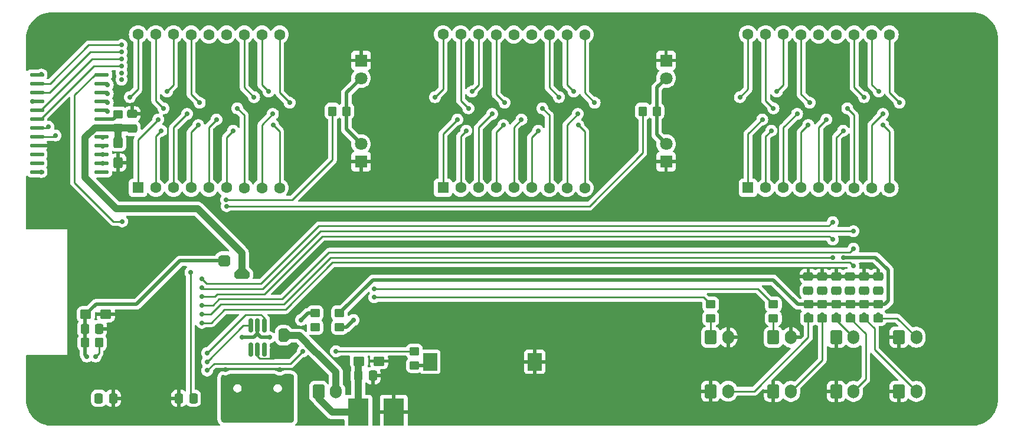
<source format=gbl>
G04 #@! TF.GenerationSoftware,KiCad,Pcbnew,8.0.4*
G04 #@! TF.CreationDate,2024-11-10T20:41:48+01:00*
G04 #@! TF.ProjectId,SchrackMulticlock,53636872-6163-46b4-9d75-6c7469636c6f,v0.0.4*
G04 #@! TF.SameCoordinates,Original*
G04 #@! TF.FileFunction,Copper,L4,Bot*
G04 #@! TF.FilePolarity,Positive*
%FSLAX46Y46*%
G04 Gerber Fmt 4.6, Leading zero omitted, Abs format (unit mm)*
G04 Created by KiCad (PCBNEW 8.0.4) date 2024-11-10 20:41:48*
%MOMM*%
%LPD*%
G01*
G04 APERTURE LIST*
G04 Aperture macros list*
%AMRoundRect*
0 Rectangle with rounded corners*
0 $1 Rounding radius*
0 $2 $3 $4 $5 $6 $7 $8 $9 X,Y pos of 4 corners*
0 Add a 4 corners polygon primitive as box body*
4,1,4,$2,$3,$4,$5,$6,$7,$8,$9,$2,$3,0*
0 Add four circle primitives for the rounded corners*
1,1,$1+$1,$2,$3*
1,1,$1+$1,$4,$5*
1,1,$1+$1,$6,$7*
1,1,$1+$1,$8,$9*
0 Add four rect primitives between the rounded corners*
20,1,$1+$1,$2,$3,$4,$5,0*
20,1,$1+$1,$4,$5,$6,$7,0*
20,1,$1+$1,$6,$7,$8,$9,0*
20,1,$1+$1,$8,$9,$2,$3,0*%
G04 Aperture macros list end*
G04 #@! TA.AperFunction,Conductor*
%ADD10C,0.200000*%
G04 #@! TD*
G04 #@! TA.AperFunction,ComponentPad*
%ADD11C,0.800000*%
G04 #@! TD*
G04 #@! TA.AperFunction,ComponentPad*
%ADD12C,6.400000*%
G04 #@! TD*
G04 #@! TA.AperFunction,ComponentPad*
%ADD13O,0.900000X2.000000*%
G04 #@! TD*
G04 #@! TA.AperFunction,ComponentPad*
%ADD14O,0.900000X1.700000*%
G04 #@! TD*
G04 #@! TA.AperFunction,ComponentPad*
%ADD15RoundRect,0.250000X-0.600000X-0.750000X0.600000X-0.750000X0.600000X0.750000X-0.600000X0.750000X0*%
G04 #@! TD*
G04 #@! TA.AperFunction,ComponentPad*
%ADD16O,1.700000X2.000000*%
G04 #@! TD*
G04 #@! TA.AperFunction,ComponentPad*
%ADD17R,1.600000X1.600000*%
G04 #@! TD*
G04 #@! TA.AperFunction,ComponentPad*
%ADD18C,1.600000*%
G04 #@! TD*
G04 #@! TA.AperFunction,ComponentPad*
%ADD19R,1.800000X1.800000*%
G04 #@! TD*
G04 #@! TA.AperFunction,ComponentPad*
%ADD20C,1.800000*%
G04 #@! TD*
G04 #@! TA.AperFunction,SMDPad,CuDef*
%ADD21RoundRect,0.250000X0.475000X-0.337500X0.475000X0.337500X-0.475000X0.337500X-0.475000X-0.337500X0*%
G04 #@! TD*
G04 #@! TA.AperFunction,SMDPad,CuDef*
%ADD22RoundRect,0.250000X0.450000X-0.350000X0.450000X0.350000X-0.450000X0.350000X-0.450000X-0.350000X0*%
G04 #@! TD*
G04 #@! TA.AperFunction,SMDPad,CuDef*
%ADD23RoundRect,0.250000X-0.475000X0.337500X-0.475000X-0.337500X0.475000X-0.337500X0.475000X0.337500X0*%
G04 #@! TD*
G04 #@! TA.AperFunction,SMDPad,CuDef*
%ADD24RoundRect,0.162500X0.162500X-0.837500X0.162500X0.837500X-0.162500X0.837500X-0.162500X-0.837500X0*%
G04 #@! TD*
G04 #@! TA.AperFunction,SMDPad,CuDef*
%ADD25R,2.000000X2.500000*%
G04 #@! TD*
G04 #@! TA.AperFunction,SMDPad,CuDef*
%ADD26RoundRect,0.250000X0.337500X0.475000X-0.337500X0.475000X-0.337500X-0.475000X0.337500X-0.475000X0*%
G04 #@! TD*
G04 #@! TA.AperFunction,SMDPad,CuDef*
%ADD27RoundRect,0.250000X-0.425000X0.537500X-0.425000X-0.537500X0.425000X-0.537500X0.425000X0.537500X0*%
G04 #@! TD*
G04 #@! TA.AperFunction,SMDPad,CuDef*
%ADD28R,3.000000X4.000000*%
G04 #@! TD*
G04 #@! TA.AperFunction,SMDPad,CuDef*
%ADD29RoundRect,0.250000X-0.337500X-0.475000X0.337500X-0.475000X0.337500X0.475000X-0.337500X0.475000X0*%
G04 #@! TD*
G04 #@! TA.AperFunction,SMDPad,CuDef*
%ADD30RoundRect,0.137500X-0.862500X-0.137500X0.862500X-0.137500X0.862500X0.137500X-0.862500X0.137500X0*%
G04 #@! TD*
G04 #@! TA.AperFunction,SMDPad,CuDef*
%ADD31RoundRect,0.250000X-0.450000X0.350000X-0.450000X-0.350000X0.450000X-0.350000X0.450000X0.350000X0*%
G04 #@! TD*
G04 #@! TA.AperFunction,SMDPad,CuDef*
%ADD32RoundRect,0.250000X-0.350000X-0.450000X0.350000X-0.450000X0.350000X0.450000X-0.350000X0.450000X0*%
G04 #@! TD*
G04 #@! TA.AperFunction,SMDPad,CuDef*
%ADD33RoundRect,0.250000X-0.537500X-0.425000X0.537500X-0.425000X0.537500X0.425000X-0.537500X0.425000X0*%
G04 #@! TD*
G04 #@! TA.AperFunction,SMDPad,CuDef*
%ADD34RoundRect,0.250000X0.350000X0.450000X-0.350000X0.450000X-0.350000X-0.450000X0.350000X-0.450000X0*%
G04 #@! TD*
G04 #@! TA.AperFunction,ViaPad*
%ADD35C,0.700000*%
G04 #@! TD*
G04 #@! TA.AperFunction,Conductor*
%ADD36C,0.250000*%
G04 #@! TD*
G04 #@! TA.AperFunction,Conductor*
%ADD37C,1.000000*%
G04 #@! TD*
G04 #@! TA.AperFunction,Conductor*
%ADD38C,0.500000*%
G04 #@! TD*
G04 APERTURE END LIST*
D10*
X155070000Y-96580000D02*
X155070000Y-97080000D01*
X154820000Y-97330000D01*
X153320000Y-97330000D01*
X153070000Y-97080000D01*
X153070000Y-96580000D01*
X153820000Y-95830000D01*
X154320000Y-95830000D01*
X155070000Y-96580000D01*
G04 #@! TA.AperFunction,Conductor*
G36*
X155070000Y-96580000D02*
G01*
X155070000Y-97080000D01*
X154820000Y-97330000D01*
X153320000Y-97330000D01*
X153070000Y-97080000D01*
X153070000Y-96580000D01*
X153820000Y-95830000D01*
X154320000Y-95830000D01*
X155070000Y-96580000D01*
G37*
G04 #@! TD.AperFunction*
X160920000Y-105155000D02*
X160920000Y-105905000D01*
X160420000Y-106405000D01*
X159670000Y-106405000D01*
X159420000Y-106155000D01*
X159420000Y-104905000D01*
X159670000Y-104655000D01*
X160420000Y-104655000D01*
X160920000Y-105155000D01*
G04 #@! TA.AperFunction,Conductor*
G36*
X160920000Y-105155000D02*
G01*
X160920000Y-105905000D01*
X160420000Y-106405000D01*
X159670000Y-106405000D01*
X159420000Y-106155000D01*
X159420000Y-104905000D01*
X159670000Y-104655000D01*
X160420000Y-104655000D01*
X160920000Y-105155000D01*
G37*
G04 #@! TD.AperFunction*
X152320000Y-94330000D02*
X152320000Y-95330000D01*
X152070000Y-95580000D01*
X151070000Y-95580000D01*
X150820000Y-95330000D01*
X150820000Y-94330000D01*
X151070000Y-94080000D01*
X152070000Y-94080000D01*
X152320000Y-94330000D01*
G04 #@! TA.AperFunction,Conductor*
G36*
X152320000Y-94330000D02*
G01*
X152320000Y-95330000D01*
X152070000Y-95580000D01*
X151070000Y-95580000D01*
X150820000Y-95330000D01*
X150820000Y-94330000D01*
X151070000Y-94080000D01*
X152070000Y-94080000D01*
X152320000Y-94330000D01*
G37*
G04 #@! TD.AperFunction*
D11*
X258820000Y-65230000D03*
X257122944Y-64527056D03*
X260517056Y-64527056D03*
X256420000Y-62830000D03*
D12*
X258820000Y-62830000D03*
D11*
X261220000Y-62830000D03*
X257122944Y-61132944D03*
X260517056Y-61132944D03*
X258820000Y-60430000D03*
X126820000Y-117230000D03*
X125122944Y-116527056D03*
X128517056Y-116527056D03*
X124420000Y-114830000D03*
D12*
X126820000Y-114830000D03*
D11*
X129220000Y-114830000D03*
X125122944Y-113132944D03*
X128517056Y-113132944D03*
X126820000Y-112430000D03*
D13*
X151995000Y-112660000D03*
X160645000Y-112660000D03*
D14*
X151995000Y-116830000D03*
X160645000Y-116830000D03*
D15*
X230320000Y-113580000D03*
D16*
X232820000Y-113580000D03*
D17*
X139170000Y-84330000D03*
D18*
X141710000Y-84330000D03*
X144250000Y-84330000D03*
X146790000Y-84330000D03*
X149330000Y-84330000D03*
X151870000Y-84330000D03*
X154410000Y-84360000D03*
X156950000Y-84360000D03*
X159490000Y-84360000D03*
X159490000Y-62330000D03*
X156950000Y-62330000D03*
X154410000Y-62330000D03*
X151870000Y-62330000D03*
X149330000Y-62330000D03*
X146790000Y-62330000D03*
X144250000Y-62300000D03*
X141710000Y-62300000D03*
X139170000Y-62300000D03*
D17*
X226670000Y-84330000D03*
D18*
X229210000Y-84330000D03*
X231750000Y-84330000D03*
X234290000Y-84330000D03*
X236830000Y-84330000D03*
X239370000Y-84330000D03*
X241910000Y-84360000D03*
X244450000Y-84360000D03*
X246990000Y-84360000D03*
X246990000Y-62330000D03*
X244450000Y-62330000D03*
X241910000Y-62330000D03*
X239370000Y-62330000D03*
X236830000Y-62330000D03*
X234290000Y-62330000D03*
X231750000Y-62300000D03*
X229210000Y-62300000D03*
X226670000Y-62300000D03*
D19*
X171170000Y-66050000D03*
D20*
X171170000Y-68590000D03*
D11*
X126820000Y-65230000D03*
X125122944Y-64527056D03*
X128517056Y-64527056D03*
X124420000Y-62830000D03*
D12*
X126820000Y-62830000D03*
D11*
X129220000Y-62830000D03*
X125122944Y-61132944D03*
X128517056Y-61132944D03*
X126820000Y-60430000D03*
D15*
X239320000Y-105830000D03*
D16*
X241820000Y-105830000D03*
D15*
X248320000Y-113580000D03*
D16*
X250820000Y-113580000D03*
D15*
X239320000Y-113580000D03*
D16*
X241820000Y-113580000D03*
D11*
X258820000Y-117230000D03*
X257122944Y-116527056D03*
X260517056Y-116527056D03*
X256420000Y-114830000D03*
D12*
X258820000Y-114830000D03*
D11*
X261220000Y-114830000D03*
X257122944Y-113132944D03*
X260517056Y-113132944D03*
X258820000Y-112430000D03*
D19*
X214920000Y-80590000D03*
D20*
X214920000Y-78050000D03*
D17*
X182920000Y-84330000D03*
D18*
X185460000Y-84330000D03*
X188000000Y-84330000D03*
X190540000Y-84330000D03*
X193080000Y-84330000D03*
X195620000Y-84330000D03*
X198160000Y-84360000D03*
X200700000Y-84360000D03*
X203240000Y-84360000D03*
X203240000Y-62330000D03*
X200700000Y-62330000D03*
X198160000Y-62330000D03*
X195620000Y-62330000D03*
X193080000Y-62330000D03*
X190540000Y-62330000D03*
X188000000Y-62300000D03*
X185460000Y-62300000D03*
X182920000Y-62300000D03*
D19*
X214920000Y-66050000D03*
D20*
X214920000Y-68590000D03*
D15*
X248320000Y-105805000D03*
D16*
X250820000Y-105805000D03*
D19*
X171170000Y-80590000D03*
D20*
X171170000Y-78050000D03*
D15*
X230320000Y-105805000D03*
D16*
X232820000Y-105805000D03*
D15*
X221320000Y-105805000D03*
D16*
X223820000Y-105805000D03*
D15*
X221320000Y-113555000D03*
D16*
X223820000Y-113555000D03*
D15*
X165070000Y-113580000D03*
D16*
X167570000Y-113580000D03*
D21*
X138320000Y-75805000D03*
X138320000Y-73730000D03*
D22*
X235340000Y-103080000D03*
X235340000Y-101080000D03*
D23*
X245320000Y-97042500D03*
X245320000Y-99117500D03*
D24*
X157270000Y-107540000D03*
X156320000Y-107540000D03*
X155370000Y-107540000D03*
X155370000Y-104120000D03*
X156320000Y-104120000D03*
X157270000Y-104120000D03*
D25*
X181070000Y-109330000D03*
X196070000Y-109330000D03*
D26*
X147107500Y-114580000D03*
X145032500Y-114580000D03*
D27*
X136320000Y-77830000D03*
X136320000Y-80705000D03*
D22*
X237340000Y-103080000D03*
X237340000Y-101080000D03*
X245340000Y-103080000D03*
X245340000Y-101080000D03*
D23*
X239320000Y-97042500D03*
X239320000Y-99117500D03*
D28*
X170780000Y-116580000D03*
X175860000Y-116580000D03*
D23*
X235320000Y-97042500D03*
X235320000Y-99117500D03*
D22*
X230320000Y-103080000D03*
X230320000Y-101080000D03*
X243340000Y-103080000D03*
X243340000Y-101080000D03*
D29*
X133532500Y-114580000D03*
X135607500Y-114580000D03*
D30*
X124670000Y-82065000D03*
X124670000Y-80795000D03*
X124670000Y-79525000D03*
X124670000Y-78255000D03*
X124670000Y-76985000D03*
X124670000Y-75715000D03*
X124670000Y-74445000D03*
X124670000Y-73175000D03*
X124670000Y-71905000D03*
X124670000Y-70635000D03*
X124670000Y-69365000D03*
X124670000Y-68095000D03*
X133970000Y-68095000D03*
X133970000Y-69365000D03*
X133970000Y-70635000D03*
X133970000Y-71905000D03*
X133970000Y-73175000D03*
X133970000Y-74445000D03*
X133970000Y-75715000D03*
X133970000Y-76985000D03*
X133970000Y-78255000D03*
X133970000Y-79525000D03*
X133970000Y-80795000D03*
X133970000Y-82065000D03*
D22*
X136320000Y-75767500D03*
X136320000Y-73767500D03*
D31*
X178820000Y-107830000D03*
X178820000Y-109830000D03*
D32*
X167070000Y-73330000D03*
X169070000Y-73330000D03*
D23*
X243320000Y-97042500D03*
X243320000Y-99117500D03*
X241320000Y-97042500D03*
X241320000Y-99117500D03*
D22*
X239320000Y-103080000D03*
X239320000Y-101080000D03*
D33*
X131682500Y-102530000D03*
X134557500Y-102530000D03*
D22*
X221320000Y-103080000D03*
X221320000Y-101080000D03*
D29*
X170782500Y-111330000D03*
X172857500Y-111330000D03*
X131532500Y-104580000D03*
X133607500Y-104580000D03*
D31*
X168070000Y-102355000D03*
X168070000Y-104355000D03*
D22*
X164570000Y-104355000D03*
X164570000Y-102355000D03*
D33*
X170882500Y-109230000D03*
X173757500Y-109230000D03*
D34*
X133570000Y-106580000D03*
X131570000Y-106580000D03*
D23*
X237320000Y-97042500D03*
X237320000Y-99117500D03*
D32*
X211570000Y-73330000D03*
X213570000Y-73330000D03*
D22*
X241340000Y-103080000D03*
X241340000Y-101080000D03*
D35*
X225570000Y-77530000D03*
X231570000Y-116530000D03*
X207570000Y-86530000D03*
X261570000Y-89530000D03*
X216570000Y-92530000D03*
X171570000Y-83530000D03*
X150570000Y-80530000D03*
X231570000Y-92530000D03*
X249570000Y-101530000D03*
X201570000Y-96330000D03*
X222570000Y-92530000D03*
X255570000Y-95530000D03*
X135570000Y-98530000D03*
X204570000Y-96330000D03*
X165570000Y-77530000D03*
X249570000Y-89530000D03*
X234570000Y-116530000D03*
X174570000Y-68530000D03*
X219570000Y-68530000D03*
X252570000Y-86530000D03*
X210570000Y-83530000D03*
X261570000Y-77530000D03*
X219570000Y-77530000D03*
X258570000Y-86530000D03*
X219570000Y-86530000D03*
X155570000Y-64330000D03*
X255570000Y-86530000D03*
X129570000Y-98530000D03*
X135570000Y-83530000D03*
X228570000Y-116530000D03*
X225570000Y-80530000D03*
X198570000Y-104530000D03*
X177570000Y-83530000D03*
X213570000Y-101530000D03*
X126570000Y-110530000D03*
X243570000Y-86530000D03*
X144570000Y-92530000D03*
X249570000Y-83530000D03*
X219570000Y-83530000D03*
X222570000Y-83530000D03*
X225570000Y-116530000D03*
X171570000Y-92530000D03*
X162570000Y-80530000D03*
X249570000Y-98530000D03*
X228570000Y-86530000D03*
X210570000Y-104530000D03*
X183570000Y-92530000D03*
X180570000Y-83530000D03*
X210570000Y-68530000D03*
X162570000Y-77530000D03*
X255570000Y-98530000D03*
X261570000Y-74530000D03*
X183570000Y-101530000D03*
X129570000Y-101530000D03*
X252570000Y-92530000D03*
X213570000Y-83530000D03*
X165570000Y-68530000D03*
X222570000Y-110530000D03*
X222570000Y-77530000D03*
X231570000Y-86530000D03*
X144570000Y-98530000D03*
X240570000Y-65530000D03*
X207570000Y-80530000D03*
X216570000Y-110530000D03*
X249570000Y-92530000D03*
X129570000Y-110530000D03*
X258570000Y-98530000D03*
X249570000Y-80530000D03*
X138570000Y-110530000D03*
X168570000Y-68530000D03*
X162570000Y-68530000D03*
X141570000Y-95530000D03*
X252570000Y-107530000D03*
X174570000Y-80530000D03*
X261570000Y-95530000D03*
X252570000Y-74530000D03*
X228570000Y-110530000D03*
X258570000Y-104530000D03*
X151720000Y-110430000D03*
X180570000Y-68530000D03*
X129570000Y-104530000D03*
X129570000Y-92530000D03*
X180570000Y-96330000D03*
X237570000Y-86530000D03*
X132570000Y-98530000D03*
X177570000Y-96330000D03*
X261570000Y-83530000D03*
X237570000Y-113530000D03*
X210570000Y-101530000D03*
X201570000Y-92530000D03*
X201570000Y-101530000D03*
X258570000Y-80530000D03*
X177570000Y-104530000D03*
X207570000Y-104530000D03*
X141570000Y-92530000D03*
X228570000Y-107530000D03*
X216570000Y-113530000D03*
X135570000Y-116530000D03*
X252570000Y-95530000D03*
X138570000Y-95530000D03*
X234570000Y-86530000D03*
X249570000Y-74530000D03*
X216570000Y-107530000D03*
X219570000Y-107530000D03*
X222570000Y-68530000D03*
X192570000Y-92530000D03*
X252570000Y-80530000D03*
X198570000Y-96330000D03*
X219570000Y-116530000D03*
X168570000Y-98530000D03*
X159070000Y-107330000D03*
X246570000Y-86530000D03*
X186570000Y-101530000D03*
X258570000Y-110530000D03*
X174570000Y-104530000D03*
X126570000Y-86530000D03*
X255570000Y-89530000D03*
X213570000Y-104530000D03*
X183570000Y-96330000D03*
X195570000Y-101530000D03*
X246570000Y-113530000D03*
X252570000Y-98530000D03*
X207570000Y-92530000D03*
X255570000Y-74530000D03*
X141570000Y-110530000D03*
X261570000Y-104530000D03*
X261570000Y-86530000D03*
X159520000Y-110482013D03*
X204570000Y-101530000D03*
X252570000Y-113530000D03*
X261570000Y-101530000D03*
X189570000Y-101530000D03*
X192570000Y-101530000D03*
X135570000Y-110530000D03*
X132570000Y-62530000D03*
X216570000Y-116530000D03*
X186570000Y-104530000D03*
X132570000Y-95530000D03*
X144570000Y-116530000D03*
X258570000Y-107530000D03*
X180570000Y-92530000D03*
X225570000Y-107530000D03*
X255570000Y-92530000D03*
X261570000Y-110530000D03*
X249570000Y-77530000D03*
X261570000Y-107530000D03*
X210570000Y-92530000D03*
X174570000Y-101530000D03*
X189570000Y-92530000D03*
X237570000Y-68530000D03*
X144570000Y-104530000D03*
X207570000Y-65530000D03*
X207570000Y-68530000D03*
X124020000Y-71930000D03*
X180570000Y-77530000D03*
X132570000Y-92530000D03*
X255570000Y-77530000D03*
X177570000Y-92530000D03*
X219570000Y-65530000D03*
X141570000Y-116530000D03*
X195570000Y-92530000D03*
X144570000Y-101530000D03*
X240570000Y-116530000D03*
X174570000Y-96330000D03*
X240570000Y-110530000D03*
X210570000Y-77530000D03*
X138570000Y-92530000D03*
X219570000Y-92530000D03*
X228570000Y-92530000D03*
X258570000Y-77530000D03*
X207570000Y-101530000D03*
X138570000Y-116530000D03*
X258570000Y-92530000D03*
X225570000Y-86530000D03*
X219570000Y-80530000D03*
X216570000Y-83530000D03*
X180570000Y-101530000D03*
X243570000Y-116530000D03*
X186570000Y-80530000D03*
X213570000Y-92530000D03*
X210570000Y-86530000D03*
X186570000Y-92530000D03*
X129570000Y-95530000D03*
X249570000Y-116530000D03*
X225570000Y-104530000D03*
X240570000Y-68530000D03*
X132570000Y-116530000D03*
X195570000Y-104530000D03*
X150570000Y-77530000D03*
X189570000Y-104530000D03*
X147570000Y-116530000D03*
X255570000Y-83530000D03*
X201570000Y-104530000D03*
X252570000Y-101530000D03*
X225570000Y-110530000D03*
X255570000Y-80530000D03*
X177570000Y-101530000D03*
X189570000Y-96330000D03*
X186570000Y-68530000D03*
X174570000Y-77530000D03*
X204570000Y-80530000D03*
X258570000Y-95530000D03*
X141570000Y-101530000D03*
X222570000Y-86530000D03*
X138570000Y-104530000D03*
X162570000Y-113530000D03*
X204570000Y-77530000D03*
X198570000Y-101530000D03*
X222570000Y-65530000D03*
X219570000Y-113530000D03*
X210570000Y-96330000D03*
X255570000Y-104530000D03*
X204570000Y-104530000D03*
X252570000Y-110530000D03*
X168570000Y-80530000D03*
X162570000Y-116530000D03*
X249570000Y-86530000D03*
X183570000Y-104530000D03*
X255570000Y-110530000D03*
X258570000Y-89530000D03*
X213570000Y-96330000D03*
X135570000Y-92530000D03*
X207570000Y-77530000D03*
X165570000Y-65530000D03*
X258570000Y-74530000D03*
X222570000Y-80530000D03*
X219570000Y-110530000D03*
X168570000Y-65530000D03*
X225570000Y-92530000D03*
X255570000Y-101530000D03*
X180570000Y-104530000D03*
X141570000Y-104530000D03*
X177570000Y-80530000D03*
X261570000Y-98530000D03*
X192570000Y-68530000D03*
X249570000Y-95530000D03*
X174570000Y-83530000D03*
X204570000Y-68530000D03*
X174570000Y-92530000D03*
X216570000Y-104530000D03*
X195570000Y-68530000D03*
X252570000Y-116530000D03*
X261570000Y-80530000D03*
X180570000Y-80530000D03*
X258570000Y-83530000D03*
X186570000Y-96330000D03*
X252570000Y-89530000D03*
X195570000Y-96330000D03*
X210570000Y-65530000D03*
X204570000Y-92530000D03*
X252570000Y-77530000D03*
X261570000Y-92530000D03*
X240570000Y-80530000D03*
X192570000Y-96330000D03*
X246570000Y-116530000D03*
X192570000Y-104530000D03*
X207570000Y-96330000D03*
X225570000Y-68530000D03*
X252570000Y-83530000D03*
X135570000Y-95530000D03*
X177570000Y-77530000D03*
X168570000Y-83530000D03*
X222570000Y-116530000D03*
X213570000Y-86530000D03*
X177570000Y-68530000D03*
X255570000Y-107530000D03*
X174570000Y-65530000D03*
X258570000Y-101530000D03*
X246570000Y-89530000D03*
X216570000Y-86530000D03*
X252570000Y-104530000D03*
X198570000Y-92530000D03*
X237570000Y-116530000D03*
X240570000Y-86530000D03*
X154570000Y-97080000D03*
X154070000Y-96330000D03*
X153570000Y-97080000D03*
X164570000Y-104330000D03*
X240320000Y-94330000D03*
X151570000Y-94330000D03*
X131820000Y-108580000D03*
X168070000Y-102355000D03*
X151070000Y-95080000D03*
X152070000Y-95080000D03*
X158070000Y-105830000D03*
X154070000Y-105830000D03*
X243320000Y-99330000D03*
X241320000Y-99330000D03*
X237320000Y-99330000D03*
X133070000Y-108580000D03*
X133532500Y-114580000D03*
X235320000Y-99330000D03*
X245320000Y-99330000D03*
X239320000Y-99330000D03*
X146695000Y-96455000D03*
X147320000Y-114580000D03*
X173070000Y-100080000D03*
X173070000Y-98830000D03*
X162820000Y-107830000D03*
X149070000Y-110580000D03*
X167570000Y-107830000D03*
X157270000Y-107330000D03*
X151820000Y-86080000D03*
X151874580Y-86978346D03*
X243320000Y-102580000D03*
X136820000Y-64830000D03*
X150420000Y-74530000D03*
X184970000Y-74530000D03*
X237920000Y-74530000D03*
X142070000Y-74530000D03*
X194170000Y-74530000D03*
X228720000Y-74530000D03*
X134070000Y-78330000D03*
X153420000Y-72930000D03*
X230320000Y-72930000D03*
X197170000Y-72930000D03*
X134820000Y-73330000D03*
X142820000Y-72930000D03*
X186570000Y-72930000D03*
X240920000Y-72930000D03*
X136820000Y-63830000D03*
X235320000Y-75330000D03*
X202320000Y-75330000D03*
X147820000Y-75330000D03*
X246070000Y-75330000D03*
X134070000Y-79580000D03*
X191570000Y-75330000D03*
X158570000Y-75330000D03*
X134820000Y-69580000D03*
X230820000Y-70530000D03*
X187070000Y-70530000D03*
X157920000Y-70530000D03*
X143320000Y-70530000D03*
X245420000Y-70530000D03*
X201670000Y-70530000D03*
X248420000Y-72130000D03*
X148020000Y-72130000D03*
X160920000Y-72130000D03*
X235520000Y-72130000D03*
X191770000Y-72130000D03*
X204670000Y-72130000D03*
X134820000Y-72130000D03*
X225520000Y-71330000D03*
X134820000Y-70830000D03*
X243320000Y-71330000D03*
X199570000Y-71330000D03*
X138020000Y-71330000D03*
X155820000Y-71330000D03*
X181770000Y-71330000D03*
X146220000Y-73730000D03*
X158520000Y-73730000D03*
X233720000Y-73730000D03*
X246020000Y-73730000D03*
X189970000Y-73730000D03*
X134070000Y-77080000D03*
X202270000Y-73730000D03*
X152820000Y-76130000D03*
X240320000Y-76130000D03*
X186270000Y-76130000D03*
X142520000Y-76130000D03*
X134070000Y-80830000D03*
X230020000Y-76130000D03*
X196570000Y-76130000D03*
X136820000Y-65830000D03*
X136820000Y-66830000D03*
X126320000Y-75580000D03*
X136820000Y-67830000D03*
X127320000Y-76830000D03*
X136820000Y-68830000D03*
X125320000Y-68080000D03*
X136910000Y-89170000D03*
X125320000Y-82080000D03*
X149070000Y-108080000D03*
X149070000Y-109330000D03*
X238820000Y-91780000D03*
X148320000Y-99930000D03*
X237320000Y-102580000D03*
X148320000Y-101230000D03*
X241820000Y-93080000D03*
X148320000Y-97425000D03*
X238820000Y-89280000D03*
X241820000Y-90580000D03*
X148320000Y-98695000D03*
X241820000Y-95580000D03*
X148320000Y-103730000D03*
X160020000Y-105830003D03*
X160020000Y-105030000D03*
X245320000Y-102580000D03*
X238820000Y-94330000D03*
X148320000Y-102530000D03*
X241320000Y-102580000D03*
X235320000Y-102580000D03*
X170070000Y-103330000D03*
X162570000Y-103330000D03*
X239320000Y-102580000D03*
X155370000Y-107330000D03*
D36*
X156320000Y-108539999D02*
X156645001Y-108865000D01*
X159070000Y-108330000D02*
X159070000Y-107330000D01*
X156320000Y-107540000D02*
X156320000Y-108539999D01*
X158535000Y-108865000D02*
X159070000Y-108330000D01*
X156645001Y-108865000D02*
X158535000Y-108865000D01*
D37*
X170780000Y-116580000D02*
X167070000Y-116580000D01*
X170782500Y-111330000D02*
X170782500Y-116577500D01*
X170782500Y-111330000D02*
X170782500Y-109330000D01*
X167070000Y-116580000D02*
X165070000Y-114580000D01*
X165070000Y-114580000D02*
X165070000Y-113580000D01*
D38*
X178820000Y-109830000D02*
X180570000Y-109830000D01*
X180570000Y-109830000D02*
X181070000Y-109330000D01*
D37*
X138230000Y-75715000D02*
X138320000Y-75805000D01*
X136320000Y-77830000D02*
X136320000Y-75767500D01*
X133970000Y-75715000D02*
X132970001Y-75715000D01*
X133970000Y-75715000D02*
X138230000Y-75715000D01*
X131570000Y-82830000D02*
X136070000Y-87330000D01*
X154070000Y-93705000D02*
X154070000Y-96705000D01*
X136070000Y-87330000D02*
X147695000Y-87330000D01*
X147695000Y-87330000D02*
X154070000Y-93705000D01*
X131570000Y-77115001D02*
X131570000Y-82830000D01*
X132970001Y-75715000D02*
X131570000Y-77115001D01*
D38*
X131532500Y-106542500D02*
X131532500Y-102680000D01*
X235340000Y-101080000D02*
X245340000Y-101080000D01*
X172845000Y-97580000D02*
X230320000Y-97580000D01*
X131682500Y-102830000D02*
X131682500Y-102530000D01*
X168070000Y-102355000D02*
X172845000Y-97580000D01*
X246820000Y-96180781D02*
X244969219Y-94330000D01*
X131532500Y-102680000D02*
X131682500Y-102530000D01*
X131820000Y-108580000D02*
X131570000Y-108330000D01*
X131570000Y-106580000D02*
X131532500Y-106542500D01*
X244969219Y-94330000D02*
X240320000Y-94330000D01*
X246320000Y-101080000D02*
X246820000Y-100580000D01*
X145195000Y-94830000D02*
X151570000Y-94830000D01*
X233820000Y-101080000D02*
X235340000Y-101080000D01*
X131570000Y-108330000D02*
X131570000Y-106580000D01*
X133132500Y-101080000D02*
X138945000Y-101080000D01*
X246820000Y-100580000D02*
X246820000Y-96180781D01*
X230320000Y-97580000D02*
X233820000Y-101080000D01*
X131682500Y-102530000D02*
X133132500Y-101080000D01*
X138945000Y-101080000D02*
X145195000Y-94830000D01*
X245340000Y-101080000D02*
X246320000Y-101080000D01*
X155820000Y-105830000D02*
X156320000Y-105330000D01*
X158070000Y-105830000D02*
X156820000Y-105830000D01*
X154070000Y-105830000D02*
X155820000Y-105830000D01*
X156320000Y-105330000D02*
X156320000Y-105080000D01*
X156320000Y-105080000D02*
X156320000Y-103870000D01*
X156820000Y-105830000D02*
X156320000Y-105330000D01*
D36*
X243320000Y-99117500D02*
X243320000Y-99580000D01*
X241320000Y-99117500D02*
X241320000Y-99580000D01*
X237320000Y-99117500D02*
X237320000Y-99580000D01*
X133570000Y-108080000D02*
X133070000Y-108580000D01*
X133570000Y-106580000D02*
X133570000Y-108080000D01*
X235320000Y-99117500D02*
X235320000Y-99580000D01*
X239320000Y-99117500D02*
X239320000Y-99580000D01*
X146695000Y-113955000D02*
X147320000Y-114580000D01*
X146695000Y-114167500D02*
X147107500Y-114580000D01*
X146695000Y-96455000D02*
X146695000Y-114167500D01*
X221320000Y-105805000D02*
X221320000Y-103080000D01*
X230320000Y-105805000D02*
X230320000Y-103080000D01*
D38*
X133970000Y-74445000D02*
X135642500Y-74445000D01*
X135642500Y-74445000D02*
X136320000Y-73767500D01*
D36*
X173070000Y-100080000D02*
X220320000Y-100080000D01*
X220320000Y-100080000D02*
X221320000Y-101080000D01*
X230320000Y-101080000D02*
X228070000Y-98830000D01*
X228070000Y-98830000D02*
X173070000Y-98830000D01*
X178820000Y-107830000D02*
X167570000Y-107830000D01*
X149070000Y-110580000D02*
X150070000Y-109580000D01*
X150070000Y-109580000D02*
X161070000Y-109580000D01*
X161070000Y-109580000D02*
X162820000Y-107830000D01*
D38*
X157320000Y-107780000D02*
X157270000Y-107830000D01*
D36*
X167070000Y-80330000D02*
X167070000Y-73330000D01*
X151820000Y-86080000D02*
X161320000Y-86080000D01*
X161320000Y-86080000D02*
X167070000Y-80330000D01*
X203921654Y-86978346D02*
X211570000Y-79330000D01*
X211570000Y-79330000D02*
X211570000Y-73330000D01*
X151874580Y-86978346D02*
X203921654Y-86978346D01*
X243320000Y-103060000D02*
X244820000Y-104560000D01*
X244820000Y-107580000D02*
X250820000Y-113580000D01*
X243320000Y-102330000D02*
X243320000Y-103060000D01*
X244820000Y-104560000D02*
X244820000Y-107580000D01*
X132320000Y-64830000D02*
X126515000Y-70635000D01*
X126515000Y-70635000D02*
X124670000Y-70635000D01*
X136820000Y-64830000D02*
X132320000Y-64830000D01*
X133995000Y-78255000D02*
X134070000Y-78330000D01*
X150420000Y-74530000D02*
X149330000Y-75620000D01*
X237920000Y-74530000D02*
X236830000Y-75620000D01*
X149330000Y-75620000D02*
X149330000Y-84330000D01*
X133970000Y-78255000D02*
X133995000Y-78255000D01*
X194170000Y-74530000D02*
X193080000Y-75620000D01*
X142070000Y-74530000D02*
X139170000Y-77430000D01*
X226670000Y-76580000D02*
X226670000Y-84330000D01*
X139170000Y-77430000D02*
X139170000Y-84330000D01*
X236830000Y-75620000D02*
X236830000Y-84330000D01*
X228720000Y-74530000D02*
X226670000Y-76580000D01*
X184970000Y-74530000D02*
X182920000Y-76580000D01*
X182920000Y-76580000D02*
X182920000Y-84330000D01*
X193080000Y-75620000D02*
X193080000Y-84330000D01*
X198160000Y-73920000D02*
X198160000Y-84360000D01*
X142820000Y-72930000D02*
X141710000Y-71820000D01*
X197170000Y-72930000D02*
X198160000Y-73920000D01*
X134665000Y-73175000D02*
X133970000Y-73175000D01*
X141710000Y-71820000D02*
X141710000Y-62300000D01*
X241910000Y-73920000D02*
X241910000Y-84360000D01*
X186570000Y-72930000D02*
X185460000Y-71820000D01*
X230320000Y-72930000D02*
X229210000Y-71820000D01*
X229210000Y-71820000D02*
X229210000Y-62300000D01*
X185460000Y-71820000D02*
X185460000Y-62300000D01*
X153420000Y-72930000D02*
X154410000Y-73920000D01*
X134820000Y-73330000D02*
X134665000Y-73175000D01*
X240920000Y-72930000D02*
X241910000Y-73920000D01*
X154410000Y-73920000D02*
X154410000Y-84360000D01*
X136820000Y-63830000D02*
X132070000Y-63830000D01*
X132070000Y-63830000D02*
X126535000Y-69365000D01*
X126535000Y-69365000D02*
X124670000Y-69365000D01*
X246070000Y-75330000D02*
X246990000Y-76250000D01*
X147820000Y-75330000D02*
X146790000Y-76360000D01*
X190540000Y-76360000D02*
X190540000Y-84330000D01*
X234290000Y-76360000D02*
X234290000Y-84330000D01*
X202320000Y-75330000D02*
X203240000Y-76250000D01*
X146790000Y-76360000D02*
X146790000Y-84330000D01*
X235320000Y-75330000D02*
X234290000Y-76360000D01*
X159490000Y-76250000D02*
X159490000Y-84360000D01*
X134015000Y-79525000D02*
X134070000Y-79580000D01*
X191570000Y-75330000D02*
X190540000Y-76360000D01*
X203240000Y-76250000D02*
X203240000Y-84360000D01*
X133970000Y-79525000D02*
X134015000Y-79525000D01*
X246990000Y-76250000D02*
X246990000Y-84360000D01*
X158570000Y-75330000D02*
X159490000Y-76250000D01*
X245420000Y-70530000D02*
X244450000Y-69560000D01*
X157920000Y-70530000D02*
X156950000Y-69560000D01*
X200700000Y-69560000D02*
X200700000Y-62330000D01*
X134855000Y-69365000D02*
X133970000Y-69365000D01*
X230820000Y-70530000D02*
X231750000Y-69600000D01*
X144250000Y-69600000D02*
X144250000Y-62300000D01*
X187070000Y-70530000D02*
X188000000Y-69600000D01*
X143320000Y-70530000D02*
X144250000Y-69600000D01*
X156950000Y-69560000D02*
X156950000Y-62330000D01*
X188000000Y-69600000D02*
X188000000Y-62300000D01*
X201670000Y-70530000D02*
X200700000Y-69560000D01*
X231750000Y-69600000D02*
X231750000Y-62300000D01*
X244450000Y-69560000D02*
X244450000Y-62330000D01*
X203240000Y-70700000D02*
X203240000Y-62330000D01*
X204670000Y-72130000D02*
X203240000Y-70700000D01*
X159490000Y-70700000D02*
X159490000Y-62330000D01*
X246990000Y-70700000D02*
X246990000Y-62330000D01*
X146790000Y-70900000D02*
X146790000Y-62330000D01*
X134820000Y-72130000D02*
X134595000Y-71905000D01*
X248420000Y-72130000D02*
X246990000Y-70700000D01*
X160920000Y-72130000D02*
X159490000Y-70700000D01*
X191770000Y-72130000D02*
X190540000Y-70900000D01*
X148020000Y-72130000D02*
X146790000Y-70900000D01*
X134595000Y-71905000D02*
X133970000Y-71905000D01*
X234290000Y-70900000D02*
X234290000Y-62330000D01*
X235520000Y-72130000D02*
X234290000Y-70900000D01*
X190540000Y-70900000D02*
X190540000Y-62330000D01*
X198160000Y-69920000D02*
X198160000Y-62330000D01*
X182920000Y-70180000D02*
X182920000Y-62300000D01*
X243320000Y-71330000D02*
X241910000Y-69920000D01*
X155820000Y-71330000D02*
X154410000Y-69920000D01*
X138020000Y-71330000D02*
X139170000Y-70180000D01*
X199570000Y-71330000D02*
X198160000Y-69920000D01*
X134820000Y-70830000D02*
X134625000Y-70635000D01*
X226670000Y-70180000D02*
X226670000Y-62300000D01*
X241910000Y-69920000D02*
X241910000Y-62330000D01*
X181770000Y-71330000D02*
X182920000Y-70180000D01*
X154410000Y-69920000D02*
X154410000Y-62330000D01*
X225520000Y-71330000D02*
X226670000Y-70180000D01*
X139170000Y-70180000D02*
X139170000Y-62300000D01*
X134625000Y-70635000D02*
X133970000Y-70635000D01*
X188000000Y-75700000D02*
X188000000Y-84330000D01*
X246020000Y-73730000D02*
X244450000Y-75300000D01*
X189970000Y-73730000D02*
X188000000Y-75700000D01*
X144250000Y-75700000D02*
X144250000Y-84330000D01*
X202270000Y-73730000D02*
X200700000Y-75300000D01*
X244450000Y-75300000D02*
X244450000Y-84360000D01*
X233720000Y-73730000D02*
X231750000Y-75700000D01*
X133970000Y-76985000D02*
X133975000Y-76985000D01*
X200700000Y-75300000D02*
X200700000Y-84360000D01*
X156950000Y-75300000D02*
X156950000Y-84360000D01*
X231750000Y-75700000D02*
X231750000Y-84330000D01*
X133975000Y-76985000D02*
X134070000Y-77080000D01*
X158520000Y-73730000D02*
X156950000Y-75300000D01*
X146220000Y-73730000D02*
X144250000Y-75700000D01*
X152820000Y-76130000D02*
X151870000Y-77080000D01*
X195620000Y-77080000D02*
X195620000Y-84330000D01*
X185460000Y-76940000D02*
X185460000Y-84330000D01*
X196570000Y-76130000D02*
X195620000Y-77080000D01*
X134035000Y-80795000D02*
X134070000Y-80830000D01*
X240320000Y-76130000D02*
X239370000Y-77080000D01*
X186270000Y-76130000D02*
X185460000Y-76940000D01*
X142520000Y-76130000D02*
X141710000Y-76940000D01*
X151870000Y-77080000D02*
X151870000Y-84330000D01*
X141710000Y-76940000D02*
X141710000Y-84330000D01*
X229210000Y-76940000D02*
X229210000Y-84330000D01*
X239370000Y-77080000D02*
X239370000Y-84330000D01*
X133970000Y-80795000D02*
X134035000Y-80795000D01*
X230020000Y-76130000D02*
X229210000Y-76940000D01*
X125225000Y-73175000D02*
X132570000Y-65830000D01*
X124670000Y-73175000D02*
X125225000Y-73175000D01*
X132570000Y-65830000D02*
X136820000Y-65830000D01*
X132820000Y-66830000D02*
X125205000Y-74445000D01*
X125205000Y-74445000D02*
X124670000Y-74445000D01*
X136820000Y-66830000D02*
X132820000Y-66830000D01*
X126185000Y-75715000D02*
X126320000Y-75580000D01*
X124670000Y-75715000D02*
X126185000Y-75715000D01*
X127320000Y-76830000D02*
X127165000Y-76985000D01*
X127165000Y-76985000D02*
X124670000Y-76985000D01*
X124685000Y-68080000D02*
X124670000Y-68095000D01*
X125320000Y-68080000D02*
X124685000Y-68080000D01*
X135660000Y-89170000D02*
X130070000Y-83580000D01*
X132970001Y-68095000D02*
X133970000Y-68095000D01*
X130070000Y-70995001D02*
X132970001Y-68095000D01*
X130070000Y-83580000D02*
X130070000Y-70995001D01*
X136910000Y-89170000D02*
X135660000Y-89170000D01*
X125305000Y-82065000D02*
X125320000Y-82080000D01*
X124670000Y-82065000D02*
X125305000Y-82065000D01*
X157270000Y-103030000D02*
X157270000Y-104120000D01*
X156820000Y-102580000D02*
X157270000Y-103030000D01*
X154570000Y-102580000D02*
X156820000Y-102580000D01*
X149070000Y-108080000D02*
X154570000Y-102580000D01*
X154280000Y-104120000D02*
X155370000Y-104120000D01*
X149070000Y-109330000D02*
X154280000Y-104120000D01*
X150220000Y-99930000D02*
X150570000Y-99580000D01*
X157320000Y-99580000D02*
X165570000Y-91330000D01*
X238370000Y-91330000D02*
X238820000Y-91780000D01*
X148320000Y-99930000D02*
X150220000Y-99930000D01*
X150570000Y-99580000D02*
X157320000Y-99580000D01*
X165570000Y-91330000D02*
X238370000Y-91330000D01*
X237340000Y-103080000D02*
X237340000Y-109060000D01*
X237340000Y-109060000D02*
X232820000Y-113580000D01*
X166570000Y-93580000D02*
X159820000Y-100330000D01*
X150820000Y-100330000D02*
X149920000Y-101230000D01*
X149920000Y-101230000D02*
X148320000Y-101230000D01*
X159820000Y-100330000D02*
X150820000Y-100330000D01*
X241820000Y-93080000D02*
X241320000Y-93580000D01*
X241320000Y-93580000D02*
X166570000Y-93580000D01*
X156820000Y-98080000D02*
X165070000Y-89830000D01*
X238270000Y-89830000D02*
X238820000Y-89280000D01*
X165070000Y-89830000D02*
X238270000Y-89830000D01*
X148975000Y-98080000D02*
X156820000Y-98080000D01*
X148320000Y-97425000D02*
X148975000Y-98080000D01*
X148455000Y-98830000D02*
X148320000Y-98695000D01*
X241820000Y-90580000D02*
X165320000Y-90580000D01*
X165320000Y-90580000D02*
X157070000Y-98830000D01*
X157070000Y-98830000D02*
X148455000Y-98830000D01*
X241320000Y-95080000D02*
X167070000Y-95080000D01*
X149670000Y-103730000D02*
X148320000Y-103730000D01*
X167070000Y-95080000D02*
X160320000Y-101830000D01*
X160320000Y-101830000D02*
X151570000Y-101830000D01*
X241820000Y-95580000D02*
X241320000Y-95080000D01*
X151570000Y-101830000D02*
X149670000Y-103730000D01*
D37*
X164195000Y-107455000D02*
X163695000Y-106955000D01*
X167570000Y-110830000D02*
X165945000Y-109205000D01*
X163195000Y-106455000D02*
X162320000Y-105580000D01*
X163695000Y-106955000D02*
X163195000Y-106455000D01*
X162320000Y-105580000D02*
X160070000Y-105580000D01*
X167570000Y-113580000D02*
X167570000Y-110830000D01*
X165195000Y-108455000D02*
X164445000Y-107705000D01*
X164445000Y-107705000D02*
X164195000Y-107455000D01*
X165945000Y-109205000D02*
X165195000Y-108455000D01*
D36*
X245320000Y-102330000D02*
X245320000Y-102810000D01*
X248095000Y-103080000D02*
X250820000Y-105805000D01*
X245590000Y-103080000D02*
X248095000Y-103080000D01*
X245320000Y-102810000D02*
X245590000Y-103080000D01*
X166820000Y-94330000D02*
X160070000Y-101080000D01*
X238820000Y-94330000D02*
X166820000Y-94330000D01*
X151070000Y-101080000D02*
X149620000Y-102530000D01*
X149620000Y-102530000D02*
X148320000Y-102530000D01*
X160070000Y-101080000D02*
X151070000Y-101080000D01*
X243570000Y-111830000D02*
X241820000Y-113580000D01*
X241320000Y-102810000D02*
X241320000Y-103060000D01*
X241320000Y-103060000D02*
X243570000Y-105310000D01*
X243570000Y-105310000D02*
X243570000Y-111830000D01*
X235320000Y-103100000D02*
X235320000Y-105830000D01*
X235340000Y-103080000D02*
X235320000Y-103100000D01*
X235320000Y-105830000D02*
X227595000Y-113555000D01*
X227595000Y-113555000D02*
X223820000Y-113555000D01*
D38*
X169070000Y-75950000D02*
X171170000Y-78050000D01*
X169070000Y-70690000D02*
X171170000Y-68590000D01*
X169070000Y-73330000D02*
X169070000Y-70690000D01*
X169070000Y-73330000D02*
X169070000Y-75950000D01*
X169045000Y-104355000D02*
X168070000Y-104355000D01*
X170070000Y-103330000D02*
X169045000Y-104355000D01*
X162570000Y-103330000D02*
X163545000Y-102355000D01*
X163545000Y-102355000D02*
X164570000Y-102355000D01*
X163545000Y-102355000D02*
X163795000Y-102355000D01*
X213570000Y-73330000D02*
X213570000Y-76700000D01*
X213570000Y-76700000D02*
X214920000Y-78050000D01*
X213570000Y-69940000D02*
X214920000Y-68590000D01*
X213570000Y-73330000D02*
X213570000Y-69940000D01*
D36*
X239320000Y-103330000D02*
X241820000Y-105830000D01*
X239320000Y-102830000D02*
X239320000Y-103330000D01*
D38*
X155420000Y-107780000D02*
X155370000Y-107830000D01*
G04 #@! TA.AperFunction,Conductor*
G36*
X129363834Y-71273269D02*
G01*
X129419767Y-71315141D01*
X129444184Y-71380605D01*
X129444500Y-71389451D01*
X129444500Y-83641610D01*
X129468535Y-83762446D01*
X129468540Y-83762463D01*
X129480796Y-83792049D01*
X129480797Y-83792051D01*
X129515685Y-83876281D01*
X129515688Y-83876286D01*
X129533839Y-83903450D01*
X129533840Y-83903453D01*
X129533841Y-83903453D01*
X129584141Y-83978732D01*
X129584144Y-83978736D01*
X129675586Y-84070178D01*
X129675608Y-84070198D01*
X135171016Y-89565606D01*
X135171045Y-89565637D01*
X135261264Y-89655856D01*
X135261267Y-89655858D01*
X135338190Y-89707256D01*
X135363710Y-89724309D01*
X135363712Y-89724310D01*
X135363715Y-89724312D01*
X135430396Y-89751931D01*
X135430398Y-89751933D01*
X135477543Y-89771461D01*
X135477548Y-89771463D01*
X135507132Y-89777347D01*
X135533824Y-89782657D01*
X135533844Y-89782660D01*
X135533866Y-89782665D01*
X135598391Y-89795499D01*
X135598392Y-89795500D01*
X135598393Y-89795500D01*
X135598394Y-89795500D01*
X136283679Y-89795500D01*
X136350718Y-89815185D01*
X136356565Y-89819182D01*
X136384378Y-89839389D01*
X136482407Y-89910612D01*
X136645733Y-89983329D01*
X136820609Y-90020500D01*
X136820610Y-90020500D01*
X136999389Y-90020500D01*
X136999391Y-90020500D01*
X137174267Y-89983329D01*
X137337593Y-89910612D01*
X137482230Y-89805526D01*
X137491258Y-89795500D01*
X137512900Y-89771464D01*
X137601859Y-89672665D01*
X137691250Y-89517835D01*
X137746497Y-89347803D01*
X137765185Y-89170000D01*
X137746497Y-88992197D01*
X137691250Y-88822165D01*
X137601859Y-88667335D01*
X137530704Y-88588309D01*
X137484930Y-88537472D01*
X137454700Y-88474481D01*
X137463325Y-88405145D01*
X137508067Y-88351480D01*
X137574719Y-88330522D01*
X137577080Y-88330500D01*
X147229218Y-88330500D01*
X147296257Y-88350185D01*
X147316899Y-88366819D01*
X152220038Y-93269958D01*
X152253523Y-93331281D01*
X152248539Y-93400973D01*
X152206667Y-93456906D01*
X152141203Y-93481323D01*
X152116173Y-93480578D01*
X152070012Y-93474501D01*
X152070004Y-93474500D01*
X152070000Y-93474500D01*
X151070000Y-93474500D01*
X151069992Y-93474500D01*
X150913285Y-93495132D01*
X150913284Y-93495132D01*
X150767252Y-93555620D01*
X150767249Y-93555622D01*
X150641848Y-93651845D01*
X150641841Y-93651851D01*
X150391851Y-93901841D01*
X150391845Y-93901848D01*
X150292755Y-94030986D01*
X150236327Y-94072189D01*
X150194379Y-94079500D01*
X145121080Y-94079500D01*
X144976092Y-94108340D01*
X144976082Y-94108343D01*
X144839509Y-94164913D01*
X144814741Y-94181463D01*
X144716579Y-94247051D01*
X144716578Y-94247052D01*
X138670451Y-100293181D01*
X138609128Y-100326666D01*
X138582770Y-100329500D01*
X133058576Y-100329500D01*
X133029742Y-100335234D01*
X133029743Y-100335235D01*
X132913593Y-100358339D01*
X132913589Y-100358340D01*
X132850380Y-100384523D01*
X132777007Y-100414914D01*
X132776998Y-100414919D01*
X132695640Y-100469282D01*
X132654082Y-100497049D01*
X131832950Y-101318181D01*
X131771627Y-101351666D01*
X131745269Y-101354500D01*
X131094998Y-101354500D01*
X131094980Y-101354501D01*
X130992203Y-101365000D01*
X130992200Y-101365001D01*
X130825668Y-101420185D01*
X130825663Y-101420187D01*
X130676342Y-101512289D01*
X130552289Y-101636342D01*
X130460187Y-101785663D01*
X130460185Y-101785668D01*
X130454886Y-101801659D01*
X130405001Y-101952203D01*
X130405001Y-101952204D01*
X130405000Y-101952204D01*
X130394500Y-102054983D01*
X130394500Y-103005001D01*
X130394501Y-103005019D01*
X130405000Y-103107796D01*
X130405001Y-103107799D01*
X130460185Y-103274331D01*
X130460187Y-103274336D01*
X130477502Y-103302408D01*
X130552096Y-103423345D01*
X130552289Y-103423657D01*
X130596094Y-103467462D01*
X130629579Y-103528785D01*
X130624595Y-103598477D01*
X130605689Y-103632042D01*
X130602292Y-103636338D01*
X130510187Y-103785663D01*
X130510186Y-103785666D01*
X130455001Y-103952203D01*
X130455001Y-103952204D01*
X130455000Y-103952204D01*
X130444500Y-104054983D01*
X130444500Y-105105001D01*
X130444501Y-105105019D01*
X130455000Y-105207796D01*
X130455001Y-105207799D01*
X130484795Y-105297710D01*
X130510186Y-105374334D01*
X130602288Y-105523656D01*
X130602290Y-105523658D01*
X130606766Y-105529319D01*
X130605373Y-105530420D01*
X130634433Y-105583639D01*
X130629449Y-105653331D01*
X130618806Y-105675093D01*
X130563862Y-105764174D01*
X130535186Y-105810666D01*
X130480001Y-105977203D01*
X130480001Y-105977204D01*
X130480000Y-105977204D01*
X130469500Y-106079983D01*
X130469500Y-107080001D01*
X130469501Y-107080019D01*
X130480000Y-107182796D01*
X130480001Y-107182799D01*
X130531890Y-107339387D01*
X130535186Y-107349334D01*
X130627288Y-107498656D01*
X130751344Y-107622712D01*
X130760591Y-107628416D01*
X130807318Y-107680360D01*
X130819500Y-107733957D01*
X130819500Y-108403918D01*
X130819500Y-108403920D01*
X130819499Y-108403920D01*
X130848340Y-108548907D01*
X130848342Y-108548913D01*
X130904916Y-108685495D01*
X130909722Y-108692687D01*
X130909725Y-108692697D01*
X130909728Y-108692696D01*
X130973387Y-108787971D01*
X130987051Y-108808420D01*
X130990917Y-108813131D01*
X130989764Y-108814076D01*
X131015356Y-108855837D01*
X131038748Y-108927831D01*
X131038750Y-108927835D01*
X131128141Y-109082665D01*
X131137250Y-109092781D01*
X131247764Y-109215521D01*
X131247767Y-109215523D01*
X131247770Y-109215526D01*
X131392407Y-109320612D01*
X131555733Y-109393329D01*
X131730609Y-109430500D01*
X131730610Y-109430500D01*
X131909389Y-109430500D01*
X131909391Y-109430500D01*
X132084267Y-109393329D01*
X132247593Y-109320612D01*
X132372114Y-109230140D01*
X132437920Y-109206660D01*
X132505974Y-109222485D01*
X132517886Y-109230141D01*
X132642401Y-109320608D01*
X132642402Y-109320609D01*
X132642404Y-109320610D01*
X132642407Y-109320612D01*
X132805733Y-109393329D01*
X132980609Y-109430500D01*
X132980610Y-109430500D01*
X133159389Y-109430500D01*
X133159391Y-109430500D01*
X133334267Y-109393329D01*
X133497593Y-109320612D01*
X133642230Y-109215526D01*
X133761859Y-109082665D01*
X133851250Y-108927835D01*
X133906497Y-108757803D01*
X133917141Y-108656524D01*
X133943724Y-108591913D01*
X133952771Y-108581817D01*
X133968729Y-108565860D01*
X133968733Y-108565858D01*
X134055858Y-108478733D01*
X134105847Y-108403918D01*
X134107254Y-108401813D01*
X134107256Y-108401810D01*
X134124310Y-108376288D01*
X134124310Y-108376287D01*
X134124312Y-108376285D01*
X134171463Y-108262451D01*
X134195500Y-108141607D01*
X134195500Y-108018393D01*
X134195500Y-107811057D01*
X134215185Y-107744018D01*
X134254401Y-107705520D01*
X134388656Y-107622712D01*
X134512712Y-107498656D01*
X134604814Y-107349334D01*
X134659999Y-107182797D01*
X134670500Y-107080009D01*
X134670499Y-106079992D01*
X134664676Y-106022993D01*
X134659999Y-105977203D01*
X134659998Y-105977200D01*
X134624749Y-105870826D01*
X134604814Y-105810666D01*
X134520922Y-105674654D01*
X134502483Y-105607265D01*
X134523406Y-105540602D01*
X134532890Y-105529054D01*
X134532836Y-105529012D01*
X134537313Y-105523349D01*
X134629356Y-105374124D01*
X134629358Y-105374119D01*
X134684505Y-105207697D01*
X134684506Y-105207690D01*
X134694999Y-105104986D01*
X134695000Y-105104973D01*
X134695000Y-104830000D01*
X133481500Y-104830000D01*
X133414461Y-104810315D01*
X133368706Y-104757511D01*
X133357500Y-104706000D01*
X133357500Y-104454000D01*
X133377185Y-104386961D01*
X133429989Y-104341206D01*
X133481500Y-104330000D01*
X134694999Y-104330000D01*
X134694999Y-104055028D01*
X134694998Y-104055013D01*
X134684506Y-103952304D01*
X134656571Y-103868004D01*
X134654169Y-103798175D01*
X134689900Y-103738133D01*
X134752421Y-103706940D01*
X134774277Y-103704999D01*
X135144972Y-103704999D01*
X135144986Y-103704998D01*
X135247697Y-103694505D01*
X135414119Y-103639358D01*
X135414124Y-103639356D01*
X135563345Y-103547315D01*
X135687315Y-103423345D01*
X135779356Y-103274124D01*
X135779358Y-103274119D01*
X135834505Y-103107697D01*
X135834506Y-103107690D01*
X135844999Y-103004986D01*
X135845000Y-103004973D01*
X135845000Y-102780000D01*
X133270001Y-102780000D01*
X133270001Y-103004986D01*
X133280494Y-103107697D01*
X133309181Y-103194267D01*
X133311583Y-103264095D01*
X133275851Y-103324137D01*
X133213331Y-103355330D01*
X133204078Y-103356629D01*
X133117302Y-103365494D01*
X133079043Y-103378172D01*
X133009214Y-103380574D01*
X132949172Y-103344842D01*
X132917980Y-103282321D01*
X132922332Y-103221466D01*
X132959999Y-103107797D01*
X132970500Y-103005009D01*
X132970499Y-102354728D01*
X132990183Y-102287690D01*
X133006813Y-102267053D01*
X133058321Y-102215545D01*
X133119642Y-102182062D01*
X133189334Y-102187046D01*
X133245267Y-102228918D01*
X133260940Y-102270940D01*
X133270000Y-102280000D01*
X135844999Y-102280000D01*
X135844999Y-102055028D01*
X135844998Y-102055010D01*
X135836018Y-101967101D01*
X135848788Y-101898408D01*
X135896669Y-101847524D01*
X135959376Y-101830500D01*
X139018920Y-101830500D01*
X139116462Y-101811096D01*
X139163913Y-101801658D01*
X139300495Y-101745084D01*
X139359737Y-101705500D01*
X139359737Y-101705499D01*
X139359739Y-101705499D01*
X139391576Y-101684226D01*
X139423416Y-101662952D01*
X145469549Y-95616819D01*
X145530872Y-95583334D01*
X145557230Y-95580500D01*
X146070057Y-95580500D01*
X146137096Y-95600185D01*
X146182851Y-95652989D01*
X146192795Y-95722147D01*
X146163770Y-95785703D01*
X146142942Y-95804818D01*
X146122770Y-95819473D01*
X146003140Y-95952336D01*
X145913750Y-96107164D01*
X145913747Y-96107170D01*
X145858504Y-96277192D01*
X145858503Y-96277194D01*
X145839815Y-96455000D01*
X145858503Y-96632805D01*
X145858504Y-96632807D01*
X145913747Y-96802829D01*
X145913750Y-96802835D01*
X146003141Y-96957665D01*
X146037649Y-96995989D01*
X146067879Y-97058980D01*
X146069500Y-97078962D01*
X146069500Y-113444477D01*
X146049815Y-113511516D01*
X145997011Y-113557271D01*
X145927853Y-113567215D01*
X145864297Y-113538190D01*
X145857819Y-113532158D01*
X145838345Y-113512684D01*
X145689124Y-113420643D01*
X145689119Y-113420641D01*
X145522697Y-113365494D01*
X145522690Y-113365493D01*
X145419986Y-113355000D01*
X145282500Y-113355000D01*
X145282500Y-115804999D01*
X145419972Y-115804999D01*
X145419986Y-115804998D01*
X145522697Y-115794505D01*
X145689119Y-115739358D01*
X145689124Y-115739356D01*
X145838345Y-115647315D01*
X145962318Y-115523342D01*
X145964165Y-115520348D01*
X145965969Y-115518724D01*
X145966798Y-115517677D01*
X145966976Y-115517818D01*
X146016110Y-115473621D01*
X146085073Y-115462396D01*
X146149156Y-115490236D01*
X146175242Y-115520339D01*
X146177288Y-115523656D01*
X146301344Y-115647712D01*
X146450666Y-115739814D01*
X146617203Y-115794999D01*
X146719991Y-115805500D01*
X147495008Y-115805499D01*
X147495016Y-115805498D01*
X147495019Y-115805498D01*
X147551302Y-115799748D01*
X147597797Y-115794999D01*
X147764334Y-115739814D01*
X147913656Y-115647712D01*
X148037712Y-115523656D01*
X148129814Y-115374334D01*
X148184999Y-115207797D01*
X148195500Y-115105009D01*
X148195499Y-114054992D01*
X148193703Y-114037415D01*
X148184999Y-113952203D01*
X148184998Y-113952200D01*
X148146588Y-113836287D01*
X148129814Y-113785666D01*
X148037712Y-113636344D01*
X147913656Y-113512288D01*
X147764334Y-113420186D01*
X147597797Y-113365001D01*
X147597795Y-113365000D01*
X147495016Y-113354500D01*
X147495009Y-113354500D01*
X147444500Y-113354500D01*
X147377461Y-113334815D01*
X147331706Y-113282011D01*
X147320500Y-113230500D01*
X147320500Y-104162588D01*
X147340185Y-104095549D01*
X147392989Y-104049794D01*
X147462147Y-104039850D01*
X147525703Y-104068875D01*
X147551887Y-104100589D01*
X147628137Y-104232660D01*
X147628139Y-104232663D01*
X147747764Y-104365521D01*
X147747767Y-104365523D01*
X147747770Y-104365526D01*
X147892407Y-104470612D01*
X148055733Y-104543329D01*
X148230609Y-104580500D01*
X148230610Y-104580500D01*
X148409389Y-104580500D01*
X148409391Y-104580500D01*
X148584267Y-104543329D01*
X148747593Y-104470612D01*
X148850778Y-104395643D01*
X148873435Y-104379182D01*
X148939242Y-104355702D01*
X148946321Y-104355500D01*
X149731608Y-104355500D01*
X149731608Y-104355499D01*
X149820824Y-104337754D01*
X149820825Y-104337754D01*
X149852442Y-104331465D01*
X149852442Y-104331464D01*
X149852452Y-104331463D01*
X149885792Y-104317652D01*
X149966286Y-104284312D01*
X150017509Y-104250084D01*
X150068733Y-104215858D01*
X150155858Y-104128733D01*
X150155859Y-104128731D01*
X150162925Y-104121665D01*
X150162927Y-104121661D01*
X151792771Y-102491819D01*
X151854094Y-102458334D01*
X151880452Y-102455500D01*
X153510547Y-102455500D01*
X153577586Y-102475185D01*
X153623341Y-102527989D01*
X153633285Y-102597147D01*
X153604260Y-102660703D01*
X153598228Y-102667181D01*
X149072229Y-107193181D01*
X149010906Y-107226666D01*
X148984548Y-107229500D01*
X148980609Y-107229500D01*
X148970932Y-107231557D01*
X148805733Y-107266670D01*
X148805728Y-107266672D01*
X148642408Y-107339387D01*
X148497768Y-107444475D01*
X148378140Y-107577336D01*
X148288750Y-107732164D01*
X148288747Y-107732170D01*
X148233504Y-107902192D01*
X148233503Y-107902194D01*
X148214815Y-108080000D01*
X148233503Y-108257805D01*
X148233504Y-108257807D01*
X148288747Y-108427829D01*
X148288750Y-108427835D01*
X148378141Y-108582665D01*
X148386468Y-108591913D01*
X148413584Y-108622029D01*
X148443813Y-108685020D01*
X148435187Y-108754356D01*
X148413584Y-108787971D01*
X148378140Y-108827336D01*
X148288750Y-108982164D01*
X148288747Y-108982170D01*
X148233504Y-109152192D01*
X148233503Y-109152194D01*
X148214815Y-109330000D01*
X148233503Y-109507805D01*
X148233504Y-109507807D01*
X148288747Y-109677829D01*
X148288750Y-109677835D01*
X148378141Y-109832665D01*
X148399504Y-109856391D01*
X148413584Y-109872029D01*
X148443813Y-109935020D01*
X148435187Y-110004356D01*
X148413584Y-110037971D01*
X148378140Y-110077336D01*
X148288750Y-110232164D01*
X148288747Y-110232170D01*
X148233504Y-110402192D01*
X148233503Y-110402194D01*
X148214815Y-110580000D01*
X148233503Y-110757805D01*
X148233504Y-110757807D01*
X148288747Y-110927829D01*
X148288750Y-110927835D01*
X148378141Y-111082665D01*
X148386833Y-111092318D01*
X148497764Y-111215521D01*
X148497767Y-111215523D01*
X148497770Y-111215526D01*
X148642407Y-111320612D01*
X148805733Y-111393329D01*
X148980609Y-111430500D01*
X148980610Y-111430500D01*
X149159389Y-111430500D01*
X149159391Y-111430500D01*
X149334267Y-111393329D01*
X149497593Y-111320612D01*
X149642230Y-111215526D01*
X149761859Y-111082665D01*
X149851250Y-110927835D01*
X149906497Y-110757803D01*
X149917141Y-110656525D01*
X149943724Y-110591914D01*
X149952770Y-110581819D01*
X150292772Y-110241819D01*
X150354095Y-110208334D01*
X150380453Y-110205500D01*
X161131608Y-110205500D01*
X161131608Y-110205499D01*
X161198381Y-110192218D01*
X161198382Y-110192218D01*
X161211991Y-110189510D01*
X161252452Y-110181463D01*
X161287245Y-110167051D01*
X161366286Y-110134312D01*
X161430161Y-110091631D01*
X161468733Y-110065858D01*
X161555858Y-109978733D01*
X161555859Y-109978730D01*
X161562925Y-109971665D01*
X161562927Y-109971661D01*
X162817771Y-108716819D01*
X162879094Y-108683334D01*
X162905452Y-108680500D01*
X162909389Y-108680500D01*
X162909391Y-108680500D01*
X163084267Y-108643329D01*
X163247593Y-108570612D01*
X163392230Y-108465526D01*
X163493545Y-108353004D01*
X163553030Y-108316357D01*
X163622887Y-108317686D01*
X163673373Y-108348294D01*
X163752908Y-108427829D01*
X163811548Y-108486469D01*
X163811559Y-108486479D01*
X166533181Y-111208101D01*
X166566666Y-111269424D01*
X166569500Y-111295782D01*
X166569500Y-112421489D01*
X166549815Y-112488528D01*
X166497011Y-112534283D01*
X166427853Y-112544227D01*
X166364297Y-112515202D01*
X166339961Y-112486586D01*
X166339526Y-112485880D01*
X166262712Y-112361344D01*
X166138656Y-112237288D01*
X166007841Y-112156601D01*
X165989336Y-112145187D01*
X165989331Y-112145185D01*
X165987862Y-112144698D01*
X165822797Y-112090001D01*
X165822795Y-112090000D01*
X165720010Y-112079500D01*
X164419998Y-112079500D01*
X164419981Y-112079501D01*
X164317203Y-112090000D01*
X164317200Y-112090001D01*
X164150668Y-112145185D01*
X164150663Y-112145187D01*
X164001342Y-112237289D01*
X163877289Y-112361342D01*
X163785187Y-112510663D01*
X163785185Y-112510668D01*
X163773598Y-112545635D01*
X163730001Y-112677203D01*
X163730001Y-112677204D01*
X163730000Y-112677204D01*
X163719500Y-112779983D01*
X163719500Y-114380001D01*
X163719501Y-114380018D01*
X163730000Y-114482796D01*
X163730001Y-114482799D01*
X163776832Y-114624124D01*
X163785186Y-114649334D01*
X163877288Y-114798656D01*
X164001344Y-114922712D01*
X164139788Y-115008105D01*
X164178819Y-115049626D01*
X164179983Y-115048849D01*
X164292860Y-115217781D01*
X164292863Y-115217785D01*
X164436537Y-115361459D01*
X164436559Y-115361479D01*
X166289735Y-117214655D01*
X166289764Y-117214686D01*
X166432217Y-117357139D01*
X166565121Y-117445942D01*
X166596086Y-117466632D01*
X166694150Y-117507251D01*
X166778164Y-117542051D01*
X166874812Y-117561275D01*
X166923135Y-117570887D01*
X166971458Y-117580500D01*
X166971459Y-117580500D01*
X166971460Y-117580500D01*
X167168540Y-117580500D01*
X168655501Y-117580500D01*
X168722540Y-117600185D01*
X168768295Y-117652989D01*
X168779501Y-117704500D01*
X168779501Y-118405500D01*
X168759816Y-118472539D01*
X168707012Y-118518294D01*
X168655501Y-118529500D01*
X161836873Y-118529500D01*
X161769834Y-118509815D01*
X161724079Y-118457011D01*
X161714135Y-118387853D01*
X161743160Y-118324297D01*
X161755113Y-118312273D01*
X161761420Y-118306741D01*
X161768043Y-118300933D01*
X161790933Y-118278043D01*
X161834531Y-118228330D01*
X161894114Y-118150680D01*
X161930849Y-118095703D01*
X161947034Y-118067670D01*
X161976280Y-118008364D01*
X162013736Y-117917937D01*
X162034990Y-117855325D01*
X162043368Y-117824058D01*
X162056268Y-117759209D01*
X162070114Y-117654045D01*
X162073356Y-117621125D01*
X162074417Y-117604939D01*
X162075500Y-117571874D01*
X162075500Y-111588125D01*
X162074417Y-111555060D01*
X162073356Y-111538874D01*
X162070114Y-111505954D01*
X162056268Y-111400790D01*
X162043368Y-111335941D01*
X162034990Y-111304674D01*
X162013736Y-111242062D01*
X161976280Y-111151635D01*
X161947034Y-111092329D01*
X161941454Y-111082665D01*
X161930849Y-111064296D01*
X161894118Y-111009325D01*
X161894114Y-111009319D01*
X161834531Y-110931669D01*
X161790933Y-110881956D01*
X161790928Y-110881950D01*
X161768048Y-110859070D01*
X161718336Y-110815473D01*
X161640695Y-110755896D01*
X161640690Y-110755893D01*
X161640684Y-110755888D01*
X161585697Y-110719146D01*
X161585693Y-110719143D01*
X161585680Y-110719135D01*
X161557673Y-110702967D01*
X161557663Y-110702961D01*
X161557650Y-110702954D01*
X161557636Y-110702947D01*
X161498365Y-110673719D01*
X161498357Y-110673715D01*
X161407945Y-110636266D01*
X161407934Y-110636262D01*
X161345323Y-110615008D01*
X161314054Y-110606630D01*
X161264125Y-110596699D01*
X161249204Y-110593731D01*
X161249201Y-110593730D01*
X161249198Y-110593730D01*
X161144049Y-110579887D01*
X161144043Y-110579886D01*
X161144040Y-110579886D01*
X161137883Y-110579279D01*
X161111131Y-110576644D01*
X161094942Y-110575583D01*
X161092736Y-110575510D01*
X161061874Y-110574500D01*
X160181239Y-110574500D01*
X160181218Y-110574500D01*
X160114119Y-110578975D01*
X160081480Y-110583347D01*
X160081468Y-110583349D01*
X160015538Y-110596699D01*
X160015534Y-110596700D01*
X159883531Y-110653943D01*
X159833947Y-110684477D01*
X159824872Y-110686952D01*
X159800582Y-110704600D01*
X159798703Y-110705858D01*
X159797723Y-110706678D01*
X159763615Y-110731459D01*
X159703994Y-110774776D01*
X159681546Y-110787736D01*
X159639099Y-110806634D01*
X159614448Y-110814644D01*
X159591729Y-110819473D01*
X159569006Y-110824303D01*
X159543227Y-110827013D01*
X159496772Y-110827013D01*
X159470993Y-110824303D01*
X159425550Y-110814644D01*
X159400898Y-110806634D01*
X159358454Y-110787737D01*
X159336003Y-110774774D01*
X159256550Y-110717047D01*
X159254583Y-110715553D01*
X159199101Y-110674436D01*
X159199096Y-110674432D01*
X159068223Y-110614663D01*
X159062079Y-110612859D01*
X159007049Y-110596700D01*
X159001178Y-110594976D01*
X158953705Y-110588150D01*
X158858761Y-110574500D01*
X152312599Y-110574500D01*
X152312572Y-110574500D01*
X152298188Y-110574705D01*
X152291156Y-110574906D01*
X152291123Y-110574907D01*
X152291102Y-110574908D01*
X152276664Y-110575526D01*
X152135647Y-110604098D01*
X152069848Y-110627575D01*
X152069845Y-110627576D01*
X152069843Y-110627577D01*
X152069837Y-110627579D01*
X152069830Y-110627582D01*
X151942576Y-110694730D01*
X151903993Y-110722763D01*
X151881543Y-110735725D01*
X151839102Y-110754621D01*
X151814449Y-110762631D01*
X151791729Y-110767460D01*
X151769007Y-110772290D01*
X151743227Y-110775000D01*
X151696772Y-110775000D01*
X151670992Y-110772290D01*
X151625550Y-110762631D01*
X151600898Y-110754621D01*
X151563396Y-110737924D01*
X151563380Y-110737918D01*
X151442208Y-110701316D01*
X151381482Y-110691029D01*
X151381481Y-110691028D01*
X151381476Y-110691028D01*
X151255033Y-110685674D01*
X151255032Y-110685674D01*
X151255029Y-110685674D01*
X151114816Y-110717912D01*
X151049589Y-110743120D01*
X151049588Y-110743121D01*
X150924140Y-110813571D01*
X150924136Y-110813574D01*
X150921679Y-110815459D01*
X150871974Y-110859047D01*
X150849089Y-110881929D01*
X150805483Y-110931650D01*
X150805456Y-110931683D01*
X150745887Y-111009313D01*
X150745876Y-111009328D01*
X150709149Y-111064295D01*
X150709137Y-111064314D01*
X150692960Y-111092336D01*
X150663720Y-111151631D01*
X150626266Y-111242053D01*
X150626262Y-111242064D01*
X150605008Y-111304675D01*
X150596630Y-111335944D01*
X150583730Y-111400800D01*
X150569887Y-111505949D01*
X150566644Y-111538867D01*
X150566644Y-111538873D01*
X150565583Y-111555058D01*
X150564551Y-111586586D01*
X150564500Y-111588139D01*
X150564500Y-117571859D01*
X150565583Y-117604942D01*
X150566644Y-117621131D01*
X150569279Y-117647883D01*
X150569782Y-117652989D01*
X150569887Y-117654049D01*
X150583730Y-117759198D01*
X150596630Y-117824054D01*
X150605008Y-117855323D01*
X150626262Y-117917934D01*
X150626266Y-117917945D01*
X150663714Y-118008354D01*
X150692970Y-118067680D01*
X150709149Y-118095702D01*
X150709150Y-118095703D01*
X150745885Y-118150680D01*
X150805468Y-118228330D01*
X150822624Y-118247892D01*
X150849070Y-118278048D01*
X150871951Y-118300929D01*
X150884886Y-118312273D01*
X150922309Y-118371275D01*
X150921893Y-118441144D01*
X150883769Y-118499695D01*
X150820041Y-118528341D01*
X150803126Y-118529500D01*
X130570000Y-118529500D01*
X130570000Y-114054983D01*
X132444500Y-114054983D01*
X132444500Y-115105001D01*
X132444501Y-115105019D01*
X132455000Y-115207796D01*
X132455001Y-115207799D01*
X132472413Y-115260343D01*
X132510186Y-115374334D01*
X132602288Y-115523656D01*
X132726344Y-115647712D01*
X132875666Y-115739814D01*
X133042203Y-115794999D01*
X133144991Y-115805500D01*
X133920008Y-115805499D01*
X133920016Y-115805498D01*
X133920019Y-115805498D01*
X133976302Y-115799748D01*
X134022797Y-115794999D01*
X134189334Y-115739814D01*
X134338656Y-115647712D01*
X134462712Y-115523656D01*
X134464752Y-115520347D01*
X134466745Y-115518555D01*
X134467193Y-115517989D01*
X134467289Y-115518065D01*
X134516694Y-115473623D01*
X134585656Y-115462395D01*
X134649740Y-115490234D01*
X134675829Y-115520339D01*
X134677681Y-115523341D01*
X134677683Y-115523344D01*
X134801654Y-115647315D01*
X134950875Y-115739356D01*
X134950880Y-115739358D01*
X135117302Y-115794505D01*
X135117309Y-115794506D01*
X135220019Y-115804999D01*
X135357499Y-115804999D01*
X135857500Y-115804999D01*
X135994972Y-115804999D01*
X135994986Y-115804998D01*
X136097697Y-115794505D01*
X136264119Y-115739358D01*
X136264124Y-115739356D01*
X136413345Y-115647315D01*
X136537315Y-115523345D01*
X136629356Y-115374124D01*
X136629358Y-115374119D01*
X136684505Y-115207697D01*
X136684506Y-115207690D01*
X136694999Y-115104986D01*
X143945001Y-115104986D01*
X143955494Y-115207697D01*
X144010641Y-115374119D01*
X144010643Y-115374124D01*
X144102684Y-115523345D01*
X144226654Y-115647315D01*
X144375875Y-115739356D01*
X144375880Y-115739358D01*
X144542302Y-115794505D01*
X144542309Y-115794506D01*
X144645019Y-115804999D01*
X144782499Y-115804999D01*
X144782500Y-115804998D01*
X144782500Y-114830000D01*
X143945001Y-114830000D01*
X143945001Y-115104986D01*
X136694999Y-115104986D01*
X136695000Y-115104973D01*
X136695000Y-114830000D01*
X135857500Y-114830000D01*
X135857500Y-115804999D01*
X135357499Y-115804999D01*
X135357500Y-115804998D01*
X135357500Y-114330000D01*
X135857500Y-114330000D01*
X136694999Y-114330000D01*
X136694999Y-114055028D01*
X136694998Y-114055013D01*
X143945000Y-114055013D01*
X143945000Y-114330000D01*
X144782500Y-114330000D01*
X144782500Y-113355000D01*
X144645027Y-113355000D01*
X144645012Y-113355001D01*
X144542302Y-113365494D01*
X144375880Y-113420641D01*
X144375875Y-113420643D01*
X144226654Y-113512684D01*
X144102684Y-113636654D01*
X144010643Y-113785875D01*
X144010641Y-113785880D01*
X143955494Y-113952302D01*
X143955493Y-113952309D01*
X143945000Y-114055013D01*
X136694998Y-114055013D01*
X136684505Y-113952302D01*
X136629358Y-113785880D01*
X136629356Y-113785875D01*
X136537315Y-113636654D01*
X136413345Y-113512684D01*
X136264124Y-113420643D01*
X136264119Y-113420641D01*
X136097697Y-113365494D01*
X136097690Y-113365493D01*
X135994986Y-113355000D01*
X135857500Y-113355000D01*
X135857500Y-114330000D01*
X135357500Y-114330000D01*
X135357500Y-113355000D01*
X135220027Y-113355000D01*
X135220012Y-113355001D01*
X135117302Y-113365494D01*
X134950880Y-113420641D01*
X134950875Y-113420643D01*
X134801654Y-113512684D01*
X134677683Y-113636655D01*
X134677679Y-113636660D01*
X134675826Y-113639665D01*
X134674018Y-113641290D01*
X134673202Y-113642323D01*
X134673025Y-113642183D01*
X134623874Y-113686385D01*
X134554911Y-113697601D01*
X134490831Y-113669752D01*
X134464753Y-113639653D01*
X134464737Y-113639628D01*
X134462712Y-113636344D01*
X134338656Y-113512288D01*
X134189334Y-113420186D01*
X134022797Y-113365001D01*
X134022795Y-113365000D01*
X133920010Y-113354500D01*
X133144998Y-113354500D01*
X133144980Y-113354501D01*
X133042203Y-113365000D01*
X133042200Y-113365001D01*
X132875668Y-113420185D01*
X132875663Y-113420187D01*
X132726342Y-113512289D01*
X132602289Y-113636342D01*
X132510187Y-113785663D01*
X132510185Y-113785668D01*
X132510115Y-113785880D01*
X132455001Y-113952203D01*
X132455001Y-113952204D01*
X132455000Y-113952204D01*
X132444500Y-114054983D01*
X130570000Y-114054983D01*
X130570000Y-111080000D01*
X123120500Y-111080000D01*
X123120500Y-108454000D01*
X123140185Y-108386961D01*
X123192989Y-108341206D01*
X123244500Y-108330000D01*
X129020000Y-108330000D01*
X129020000Y-90330000D01*
X123244500Y-90330000D01*
X123177461Y-90310315D01*
X123131706Y-90257511D01*
X123120500Y-90206000D01*
X123120500Y-82717132D01*
X123140185Y-82650093D01*
X123192989Y-82604338D01*
X123262147Y-82594394D01*
X123325703Y-82623419D01*
X123332181Y-82629451D01*
X123413351Y-82710621D01*
X123413355Y-82710624D01*
X123413357Y-82710626D01*
X123413360Y-82710627D01*
X123413363Y-82710630D01*
X123505856Y-82765329D01*
X123552106Y-82792681D01*
X123584285Y-82802030D01*
X123706897Y-82837653D01*
X123706900Y-82837653D01*
X123706902Y-82837654D01*
X123743065Y-82840500D01*
X124910716Y-82840499D01*
X124961150Y-82851219D01*
X125043724Y-82887982D01*
X125055733Y-82893329D01*
X125230609Y-82930500D01*
X125230610Y-82930500D01*
X125409389Y-82930500D01*
X125409391Y-82930500D01*
X125584267Y-82893329D01*
X125747593Y-82820612D01*
X125773177Y-82802023D01*
X125782936Y-82795612D01*
X125787890Y-82792682D01*
X125787894Y-82792681D01*
X125926643Y-82710626D01*
X126040626Y-82596643D01*
X126122681Y-82457894D01*
X126167654Y-82303098D01*
X126170500Y-82266935D01*
X126170499Y-82131072D01*
X126171179Y-82118107D01*
X126175185Y-82080002D01*
X126171178Y-82041879D01*
X126170499Y-82028917D01*
X126170499Y-81863077D01*
X126170498Y-81863052D01*
X126169250Y-81847190D01*
X126167654Y-81826902D01*
X126122681Y-81672106D01*
X126040626Y-81533357D01*
X126024952Y-81517683D01*
X125991465Y-81456361D01*
X125996448Y-81386669D01*
X126024952Y-81342317D01*
X126040626Y-81326643D01*
X126122681Y-81187894D01*
X126167654Y-81033098D01*
X126170500Y-80996935D01*
X126170499Y-80593066D01*
X126167654Y-80556902D01*
X126122681Y-80402106D01*
X126069500Y-80312180D01*
X126040630Y-80263363D01*
X126040628Y-80263361D01*
X126040626Y-80263357D01*
X126024952Y-80247683D01*
X125991465Y-80186361D01*
X125996448Y-80116669D01*
X126024952Y-80072317D01*
X126026359Y-80070910D01*
X126040626Y-80056643D01*
X126122681Y-79917894D01*
X126167654Y-79763098D01*
X126170500Y-79726935D01*
X126170499Y-79323066D01*
X126167654Y-79286902D01*
X126122681Y-79132106D01*
X126086490Y-79070909D01*
X126040630Y-78993362D01*
X126040621Y-78993352D01*
X126024598Y-78977329D01*
X125991111Y-78916007D01*
X125996094Y-78846315D01*
X126024598Y-78801963D01*
X126040225Y-78786336D01*
X126040231Y-78786329D01*
X126122218Y-78647695D01*
X126122218Y-78647694D01*
X126163674Y-78505000D01*
X124544000Y-78505000D01*
X124476961Y-78485315D01*
X124431206Y-78432511D01*
X124420000Y-78381000D01*
X124420000Y-78129000D01*
X124439685Y-78061961D01*
X124492489Y-78016206D01*
X124544000Y-78005000D01*
X126163674Y-78005000D01*
X126122218Y-77862306D01*
X126083964Y-77797620D01*
X126066782Y-77729896D01*
X126088943Y-77663634D01*
X126143409Y-77619871D01*
X126190697Y-77610500D01*
X126955640Y-77610500D01*
X127006074Y-77621219D01*
X127055733Y-77643329D01*
X127230609Y-77680500D01*
X127230610Y-77680500D01*
X127409389Y-77680500D01*
X127409391Y-77680500D01*
X127584267Y-77643329D01*
X127747593Y-77570612D01*
X127892230Y-77465526D01*
X128011859Y-77332665D01*
X128101250Y-77177835D01*
X128156497Y-77007803D01*
X128175185Y-76830000D01*
X128156497Y-76652197D01*
X128122348Y-76547097D01*
X128101252Y-76482170D01*
X128101249Y-76482164D01*
X128098750Y-76477835D01*
X128011859Y-76327335D01*
X127964932Y-76275217D01*
X127892235Y-76194478D01*
X127892232Y-76194476D01*
X127892231Y-76194475D01*
X127892230Y-76194474D01*
X127747593Y-76089388D01*
X127584267Y-76016671D01*
X127584265Y-76016670D01*
X127443401Y-75986729D01*
X127409391Y-75979500D01*
X127255135Y-75979500D01*
X127188096Y-75959815D01*
X127142341Y-75907011D01*
X127132397Y-75837853D01*
X127137204Y-75817183D01*
X127152128Y-75771248D01*
X127156497Y-75757803D01*
X127175185Y-75580000D01*
X127156497Y-75402197D01*
X127112525Y-75266866D01*
X127101252Y-75232170D01*
X127101249Y-75232164D01*
X127094958Y-75221267D01*
X127011859Y-75077335D01*
X126945567Y-75003710D01*
X126892235Y-74944478D01*
X126892232Y-74944476D01*
X126892231Y-74944475D01*
X126892230Y-74944474D01*
X126747593Y-74839388D01*
X126584267Y-74766671D01*
X126584265Y-74766670D01*
X126456594Y-74739533D01*
X126409391Y-74729500D01*
X126294500Y-74729500D01*
X126227461Y-74709815D01*
X126181706Y-74657011D01*
X126170500Y-74605501D01*
X126170500Y-74516670D01*
X126170499Y-74415451D01*
X126190183Y-74348412D01*
X126206813Y-74327775D01*
X129232821Y-71301768D01*
X129294142Y-71268285D01*
X129363834Y-71273269D01*
G37*
G04 #@! TD.AperFunction*
G04 #@! TA.AperFunction,Conductor*
G36*
X241237151Y-76525739D02*
G01*
X241277680Y-76582653D01*
X241284500Y-76623210D01*
X241284500Y-83145811D01*
X241264815Y-83212850D01*
X241231623Y-83247386D01*
X241070859Y-83359953D01*
X240909954Y-83520858D01*
X240779432Y-83707265D01*
X240779428Y-83707272D01*
X240759375Y-83750276D01*
X240713202Y-83802715D01*
X240646008Y-83821866D01*
X240579128Y-83801649D01*
X240534612Y-83750274D01*
X240514557Y-83707267D01*
X240500568Y-83677266D01*
X240370047Y-83490861D01*
X240370045Y-83490858D01*
X240209140Y-83329953D01*
X240048377Y-83217386D01*
X240004752Y-83162809D01*
X239995500Y-83115811D01*
X239995500Y-77390452D01*
X240015185Y-77323413D01*
X240031819Y-77302771D01*
X240317771Y-77016819D01*
X240379094Y-76983334D01*
X240405452Y-76980500D01*
X240409389Y-76980500D01*
X240409391Y-76980500D01*
X240584267Y-76943329D01*
X240747593Y-76870612D01*
X240892230Y-76765526D01*
X240899407Y-76757556D01*
X240967232Y-76682228D01*
X241011859Y-76632665D01*
X241053114Y-76561209D01*
X241103679Y-76512995D01*
X241172286Y-76499771D01*
X241237151Y-76525739D01*
G37*
G04 #@! TD.AperFunction*
G04 #@! TA.AperFunction,Conductor*
G36*
X186797865Y-62843348D02*
G01*
X186842381Y-62894724D01*
X186856371Y-62924725D01*
X186869429Y-62952728D01*
X186869432Y-62952734D01*
X186999954Y-63139141D01*
X187160858Y-63300045D01*
X187321623Y-63412613D01*
X187365248Y-63467189D01*
X187374500Y-63514188D01*
X187374500Y-69289547D01*
X187354815Y-69356586D01*
X187338181Y-69377228D01*
X187072229Y-69643181D01*
X187010906Y-69676666D01*
X186984548Y-69679500D01*
X186980609Y-69679500D01*
X186949954Y-69686015D01*
X186805733Y-69716670D01*
X186805728Y-69716672D01*
X186642408Y-69789387D01*
X186497768Y-69894475D01*
X186378140Y-70027336D01*
X186316887Y-70133430D01*
X186266320Y-70181645D01*
X186197713Y-70194869D01*
X186132848Y-70168901D01*
X186092320Y-70111987D01*
X186085500Y-70071430D01*
X186085500Y-63514188D01*
X186105185Y-63447149D01*
X186138377Y-63412613D01*
X186256294Y-63330047D01*
X186299139Y-63300047D01*
X186460047Y-63139139D01*
X186590568Y-62952734D01*
X186617618Y-62894724D01*
X186663790Y-62842285D01*
X186730983Y-62823133D01*
X186797865Y-62843348D01*
G37*
G04 #@! TD.AperFunction*
G04 #@! TA.AperFunction,Conductor*
G36*
X254820000Y-66580000D02*
G01*
X262519500Y-66580000D01*
X262519500Y-111080000D01*
X255070000Y-111080000D01*
X255070000Y-118529500D01*
X177984000Y-118529500D01*
X177916961Y-118509815D01*
X177871206Y-118457011D01*
X177860000Y-118405500D01*
X177860000Y-116830000D01*
X173860000Y-116830000D01*
X173860000Y-118405500D01*
X173840315Y-118472539D01*
X173787511Y-118518294D01*
X173736000Y-118529500D01*
X172904500Y-118529500D01*
X172837461Y-118509815D01*
X172791706Y-118457011D01*
X172780500Y-118405500D01*
X172780499Y-114532155D01*
X173860000Y-114532155D01*
X173860000Y-116330000D01*
X175610000Y-116330000D01*
X176110000Y-116330000D01*
X177860000Y-116330000D01*
X177860000Y-114532172D01*
X177859999Y-114532155D01*
X177853598Y-114472627D01*
X177853596Y-114472620D01*
X177803354Y-114337913D01*
X177803350Y-114337906D01*
X177717190Y-114222812D01*
X177717187Y-114222809D01*
X177602093Y-114136649D01*
X177602086Y-114136645D01*
X177467379Y-114086403D01*
X177467372Y-114086401D01*
X177407844Y-114080000D01*
X176110000Y-114080000D01*
X176110000Y-116330000D01*
X175610000Y-116330000D01*
X175610000Y-114080000D01*
X174312155Y-114080000D01*
X174252627Y-114086401D01*
X174252620Y-114086403D01*
X174117913Y-114136645D01*
X174117906Y-114136649D01*
X174002812Y-114222809D01*
X174002809Y-114222812D01*
X173916649Y-114337906D01*
X173916645Y-114337913D01*
X173866403Y-114472620D01*
X173866401Y-114472627D01*
X173860000Y-114532155D01*
X172780499Y-114532155D01*
X172780499Y-114532129D01*
X172780498Y-114532123D01*
X172774091Y-114472516D01*
X172723797Y-114337671D01*
X172723793Y-114337664D01*
X172637547Y-114222455D01*
X172637544Y-114222452D01*
X172522335Y-114136206D01*
X172522328Y-114136202D01*
X172387482Y-114085908D01*
X172387483Y-114085908D01*
X172327883Y-114079501D01*
X172327881Y-114079500D01*
X172327873Y-114079500D01*
X172327865Y-114079500D01*
X171907000Y-114079500D01*
X171839961Y-114059815D01*
X171794206Y-114007011D01*
X171783000Y-113955500D01*
X171783000Y-112428023D01*
X171802685Y-112360984D01*
X171855489Y-112315229D01*
X171924647Y-112305285D01*
X171988203Y-112334310D01*
X171994681Y-112340342D01*
X172051654Y-112397315D01*
X172200875Y-112489356D01*
X172200880Y-112489358D01*
X172367302Y-112544505D01*
X172367309Y-112544506D01*
X172470019Y-112554999D01*
X172607499Y-112554999D01*
X173107500Y-112554999D01*
X173244972Y-112554999D01*
X173244986Y-112554998D01*
X173347697Y-112544505D01*
X173514119Y-112489358D01*
X173514124Y-112489356D01*
X173663345Y-112397315D01*
X173787315Y-112273345D01*
X173879356Y-112124124D01*
X173879358Y-112124119D01*
X173934505Y-111957697D01*
X173934506Y-111957690D01*
X173944999Y-111854986D01*
X173945000Y-111854973D01*
X173945000Y-111580000D01*
X173107500Y-111580000D01*
X173107500Y-112554999D01*
X172607499Y-112554999D01*
X172607500Y-112554998D01*
X172607500Y-111204000D01*
X172627185Y-111136961D01*
X172679989Y-111091206D01*
X172731500Y-111080000D01*
X173944999Y-111080000D01*
X173944999Y-110805028D01*
X173944998Y-110805013D01*
X173934505Y-110702302D01*
X173890003Y-110568003D01*
X173887601Y-110498175D01*
X173923333Y-110438133D01*
X173985853Y-110406940D01*
X174007709Y-110404999D01*
X174344972Y-110404999D01*
X174344986Y-110404998D01*
X174447697Y-110394505D01*
X174614119Y-110339358D01*
X174614124Y-110339356D01*
X174763345Y-110247315D01*
X174887315Y-110123345D01*
X174979356Y-109974124D01*
X174979358Y-109974119D01*
X175034505Y-109807697D01*
X175034506Y-109807690D01*
X175044999Y-109704986D01*
X175045000Y-109704973D01*
X175045000Y-109480000D01*
X172470001Y-109480000D01*
X172470001Y-109704986D01*
X172480494Y-109807697D01*
X172526844Y-109947571D01*
X172529246Y-110017399D01*
X172493514Y-110077441D01*
X172430994Y-110108634D01*
X172421740Y-110109933D01*
X172367302Y-110115494D01*
X172251340Y-110153920D01*
X172181511Y-110156322D01*
X172121469Y-110120590D01*
X172090277Y-110058069D01*
X172097838Y-109988610D01*
X172101789Y-109980895D01*
X172101760Y-109980882D01*
X172104808Y-109974343D01*
X172104814Y-109974334D01*
X172159999Y-109807797D01*
X172170500Y-109705009D01*
X172170499Y-108754992D01*
X172169204Y-108742319D01*
X172159999Y-108652203D01*
X172159997Y-108652195D01*
X172148833Y-108618505D01*
X172146430Y-108548677D01*
X172182161Y-108488635D01*
X172244681Y-108457442D01*
X172266538Y-108455500D01*
X172373989Y-108455500D01*
X172441028Y-108475185D01*
X172486783Y-108527989D01*
X172496727Y-108597147D01*
X172491695Y-108618505D01*
X172480494Y-108652305D01*
X172480493Y-108652309D01*
X172470000Y-108755013D01*
X172470000Y-108980000D01*
X175044999Y-108980000D01*
X175044999Y-108755028D01*
X175044998Y-108755013D01*
X175034505Y-108652302D01*
X175023306Y-108618504D01*
X175020904Y-108548676D01*
X175056636Y-108488634D01*
X175119156Y-108457441D01*
X175141012Y-108455500D01*
X177588942Y-108455500D01*
X177655981Y-108475185D01*
X177694479Y-108514401D01*
X177777288Y-108648656D01*
X177777289Y-108648657D01*
X177870951Y-108742319D01*
X177904436Y-108803642D01*
X177899452Y-108873334D01*
X177870951Y-108917681D01*
X177777289Y-109011342D01*
X177685187Y-109160663D01*
X177685186Y-109160666D01*
X177630001Y-109327203D01*
X177630001Y-109327204D01*
X177630000Y-109327204D01*
X177619500Y-109429983D01*
X177619500Y-110230001D01*
X177619501Y-110230019D01*
X177630000Y-110332796D01*
X177630001Y-110332799D01*
X177673853Y-110465134D01*
X177685186Y-110499334D01*
X177777288Y-110648656D01*
X177901344Y-110772712D01*
X178050666Y-110864814D01*
X178217203Y-110919999D01*
X178319991Y-110930500D01*
X179320008Y-110930499D01*
X179320016Y-110930498D01*
X179320019Y-110930498D01*
X179376302Y-110924748D01*
X179422797Y-110919999D01*
X179559599Y-110874666D01*
X179629426Y-110872265D01*
X179689468Y-110907996D01*
X179697862Y-110918053D01*
X179712454Y-110937546D01*
X179758643Y-110972123D01*
X179827664Y-111023793D01*
X179827671Y-111023797D01*
X179962517Y-111074091D01*
X179962516Y-111074091D01*
X179969444Y-111074835D01*
X180022127Y-111080500D01*
X182117872Y-111080499D01*
X182177483Y-111074091D01*
X182312331Y-111023796D01*
X182427546Y-110937546D01*
X182513796Y-110822331D01*
X182564091Y-110687483D01*
X182570500Y-110627873D01*
X182570500Y-110627844D01*
X194570000Y-110627844D01*
X194576401Y-110687372D01*
X194576403Y-110687379D01*
X194626645Y-110822086D01*
X194626649Y-110822093D01*
X194712809Y-110937187D01*
X194712812Y-110937190D01*
X194827906Y-111023350D01*
X194827913Y-111023354D01*
X194962620Y-111073596D01*
X194962627Y-111073598D01*
X195022155Y-111079999D01*
X195022172Y-111080000D01*
X195820000Y-111080000D01*
X196320000Y-111080000D01*
X197117828Y-111080000D01*
X197117844Y-111079999D01*
X197177372Y-111073598D01*
X197177379Y-111073596D01*
X197312086Y-111023354D01*
X197312093Y-111023350D01*
X197427187Y-110937190D01*
X197427190Y-110937187D01*
X197513350Y-110822093D01*
X197513354Y-110822086D01*
X197563596Y-110687379D01*
X197563598Y-110687372D01*
X197569999Y-110627844D01*
X197570000Y-110627827D01*
X197570000Y-109580000D01*
X196320000Y-109580000D01*
X196320000Y-111080000D01*
X195820000Y-111080000D01*
X195820000Y-109580000D01*
X194570000Y-109580000D01*
X194570000Y-110627844D01*
X182570500Y-110627844D01*
X182570499Y-108032155D01*
X194570000Y-108032155D01*
X194570000Y-109080000D01*
X195820000Y-109080000D01*
X196320000Y-109080000D01*
X197570000Y-109080000D01*
X197570000Y-108032172D01*
X197569999Y-108032155D01*
X197563598Y-107972627D01*
X197563596Y-107972620D01*
X197513354Y-107837913D01*
X197513350Y-107837906D01*
X197427190Y-107722812D01*
X197427187Y-107722809D01*
X197312093Y-107636649D01*
X197312086Y-107636645D01*
X197177379Y-107586403D01*
X197177372Y-107586401D01*
X197117844Y-107580000D01*
X196320000Y-107580000D01*
X196320000Y-109080000D01*
X195820000Y-109080000D01*
X195820000Y-107580000D01*
X195022155Y-107580000D01*
X194962627Y-107586401D01*
X194962620Y-107586403D01*
X194827913Y-107636645D01*
X194827906Y-107636649D01*
X194712812Y-107722809D01*
X194712809Y-107722812D01*
X194626649Y-107837906D01*
X194626645Y-107837913D01*
X194576403Y-107972620D01*
X194576401Y-107972627D01*
X194570000Y-108032155D01*
X182570499Y-108032155D01*
X182570499Y-108032128D01*
X182564091Y-107972517D01*
X182537863Y-107902197D01*
X182513797Y-107837671D01*
X182513793Y-107837664D01*
X182427547Y-107722455D01*
X182427544Y-107722452D01*
X182312335Y-107636206D01*
X182312328Y-107636202D01*
X182177482Y-107585908D01*
X182177483Y-107585908D01*
X182117883Y-107579501D01*
X182117881Y-107579500D01*
X182117873Y-107579500D01*
X182117865Y-107579500D01*
X180144499Y-107579500D01*
X180077460Y-107559815D01*
X180031705Y-107507011D01*
X180020499Y-107455500D01*
X180020499Y-107429998D01*
X180020498Y-107429981D01*
X180009999Y-107327203D01*
X180009998Y-107327200D01*
X180002641Y-107304998D01*
X179954814Y-107160666D01*
X179862712Y-107011344D01*
X179738656Y-106887288D01*
X179632346Y-106821716D01*
X179589336Y-106795187D01*
X179589331Y-106795185D01*
X179587243Y-106794493D01*
X179422797Y-106740001D01*
X179422795Y-106740000D01*
X179320010Y-106729500D01*
X178319998Y-106729500D01*
X178319980Y-106729501D01*
X178217203Y-106740000D01*
X178217200Y-106740001D01*
X178050668Y-106795185D01*
X178050663Y-106795187D01*
X177901342Y-106887289D01*
X177777289Y-107011342D01*
X177769694Y-107023656D01*
X177700986Y-107135051D01*
X177694481Y-107145597D01*
X177642533Y-107192321D01*
X177588942Y-107204500D01*
X168196321Y-107204500D01*
X168129282Y-107184815D01*
X168123435Y-107180818D01*
X168009229Y-107097842D01*
X167997593Y-107089388D01*
X167834267Y-107016671D01*
X167834265Y-107016670D01*
X167685779Y-106985109D01*
X167659391Y-106979500D01*
X167480609Y-106979500D01*
X167456037Y-106984723D01*
X167305733Y-107016670D01*
X167305728Y-107016672D01*
X167142408Y-107089387D01*
X166997768Y-107194475D01*
X166878140Y-107327336D01*
X166788750Y-107482164D01*
X166788747Y-107482170D01*
X166733504Y-107652192D01*
X166733503Y-107652194D01*
X166714815Y-107830000D01*
X166733503Y-108007805D01*
X166733504Y-108007807D01*
X166788747Y-108177829D01*
X166788750Y-108177835D01*
X166878141Y-108332665D01*
X166919812Y-108378946D01*
X166997764Y-108465521D01*
X166997767Y-108465523D01*
X166997770Y-108465526D01*
X167142407Y-108570612D01*
X167305733Y-108643329D01*
X167480609Y-108680500D01*
X167480610Y-108680500D01*
X167659389Y-108680500D01*
X167659391Y-108680500D01*
X167834267Y-108643329D01*
X167997593Y-108570612D01*
X168097681Y-108497893D01*
X168123435Y-108479182D01*
X168189242Y-108455702D01*
X168196321Y-108455500D01*
X169498462Y-108455500D01*
X169565501Y-108475185D01*
X169611256Y-108527989D01*
X169621200Y-108597147D01*
X169616168Y-108618501D01*
X169615000Y-108622029D01*
X169605001Y-108652203D01*
X169605000Y-108652204D01*
X169594500Y-108754983D01*
X169594500Y-109705001D01*
X169594501Y-109705019D01*
X169605000Y-109807796D01*
X169605001Y-109807799D01*
X169653779Y-109955000D01*
X169660186Y-109974334D01*
X169752288Y-110123656D01*
X169752290Y-110123658D01*
X169755266Y-110127422D01*
X169781407Y-110192217D01*
X169782000Y-110204333D01*
X169782000Y-110465134D01*
X169763541Y-110530225D01*
X169761188Y-110534039D01*
X169760185Y-110535667D01*
X169729628Y-110627883D01*
X169705001Y-110702203D01*
X169705001Y-110702204D01*
X169705000Y-110702204D01*
X169694500Y-110804983D01*
X169694500Y-111855001D01*
X169694501Y-111855019D01*
X169705000Y-111957796D01*
X169705001Y-111957799D01*
X169760185Y-112124331D01*
X169760188Y-112124338D01*
X169763538Y-112129768D01*
X169782000Y-112194866D01*
X169782000Y-113955500D01*
X169762315Y-114022539D01*
X169709511Y-114068294D01*
X169658000Y-114079500D01*
X169232129Y-114079500D01*
X169232123Y-114079501D01*
X169172514Y-114085909D01*
X169061695Y-114127241D01*
X168992003Y-114132225D01*
X168930681Y-114098739D01*
X168897196Y-114037415D01*
X168895890Y-113991666D01*
X168920500Y-113836287D01*
X168920500Y-113323713D01*
X168887246Y-113113757D01*
X168821557Y-112911588D01*
X168725051Y-112722184D01*
X168725049Y-112722181D01*
X168725048Y-112722179D01*
X168597241Y-112546266D01*
X168598108Y-112545635D01*
X168571641Y-112486581D01*
X168570500Y-112469800D01*
X168570500Y-110731456D01*
X168547336Y-110615008D01*
X168545166Y-110604098D01*
X168532051Y-110538164D01*
X168492785Y-110443368D01*
X168456632Y-110356086D01*
X168383954Y-110247315D01*
X168347139Y-110192217D01*
X168204686Y-110049764D01*
X168204655Y-110049735D01*
X165226479Y-107071559D01*
X165226459Y-107071537D01*
X164832781Y-106677861D01*
X163787854Y-105632934D01*
X163754369Y-105571611D01*
X163759353Y-105501919D01*
X163801225Y-105445986D01*
X163866689Y-105421569D01*
X163914534Y-105427546D01*
X163967203Y-105444999D01*
X164069991Y-105455500D01*
X165070008Y-105455499D01*
X165070016Y-105455498D01*
X165070019Y-105455498D01*
X165126302Y-105449748D01*
X165172797Y-105444999D01*
X165339334Y-105389814D01*
X165488656Y-105297712D01*
X165612712Y-105173656D01*
X165704814Y-105024334D01*
X165759999Y-104857797D01*
X165770500Y-104755009D01*
X165770499Y-103954992D01*
X165770224Y-103952304D01*
X165759999Y-103852203D01*
X165759998Y-103852200D01*
X165725912Y-103749336D01*
X165704814Y-103685666D01*
X165612712Y-103536344D01*
X165519049Y-103442681D01*
X165485564Y-103381358D01*
X165490548Y-103311666D01*
X165519049Y-103267319D01*
X165564907Y-103221461D01*
X165612712Y-103173656D01*
X165704814Y-103024334D01*
X165759999Y-102857797D01*
X165770500Y-102755009D01*
X165770499Y-101954992D01*
X165762838Y-101880000D01*
X165759999Y-101852203D01*
X165759998Y-101852200D01*
X165750491Y-101823509D01*
X165704814Y-101685666D01*
X165612712Y-101536344D01*
X165488656Y-101412288D01*
X165339334Y-101320186D01*
X165172797Y-101265001D01*
X165172795Y-101265000D01*
X165070010Y-101254500D01*
X164069998Y-101254500D01*
X164069980Y-101254501D01*
X163967203Y-101265000D01*
X163967200Y-101265001D01*
X163800668Y-101320185D01*
X163800663Y-101320187D01*
X163651342Y-101412289D01*
X163527288Y-101536343D01*
X163515589Y-101555310D01*
X163463639Y-101602033D01*
X163434244Y-101611827D01*
X163326092Y-101633340D01*
X163326082Y-101633343D01*
X163189511Y-101689912D01*
X163189498Y-101689919D01*
X163066584Y-101772048D01*
X163066580Y-101772051D01*
X162350820Y-102487810D01*
X162310894Y-102512289D01*
X162311669Y-102514029D01*
X162305736Y-102516670D01*
X162305733Y-102516671D01*
X162169783Y-102577200D01*
X162142406Y-102589389D01*
X161997768Y-102694475D01*
X161878140Y-102827336D01*
X161788750Y-102982164D01*
X161788747Y-102982170D01*
X161733504Y-103152192D01*
X161733503Y-103152194D01*
X161714815Y-103330000D01*
X161733503Y-103507805D01*
X161733504Y-103507807D01*
X161788747Y-103677829D01*
X161788750Y-103677835D01*
X161878141Y-103832665D01*
X161919812Y-103878946D01*
X161997764Y-103965521D01*
X161997767Y-103965523D01*
X161997770Y-103965526D01*
X162142407Y-104070612D01*
X162305733Y-104143329D01*
X162480609Y-104180500D01*
X162480610Y-104180500D01*
X162659389Y-104180500D01*
X162659391Y-104180500D01*
X162834267Y-104143329D01*
X162997593Y-104070612D01*
X163142230Y-103965526D01*
X163142234Y-103965520D01*
X163142237Y-103965519D01*
X163153348Y-103953179D01*
X163212833Y-103916528D01*
X163282690Y-103917856D01*
X163340740Y-103956741D01*
X163368551Y-104020837D01*
X163369500Y-104036148D01*
X163369500Y-104755001D01*
X163369501Y-104755019D01*
X163380000Y-104857796D01*
X163380001Y-104857800D01*
X163397451Y-104910459D01*
X163399853Y-104980288D01*
X163364121Y-105040330D01*
X163301600Y-105071522D01*
X163232141Y-105063961D01*
X163192064Y-105037144D01*
X163101479Y-104946559D01*
X163101459Y-104946537D01*
X162957785Y-104802863D01*
X162957781Y-104802860D01*
X162793920Y-104693371D01*
X162793911Y-104693366D01*
X162710683Y-104658892D01*
X162665165Y-104640038D01*
X162638500Y-104628993D01*
X162611837Y-104617949D01*
X162611833Y-104617948D01*
X162498827Y-104595470D01*
X162472065Y-104590146D01*
X162418543Y-104579500D01*
X162418541Y-104579500D01*
X161252168Y-104579500D01*
X161185129Y-104559815D01*
X161164487Y-104543181D01*
X160848157Y-104226850D01*
X160848151Y-104226845D01*
X160722750Y-104130622D01*
X160722747Y-104130620D01*
X160628344Y-104091517D01*
X160576715Y-104070132D01*
X160557125Y-104067553D01*
X160420007Y-104049500D01*
X160420000Y-104049500D01*
X159670000Y-104049500D01*
X159669992Y-104049500D01*
X159513285Y-104070132D01*
X159513284Y-104070132D01*
X159367252Y-104130620D01*
X159367249Y-104130622D01*
X159241848Y-104226845D01*
X159241841Y-104226851D01*
X158991851Y-104476841D01*
X158991845Y-104476848D01*
X158895622Y-104602249D01*
X158895620Y-104602252D01*
X158835132Y-104748284D01*
X158835132Y-104748285D01*
X158814500Y-104904992D01*
X158814500Y-105076271D01*
X158794815Y-105143310D01*
X158742011Y-105189065D01*
X158672853Y-105199009D01*
X158617614Y-105176589D01*
X158519082Y-105105001D01*
X158497593Y-105089388D01*
X158334267Y-105016671D01*
X158334265Y-105016670D01*
X158334264Y-105016670D01*
X158193718Y-104986796D01*
X158132236Y-104953604D01*
X158098460Y-104892440D01*
X158095499Y-104865514D01*
X158095499Y-103228910D01*
X158095499Y-103228901D01*
X158089431Y-103162117D01*
X158089428Y-103162106D01*
X158041532Y-103008401D01*
X158041531Y-103008400D01*
X158041531Y-103008398D01*
X157958236Y-102870612D01*
X157844388Y-102756764D01*
X157844385Y-102756762D01*
X157839084Y-102751461D01*
X157840092Y-102750452D01*
X157823563Y-102732593D01*
X157788086Y-102679500D01*
X157767298Y-102648388D01*
X157746422Y-102581710D01*
X157764908Y-102514331D01*
X157816888Y-102467642D01*
X157870402Y-102455500D01*
X160381608Y-102455500D01*
X160381608Y-102455499D01*
X160487183Y-102434500D01*
X160502452Y-102431463D01*
X160552660Y-102410666D01*
X160616286Y-102384312D01*
X160676403Y-102344142D01*
X160718733Y-102315858D01*
X160805858Y-102228733D01*
X160805858Y-102228731D01*
X160816066Y-102218524D01*
X160816067Y-102218521D01*
X166379578Y-96655013D01*
X234095000Y-96655013D01*
X234095000Y-96792500D01*
X235070000Y-96792500D01*
X235570000Y-96792500D01*
X237070000Y-96792500D01*
X237570000Y-96792500D01*
X239070000Y-96792500D01*
X239070000Y-95955000D01*
X238795029Y-95955000D01*
X238795012Y-95955001D01*
X238692302Y-95965494D01*
X238525880Y-96020641D01*
X238525875Y-96020643D01*
X238385097Y-96107477D01*
X238317704Y-96125917D01*
X238254903Y-96107477D01*
X238114124Y-96020643D01*
X238114119Y-96020641D01*
X237947697Y-95965494D01*
X237947690Y-95965493D01*
X237844986Y-95955000D01*
X237570000Y-95955000D01*
X237570000Y-96792500D01*
X237070000Y-96792500D01*
X237070000Y-95955000D01*
X236795029Y-95955000D01*
X236795012Y-95955001D01*
X236692302Y-95965494D01*
X236525880Y-96020641D01*
X236525875Y-96020643D01*
X236385097Y-96107477D01*
X236317704Y-96125917D01*
X236254903Y-96107477D01*
X236114124Y-96020643D01*
X236114119Y-96020641D01*
X235947697Y-95965494D01*
X235947690Y-95965493D01*
X235844986Y-95955000D01*
X235570000Y-95955000D01*
X235570000Y-96792500D01*
X235070000Y-96792500D01*
X235070000Y-95955000D01*
X234795029Y-95955000D01*
X234795012Y-95955001D01*
X234692302Y-95965494D01*
X234525880Y-96020641D01*
X234525875Y-96020643D01*
X234376654Y-96112684D01*
X234252684Y-96236654D01*
X234160643Y-96385875D01*
X234160641Y-96385880D01*
X234105494Y-96552302D01*
X234105493Y-96552309D01*
X234095000Y-96655013D01*
X166379578Y-96655013D01*
X167292772Y-95741819D01*
X167354095Y-95708334D01*
X167380453Y-95705500D01*
X240876417Y-95705500D01*
X240943456Y-95725185D01*
X240989211Y-95777989D01*
X240994334Y-95791138D01*
X240994822Y-95792638D01*
X240996843Y-95862478D01*
X240960785Y-95922325D01*
X240898095Y-95953176D01*
X240876906Y-95955000D01*
X240795029Y-95955000D01*
X240795012Y-95955001D01*
X240692302Y-95965494D01*
X240525880Y-96020641D01*
X240525875Y-96020643D01*
X240385097Y-96107477D01*
X240317704Y-96125917D01*
X240254903Y-96107477D01*
X240114124Y-96020643D01*
X240114119Y-96020641D01*
X239947697Y-95965494D01*
X239947690Y-95965493D01*
X239844986Y-95955000D01*
X239570000Y-95955000D01*
X239570000Y-96792500D01*
X243070000Y-96792500D01*
X243570000Y-96792500D01*
X245070000Y-96792500D01*
X245070000Y-95955000D01*
X244795029Y-95955000D01*
X244795012Y-95955001D01*
X244692302Y-95965494D01*
X244525880Y-96020641D01*
X244525875Y-96020643D01*
X244385097Y-96107477D01*
X244317704Y-96125917D01*
X244254903Y-96107477D01*
X244114124Y-96020643D01*
X244114119Y-96020641D01*
X243947697Y-95965494D01*
X243947690Y-95965493D01*
X243844986Y-95955000D01*
X243570000Y-95955000D01*
X243570000Y-96792500D01*
X243070000Y-96792500D01*
X243070000Y-95955000D01*
X242795029Y-95955000D01*
X242795000Y-95955002D01*
X242774812Y-95957064D01*
X242706120Y-95944292D01*
X242655237Y-95896409D01*
X242638319Y-95828619D01*
X242644285Y-95795386D01*
X242645666Y-95791138D01*
X242656497Y-95757803D01*
X242675185Y-95580000D01*
X242656497Y-95402197D01*
X242633039Y-95330000D01*
X242604712Y-95242818D01*
X242602717Y-95172977D01*
X242638798Y-95113144D01*
X242701499Y-95082316D01*
X242722643Y-95080500D01*
X244606989Y-95080500D01*
X244674028Y-95100185D01*
X244694670Y-95116819D01*
X245363554Y-95785703D01*
X245533681Y-95955829D01*
X245567166Y-96017152D01*
X245570000Y-96043510D01*
X245570000Y-97168500D01*
X245550315Y-97235539D01*
X245497511Y-97281294D01*
X245446000Y-97292500D01*
X234095001Y-97292500D01*
X234095001Y-97429986D01*
X234105494Y-97532697D01*
X234160641Y-97699119D01*
X234160643Y-97699124D01*
X234252684Y-97848345D01*
X234376655Y-97972316D01*
X234376659Y-97972319D01*
X234379656Y-97974168D01*
X234381279Y-97975972D01*
X234382323Y-97976798D01*
X234382181Y-97976976D01*
X234426381Y-98026116D01*
X234437602Y-98095079D01*
X234409759Y-98159161D01*
X234379661Y-98185241D01*
X234376349Y-98187283D01*
X234376343Y-98187288D01*
X234252289Y-98311342D01*
X234160187Y-98460663D01*
X234160186Y-98460666D01*
X234105001Y-98627203D01*
X234105001Y-98627204D01*
X234105000Y-98627204D01*
X234094500Y-98729983D01*
X234094500Y-99505001D01*
X234094501Y-99505019D01*
X234105000Y-99607796D01*
X234105001Y-99607799D01*
X234160185Y-99774331D01*
X234160186Y-99774334D01*
X234239050Y-99902194D01*
X234252289Y-99923657D01*
X234355951Y-100027319D01*
X234389436Y-100088642D01*
X234384452Y-100158334D01*
X234355951Y-100202681D01*
X234297288Y-100261343D01*
X234297287Y-100261344D01*
X234291580Y-100270598D01*
X234239632Y-100317322D01*
X234186042Y-100329500D01*
X234182229Y-100329500D01*
X234115190Y-100309815D01*
X234094548Y-100293181D01*
X230798421Y-96997052D01*
X230798414Y-96997046D01*
X230699987Y-96931280D01*
X230699986Y-96931280D01*
X230675500Y-96914919D01*
X230675488Y-96914912D01*
X230538917Y-96858343D01*
X230538907Y-96858340D01*
X230393920Y-96829500D01*
X230393918Y-96829500D01*
X172771082Y-96829500D01*
X172755171Y-96832665D01*
X172755170Y-96832665D01*
X172626095Y-96858339D01*
X172626087Y-96858341D01*
X172559997Y-96885717D01*
X172489508Y-96914914D01*
X172489499Y-96914919D01*
X172465014Y-96931280D01*
X172465013Y-96931280D01*
X172366585Y-96997046D01*
X172366578Y-96997052D01*
X168145449Y-101218181D01*
X168084126Y-101251666D01*
X168057768Y-101254500D01*
X167569998Y-101254500D01*
X167569980Y-101254501D01*
X167467203Y-101265000D01*
X167467200Y-101265001D01*
X167300668Y-101320185D01*
X167300663Y-101320187D01*
X167151342Y-101412289D01*
X167027289Y-101536342D01*
X166935187Y-101685663D01*
X166935185Y-101685668D01*
X166928613Y-101705501D01*
X166880001Y-101852203D01*
X166880001Y-101852204D01*
X166880000Y-101852204D01*
X166869500Y-101954983D01*
X166869500Y-102755001D01*
X166869501Y-102755019D01*
X166880000Y-102857796D01*
X166880001Y-102857799D01*
X166935185Y-103024331D01*
X166935187Y-103024336D01*
X166949184Y-103047029D01*
X167020168Y-103162113D01*
X167027289Y-103173657D01*
X167120951Y-103267319D01*
X167154436Y-103328642D01*
X167149452Y-103398334D01*
X167120951Y-103442681D01*
X167027289Y-103536342D01*
X166935187Y-103685663D01*
X166935185Y-103685668D01*
X166920495Y-103730000D01*
X166880001Y-103852203D01*
X166880001Y-103852204D01*
X166880000Y-103852204D01*
X166869500Y-103954983D01*
X166869500Y-104755001D01*
X166869501Y-104755019D01*
X166880000Y-104857796D01*
X166880001Y-104857799D01*
X166935185Y-105024331D01*
X166935187Y-105024336D01*
X166968218Y-105077887D01*
X167027288Y-105173656D01*
X167151344Y-105297712D01*
X167300666Y-105389814D01*
X167467203Y-105444999D01*
X167569991Y-105455500D01*
X168570008Y-105455499D01*
X168570016Y-105455498D01*
X168570019Y-105455498D01*
X168626302Y-105449748D01*
X168672797Y-105444999D01*
X168839334Y-105389814D01*
X168988656Y-105297712D01*
X169112712Y-105173656D01*
X169131399Y-105143357D01*
X169183344Y-105096632D01*
X169212743Y-105086836D01*
X169263913Y-105076658D01*
X169351617Y-105040330D01*
X169400491Y-105020086D01*
X169400492Y-105020085D01*
X169400495Y-105020084D01*
X169461229Y-104979503D01*
X169523416Y-104937952D01*
X170289178Y-104172188D01*
X170329112Y-104147729D01*
X170328330Y-104145972D01*
X170334265Y-104143329D01*
X170334267Y-104143329D01*
X170497593Y-104070612D01*
X170642230Y-103965526D01*
X170642237Y-103965519D01*
X170702440Y-103898656D01*
X170761859Y-103832665D01*
X170851250Y-103677835D01*
X170906497Y-103507803D01*
X170925185Y-103330000D01*
X170906497Y-103152197D01*
X170858675Y-103005016D01*
X170851252Y-102982170D01*
X170851249Y-102982164D01*
X170791015Y-102877835D01*
X170761859Y-102827335D01*
X170715003Y-102775296D01*
X170642235Y-102694478D01*
X170642232Y-102694476D01*
X170642231Y-102694475D01*
X170642230Y-102694474D01*
X170497593Y-102589388D01*
X170334267Y-102516671D01*
X170334265Y-102516670D01*
X170206594Y-102489533D01*
X170159391Y-102479500D01*
X169980609Y-102479500D01*
X169949954Y-102486015D01*
X169805733Y-102516670D01*
X169805728Y-102516672D01*
X169642408Y-102589387D01*
X169497767Y-102694476D01*
X169486646Y-102706827D01*
X169427158Y-102743474D01*
X169357301Y-102742141D01*
X169299254Y-102703253D01*
X169271447Y-102639155D01*
X169270499Y-102623864D01*
X169270499Y-102267228D01*
X169290184Y-102200190D01*
X169306813Y-102179553D01*
X172181724Y-99304642D01*
X172243045Y-99271159D01*
X172312737Y-99276143D01*
X172368670Y-99318015D01*
X172376792Y-99330328D01*
X172378141Y-99332665D01*
X172413584Y-99372029D01*
X172443813Y-99435020D01*
X172435187Y-99504356D01*
X172413584Y-99537971D01*
X172378140Y-99577336D01*
X172288750Y-99732164D01*
X172288747Y-99732170D01*
X172233504Y-99902192D01*
X172233503Y-99902194D01*
X172214815Y-100080000D01*
X172233503Y-100257805D01*
X172233504Y-100257807D01*
X172288747Y-100427829D01*
X172288750Y-100427835D01*
X172378141Y-100582665D01*
X172419812Y-100628946D01*
X172497764Y-100715521D01*
X172497767Y-100715523D01*
X172497770Y-100715526D01*
X172642407Y-100820612D01*
X172805733Y-100893329D01*
X172980609Y-100930500D01*
X172980610Y-100930500D01*
X173159389Y-100930500D01*
X173159391Y-100930500D01*
X173334267Y-100893329D01*
X173497593Y-100820612D01*
X173588244Y-100754749D01*
X173623435Y-100729182D01*
X173689242Y-100705702D01*
X173696321Y-100705500D01*
X219995500Y-100705500D01*
X220062539Y-100725185D01*
X220108294Y-100777989D01*
X220119500Y-100829500D01*
X220119500Y-101480001D01*
X220119501Y-101480019D01*
X220130000Y-101582796D01*
X220130001Y-101582799D01*
X220185185Y-101749331D01*
X220185187Y-101749336D01*
X220217460Y-101801659D01*
X220277287Y-101898655D01*
X220277289Y-101898657D01*
X220370951Y-101992319D01*
X220404436Y-102053642D01*
X220399452Y-102123334D01*
X220370951Y-102167681D01*
X220277289Y-102261342D01*
X220185187Y-102410663D01*
X220185186Y-102410665D01*
X220185186Y-102410666D01*
X220130001Y-102577203D01*
X220130001Y-102577204D01*
X220130000Y-102577204D01*
X220119500Y-102679983D01*
X220119500Y-103480001D01*
X220119501Y-103480019D01*
X220130000Y-103582796D01*
X220130001Y-103582799D01*
X220185185Y-103749331D01*
X220185187Y-103749336D01*
X220207594Y-103785663D01*
X220277288Y-103898656D01*
X220401344Y-104022712D01*
X220527603Y-104100589D01*
X220541245Y-104109003D01*
X220587970Y-104160951D01*
X220599193Y-104229913D01*
X220571349Y-104293996D01*
X220515154Y-104332248D01*
X220400666Y-104370186D01*
X220400663Y-104370187D01*
X220251342Y-104462289D01*
X220127289Y-104586342D01*
X220035187Y-104735663D01*
X220035185Y-104735668D01*
X220028776Y-104755009D01*
X219980001Y-104902203D01*
X219980001Y-104902204D01*
X219980000Y-104902204D01*
X219969500Y-105004983D01*
X219969500Y-106605001D01*
X219969501Y-106605018D01*
X219980000Y-106707796D01*
X219980001Y-106707799D01*
X220035185Y-106874331D01*
X220035187Y-106874336D01*
X220047017Y-106893516D01*
X220127288Y-107023656D01*
X220251344Y-107147712D01*
X220400666Y-107239814D01*
X220567203Y-107294999D01*
X220669991Y-107305500D01*
X221970008Y-107305499D01*
X222072797Y-107294999D01*
X222239334Y-107239814D01*
X222388656Y-107147712D01*
X222512712Y-107023656D01*
X222604814Y-106874334D01*
X222604814Y-106874331D01*
X222608448Y-106868441D01*
X222660395Y-106821716D01*
X222729358Y-106810493D01*
X222793440Y-106838336D01*
X222801668Y-106845856D01*
X222940535Y-106984723D01*
X222940540Y-106984727D01*
X223112442Y-107109620D01*
X223301782Y-107206095D01*
X223503871Y-107271757D01*
X223570000Y-107282231D01*
X223570000Y-106238012D01*
X223627007Y-106270925D01*
X223754174Y-106305000D01*
X223885826Y-106305000D01*
X224012993Y-106270925D01*
X224070000Y-106238012D01*
X224070000Y-107282230D01*
X224136126Y-107271757D01*
X224136129Y-107271757D01*
X224338217Y-107206095D01*
X224527557Y-107109620D01*
X224699459Y-106984727D01*
X224699464Y-106984723D01*
X224849723Y-106834464D01*
X224849727Y-106834459D01*
X224974620Y-106662557D01*
X225071095Y-106473217D01*
X225136757Y-106271130D01*
X225136757Y-106271127D01*
X225170000Y-106061246D01*
X225170000Y-106055000D01*
X224253012Y-106055000D01*
X224285925Y-105997993D01*
X224320000Y-105870826D01*
X224320000Y-105739174D01*
X224285925Y-105612007D01*
X224253012Y-105555000D01*
X225170000Y-105555000D01*
X225170000Y-105548753D01*
X225136757Y-105338872D01*
X225136757Y-105338869D01*
X225071095Y-105136782D01*
X224974620Y-104947442D01*
X224849727Y-104775540D01*
X224849723Y-104775535D01*
X224699464Y-104625276D01*
X224699459Y-104625272D01*
X224527557Y-104500379D01*
X224338215Y-104403903D01*
X224136124Y-104338241D01*
X224070000Y-104327768D01*
X224070000Y-105371988D01*
X224012993Y-105339075D01*
X223885826Y-105305000D01*
X223754174Y-105305000D01*
X223627007Y-105339075D01*
X223570000Y-105371988D01*
X223570000Y-104327768D01*
X223569999Y-104327768D01*
X223503875Y-104338241D01*
X223301784Y-104403903D01*
X223112442Y-104500379D01*
X222940541Y-104625271D01*
X222801668Y-104764144D01*
X222740345Y-104797628D01*
X222670653Y-104792644D01*
X222614720Y-104750772D01*
X222608448Y-104741558D01*
X222578724Y-104693368D01*
X222512712Y-104586344D01*
X222388656Y-104462288D01*
X222257841Y-104381601D01*
X222239336Y-104370187D01*
X222239335Y-104370186D01*
X222239334Y-104370186D01*
X222124845Y-104332248D01*
X222067401Y-104292475D01*
X222040578Y-104227959D01*
X222052893Y-104159183D01*
X222098752Y-104109004D01*
X222238656Y-104022712D01*
X222362712Y-103898656D01*
X222454814Y-103749334D01*
X222509999Y-103582797D01*
X222520500Y-103480009D01*
X222520499Y-102679992D01*
X222519190Y-102667181D01*
X222509999Y-102577203D01*
X222509998Y-102577200D01*
X222492929Y-102525689D01*
X222454814Y-102410666D01*
X222362712Y-102261344D01*
X222269049Y-102167681D01*
X222235564Y-102106358D01*
X222240548Y-102036666D01*
X222269049Y-101992319D01*
X222310000Y-101951368D01*
X222362712Y-101898656D01*
X222454814Y-101749334D01*
X222509999Y-101582797D01*
X222520500Y-101480009D01*
X222520499Y-100679992D01*
X222518760Y-100662972D01*
X222509999Y-100577203D01*
X222509998Y-100577200D01*
X222502807Y-100555500D01*
X222454814Y-100410666D01*
X222362712Y-100261344D01*
X222238656Y-100137288D01*
X222145777Y-100080000D01*
X222089336Y-100045187D01*
X222089331Y-100045185D01*
X222087862Y-100044698D01*
X221922797Y-99990001D01*
X221922795Y-99990000D01*
X221820016Y-99979500D01*
X221820009Y-99979500D01*
X221155453Y-99979500D01*
X221088414Y-99959815D01*
X221067772Y-99943181D01*
X220812928Y-99688338D01*
X220812926Y-99688335D01*
X220791772Y-99667181D01*
X220758287Y-99605858D01*
X220763271Y-99536166D01*
X220805143Y-99480233D01*
X220870607Y-99455816D01*
X220879453Y-99455500D01*
X227759548Y-99455500D01*
X227826587Y-99475185D01*
X227847229Y-99491819D01*
X229083181Y-100727771D01*
X229116666Y-100789094D01*
X229119500Y-100815452D01*
X229119500Y-101480001D01*
X229119501Y-101480019D01*
X229130000Y-101582796D01*
X229130001Y-101582799D01*
X229185185Y-101749331D01*
X229185187Y-101749336D01*
X229217460Y-101801659D01*
X229277287Y-101898655D01*
X229277289Y-101898657D01*
X229370951Y-101992319D01*
X229404436Y-102053642D01*
X229399452Y-102123334D01*
X229370951Y-102167681D01*
X229277289Y-102261342D01*
X229185187Y-102410663D01*
X229185186Y-102410665D01*
X229185186Y-102410666D01*
X229130001Y-102577203D01*
X229130001Y-102577204D01*
X229130000Y-102577204D01*
X229119500Y-102679983D01*
X229119500Y-103480001D01*
X229119501Y-103480019D01*
X229130000Y-103582796D01*
X229130001Y-103582799D01*
X229185185Y-103749331D01*
X229185187Y-103749336D01*
X229207594Y-103785663D01*
X229277288Y-103898656D01*
X229401344Y-104022712D01*
X229527603Y-104100589D01*
X229541245Y-104109003D01*
X229587970Y-104160951D01*
X229599193Y-104229913D01*
X229571349Y-104293996D01*
X229515154Y-104332248D01*
X229400666Y-104370186D01*
X229400663Y-104370187D01*
X229251342Y-104462289D01*
X229127289Y-104586342D01*
X229035187Y-104735663D01*
X229035185Y-104735668D01*
X229028776Y-104755009D01*
X228980001Y-104902203D01*
X228980001Y-104902204D01*
X228980000Y-104902204D01*
X228969500Y-105004983D01*
X228969500Y-106605001D01*
X228969501Y-106605018D01*
X228980000Y-106707796D01*
X228980001Y-106707799D01*
X229035185Y-106874331D01*
X229035187Y-106874336D01*
X229047017Y-106893516D01*
X229127288Y-107023656D01*
X229251344Y-107147712D01*
X229400666Y-107239814D01*
X229567203Y-107294999D01*
X229669991Y-107305500D01*
X230970008Y-107305499D01*
X231072797Y-107294999D01*
X231239334Y-107239814D01*
X231388656Y-107147712D01*
X231512712Y-107023656D01*
X231604814Y-106874334D01*
X231604814Y-106874331D01*
X231608448Y-106868441D01*
X231660395Y-106821716D01*
X231729358Y-106810493D01*
X231793440Y-106838336D01*
X231801668Y-106845856D01*
X231940535Y-106984723D01*
X231940540Y-106984727D01*
X232112442Y-107109620D01*
X232301782Y-107206095D01*
X232503870Y-107271757D01*
X232686317Y-107300654D01*
X232749451Y-107330583D01*
X232786383Y-107389894D01*
X232785385Y-107459757D01*
X232754600Y-107510808D01*
X227372229Y-112893181D01*
X227310906Y-112926666D01*
X227284548Y-112929500D01*
X225169409Y-112929500D01*
X225102370Y-112909815D01*
X225058924Y-112861795D01*
X225004516Y-112755013D01*
X224975051Y-112697184D01*
X224975049Y-112697181D01*
X224975048Y-112697179D01*
X224850109Y-112525213D01*
X224699786Y-112374890D01*
X224527820Y-112249951D01*
X224338414Y-112153444D01*
X224338413Y-112153443D01*
X224338412Y-112153443D01*
X224136243Y-112087754D01*
X224136241Y-112087753D01*
X224136240Y-112087753D01*
X223974957Y-112062208D01*
X223926287Y-112054500D01*
X223713713Y-112054500D01*
X223665042Y-112062208D01*
X223503760Y-112087753D01*
X223301585Y-112153444D01*
X223112179Y-112249951D01*
X222940215Y-112374889D01*
X222801035Y-112514069D01*
X222739712Y-112547553D01*
X222670020Y-112542569D01*
X222614087Y-112500697D01*
X222607815Y-112491484D01*
X222512315Y-112336654D01*
X222388345Y-112212684D01*
X222239124Y-112120643D01*
X222239119Y-112120641D01*
X222072697Y-112065494D01*
X222072690Y-112065493D01*
X221969986Y-112055000D01*
X221570000Y-112055000D01*
X221570000Y-113121988D01*
X221512993Y-113089075D01*
X221385826Y-113055000D01*
X221254174Y-113055000D01*
X221127007Y-113089075D01*
X221070000Y-113121988D01*
X221070000Y-112055000D01*
X220670028Y-112055000D01*
X220670012Y-112055001D01*
X220567302Y-112065494D01*
X220400880Y-112120641D01*
X220400875Y-112120643D01*
X220251654Y-112212684D01*
X220127684Y-112336654D01*
X220035643Y-112485875D01*
X220035641Y-112485880D01*
X219980494Y-112652302D01*
X219980493Y-112652309D01*
X219970000Y-112755013D01*
X219970000Y-113305000D01*
X220886988Y-113305000D01*
X220854075Y-113362007D01*
X220820000Y-113489174D01*
X220820000Y-113620826D01*
X220854075Y-113747993D01*
X220886988Y-113805000D01*
X219970001Y-113805000D01*
X219970001Y-114354986D01*
X219980494Y-114457697D01*
X220035641Y-114624119D01*
X220035643Y-114624124D01*
X220127684Y-114773345D01*
X220251654Y-114897315D01*
X220400875Y-114989356D01*
X220400880Y-114989358D01*
X220567302Y-115044505D01*
X220567309Y-115044506D01*
X220670019Y-115054999D01*
X221069999Y-115054999D01*
X221070000Y-115054998D01*
X221070000Y-113988012D01*
X221127007Y-114020925D01*
X221254174Y-114055000D01*
X221385826Y-114055000D01*
X221512993Y-114020925D01*
X221570000Y-113988012D01*
X221570000Y-115054999D01*
X221969972Y-115054999D01*
X221969986Y-115054998D01*
X222072697Y-115044505D01*
X222239119Y-114989358D01*
X222239124Y-114989356D01*
X222388345Y-114897315D01*
X222512317Y-114773343D01*
X222607815Y-114618516D01*
X222659763Y-114571791D01*
X222728725Y-114560568D01*
X222792808Y-114588412D01*
X222801035Y-114595931D01*
X222940213Y-114735109D01*
X223112179Y-114860048D01*
X223112181Y-114860049D01*
X223112184Y-114860051D01*
X223301588Y-114956557D01*
X223503757Y-115022246D01*
X223713713Y-115055500D01*
X223713714Y-115055500D01*
X223926286Y-115055500D01*
X223926287Y-115055500D01*
X224136243Y-115022246D01*
X224338412Y-114956557D01*
X224527816Y-114860051D01*
X224569179Y-114829999D01*
X224699786Y-114735109D01*
X224699788Y-114735106D01*
X224699792Y-114735104D01*
X224850104Y-114584792D01*
X224850106Y-114584788D01*
X224850109Y-114584786D01*
X224975048Y-114412820D01*
X224975047Y-114412820D01*
X224975051Y-114412816D01*
X225058924Y-114248204D01*
X225106898Y-114197409D01*
X225169409Y-114180500D01*
X227656607Y-114180500D01*
X227717029Y-114168481D01*
X227777452Y-114156463D01*
X227823351Y-114137451D01*
X227891286Y-114109312D01*
X227956319Y-114065857D01*
X227993733Y-114040858D01*
X228080858Y-113953733D01*
X228080859Y-113953731D01*
X228087925Y-113946665D01*
X228087928Y-113946661D01*
X228758321Y-113276267D01*
X228819642Y-113242784D01*
X228889334Y-113247768D01*
X228945267Y-113289640D01*
X228954562Y-113314562D01*
X228970000Y-113330000D01*
X229886988Y-113330000D01*
X229854075Y-113387007D01*
X229820000Y-113514174D01*
X229820000Y-113645826D01*
X229854075Y-113772993D01*
X229886988Y-113830000D01*
X228970001Y-113830000D01*
X228970001Y-114379986D01*
X228980494Y-114482697D01*
X229035641Y-114649119D01*
X229035643Y-114649124D01*
X229127684Y-114798345D01*
X229251654Y-114922315D01*
X229400875Y-115014356D01*
X229400880Y-115014358D01*
X229567302Y-115069505D01*
X229567309Y-115069506D01*
X229670019Y-115079999D01*
X230069999Y-115079999D01*
X230070000Y-115079998D01*
X230070000Y-114013012D01*
X230127007Y-114045925D01*
X230254174Y-114080000D01*
X230385826Y-114080000D01*
X230512993Y-114045925D01*
X230570000Y-114013012D01*
X230570000Y-115079999D01*
X230969972Y-115079999D01*
X230969986Y-115079998D01*
X231072697Y-115069505D01*
X231239119Y-115014358D01*
X231239124Y-115014356D01*
X231388345Y-114922315D01*
X231512317Y-114798343D01*
X231607815Y-114643516D01*
X231659763Y-114596791D01*
X231728725Y-114585568D01*
X231792808Y-114613412D01*
X231801035Y-114620931D01*
X231940213Y-114760109D01*
X232112179Y-114885048D01*
X232112181Y-114885049D01*
X232112184Y-114885051D01*
X232301588Y-114981557D01*
X232503757Y-115047246D01*
X232713713Y-115080500D01*
X232713714Y-115080500D01*
X232926286Y-115080500D01*
X232926287Y-115080500D01*
X233136243Y-115047246D01*
X233338412Y-114981557D01*
X233527816Y-114885051D01*
X233603589Y-114829999D01*
X233699786Y-114760109D01*
X233699788Y-114760106D01*
X233699792Y-114760104D01*
X233850104Y-114609792D01*
X233850106Y-114609788D01*
X233850109Y-114609786D01*
X233975048Y-114437820D01*
X233975047Y-114437820D01*
X233975051Y-114437816D01*
X234071557Y-114248412D01*
X234137246Y-114046243D01*
X234170500Y-113836287D01*
X234170500Y-113323713D01*
X234151721Y-113205151D01*
X234160675Y-113135861D01*
X234186510Y-113098078D01*
X237738729Y-109545860D01*
X237738733Y-109545858D01*
X237825858Y-109458733D01*
X237894311Y-109356286D01*
X237941463Y-109242452D01*
X237965500Y-109121606D01*
X237965500Y-107185523D01*
X237985185Y-107118484D01*
X238037989Y-107072729D01*
X238107147Y-107062785D01*
X238170703Y-107091810D01*
X238177181Y-107097842D01*
X238251654Y-107172315D01*
X238400875Y-107264356D01*
X238400880Y-107264358D01*
X238567302Y-107319505D01*
X238567309Y-107319506D01*
X238670019Y-107329999D01*
X239069999Y-107329999D01*
X239070000Y-107329998D01*
X239070000Y-106263012D01*
X239127007Y-106295925D01*
X239254174Y-106330000D01*
X239385826Y-106330000D01*
X239512993Y-106295925D01*
X239570000Y-106263012D01*
X239570000Y-107329999D01*
X239969972Y-107329999D01*
X239969986Y-107329998D01*
X240072697Y-107319505D01*
X240239119Y-107264358D01*
X240239124Y-107264356D01*
X240388345Y-107172315D01*
X240512317Y-107048343D01*
X240607815Y-106893516D01*
X240659763Y-106846791D01*
X240728725Y-106835568D01*
X240792808Y-106863412D01*
X240801035Y-106870931D01*
X240940213Y-107010109D01*
X241112179Y-107135048D01*
X241112181Y-107135049D01*
X241112184Y-107135051D01*
X241301588Y-107231557D01*
X241503757Y-107297246D01*
X241713713Y-107330500D01*
X241713714Y-107330500D01*
X241926286Y-107330500D01*
X241926287Y-107330500D01*
X242136243Y-107297246D01*
X242338412Y-107231557D01*
X242527816Y-107135051D01*
X242603566Y-107080016D01*
X242699786Y-107010109D01*
X242699788Y-107010106D01*
X242699792Y-107010104D01*
X242732819Y-106977077D01*
X242794142Y-106943592D01*
X242863834Y-106948576D01*
X242919767Y-106990448D01*
X242944184Y-107055912D01*
X242944500Y-107064758D01*
X242944500Y-111519547D01*
X242924815Y-111586586D01*
X242908181Y-111607228D01*
X242391052Y-112124356D01*
X242329729Y-112157841D01*
X242265053Y-112154606D01*
X242136246Y-112112754D01*
X241978394Y-112087753D01*
X241926287Y-112079500D01*
X241713713Y-112079500D01*
X241665042Y-112087208D01*
X241503760Y-112112753D01*
X241301585Y-112178444D01*
X241112179Y-112274951D01*
X240940215Y-112399889D01*
X240801035Y-112539069D01*
X240739712Y-112572553D01*
X240670020Y-112567569D01*
X240614087Y-112525697D01*
X240607815Y-112516484D01*
X240512315Y-112361654D01*
X240388345Y-112237684D01*
X240239124Y-112145643D01*
X240239119Y-112145641D01*
X240072697Y-112090494D01*
X240072690Y-112090493D01*
X239969986Y-112080000D01*
X239570000Y-112080000D01*
X239570000Y-113146988D01*
X239512993Y-113114075D01*
X239385826Y-113080000D01*
X239254174Y-113080000D01*
X239127007Y-113114075D01*
X239070000Y-113146988D01*
X239070000Y-112080000D01*
X238670028Y-112080000D01*
X238670012Y-112080001D01*
X238567302Y-112090494D01*
X238400880Y-112145641D01*
X238400875Y-112145643D01*
X238251654Y-112237684D01*
X238127684Y-112361654D01*
X238035643Y-112510875D01*
X238035641Y-112510880D01*
X237980494Y-112677302D01*
X237980493Y-112677309D01*
X237970000Y-112780013D01*
X237970000Y-113330000D01*
X238886988Y-113330000D01*
X238854075Y-113387007D01*
X238820000Y-113514174D01*
X238820000Y-113645826D01*
X238854075Y-113772993D01*
X238886988Y-113830000D01*
X237970001Y-113830000D01*
X237970001Y-114379986D01*
X237980494Y-114482697D01*
X238035641Y-114649119D01*
X238035643Y-114649124D01*
X238127684Y-114798345D01*
X238251654Y-114922315D01*
X238400875Y-115014356D01*
X238400880Y-115014358D01*
X238567302Y-115069505D01*
X238567309Y-115069506D01*
X238670019Y-115079999D01*
X239069999Y-115079999D01*
X239070000Y-115079998D01*
X239070000Y-114013012D01*
X239127007Y-114045925D01*
X239254174Y-114080000D01*
X239385826Y-114080000D01*
X239512993Y-114045925D01*
X239570000Y-114013012D01*
X239570000Y-115079999D01*
X239969972Y-115079999D01*
X239969986Y-115079998D01*
X240072697Y-115069505D01*
X240239119Y-115014358D01*
X240239124Y-115014356D01*
X240388345Y-114922315D01*
X240512317Y-114798343D01*
X240607815Y-114643516D01*
X240659763Y-114596791D01*
X240728725Y-114585568D01*
X240792808Y-114613412D01*
X240801035Y-114620931D01*
X240940213Y-114760109D01*
X241112179Y-114885048D01*
X241112181Y-114885049D01*
X241112184Y-114885051D01*
X241301588Y-114981557D01*
X241503757Y-115047246D01*
X241713713Y-115080500D01*
X241713714Y-115080500D01*
X241926286Y-115080500D01*
X241926287Y-115080500D01*
X242136243Y-115047246D01*
X242338412Y-114981557D01*
X242527816Y-114885051D01*
X242603589Y-114829999D01*
X242699786Y-114760109D01*
X242699788Y-114760106D01*
X242699792Y-114760104D01*
X242850104Y-114609792D01*
X242850106Y-114609788D01*
X242850109Y-114609786D01*
X242975048Y-114437820D01*
X242975047Y-114437820D01*
X242975051Y-114437816D01*
X243071557Y-114248412D01*
X243137246Y-114046243D01*
X243170500Y-113836287D01*
X243170500Y-113323713D01*
X243151721Y-113205151D01*
X243160675Y-113135861D01*
X243186510Y-113098078D01*
X243968729Y-112315860D01*
X243968733Y-112315858D01*
X244055858Y-112228733D01*
X244124311Y-112126286D01*
X244124312Y-112126285D01*
X244124313Y-112126282D01*
X244124315Y-112126279D01*
X244124315Y-112126277D01*
X244129917Y-112112754D01*
X244143615Y-112079684D01*
X244154046Y-112054501D01*
X244154046Y-112054500D01*
X244159598Y-112041096D01*
X244171463Y-112012452D01*
X244195500Y-111891606D01*
X244195500Y-108139453D01*
X244215185Y-108072414D01*
X244267989Y-108026659D01*
X244337147Y-108016715D01*
X244400703Y-108045740D01*
X244407181Y-108051772D01*
X244428332Y-108072923D01*
X244428338Y-108072928D01*
X248223728Y-111868319D01*
X248257213Y-111929642D01*
X248252229Y-111999334D01*
X248210357Y-112055267D01*
X248144893Y-112079684D01*
X248136047Y-112080000D01*
X247670028Y-112080000D01*
X247670012Y-112080001D01*
X247567302Y-112090494D01*
X247400880Y-112145641D01*
X247400875Y-112145643D01*
X247251654Y-112237684D01*
X247127684Y-112361654D01*
X247035643Y-112510875D01*
X247035641Y-112510880D01*
X246980494Y-112677302D01*
X246980493Y-112677309D01*
X246970000Y-112780013D01*
X246970000Y-113330000D01*
X247886988Y-113330000D01*
X247854075Y-113387007D01*
X247820000Y-113514174D01*
X247820000Y-113645826D01*
X247854075Y-113772993D01*
X247886988Y-113830000D01*
X246970001Y-113830000D01*
X246970001Y-114379986D01*
X246980494Y-114482697D01*
X247035641Y-114649119D01*
X247035643Y-114649124D01*
X247127684Y-114798345D01*
X247251654Y-114922315D01*
X247400875Y-115014356D01*
X247400880Y-115014358D01*
X247567302Y-115069505D01*
X247567309Y-115069506D01*
X247670019Y-115079999D01*
X248069999Y-115079999D01*
X248070000Y-115079998D01*
X248070000Y-114013012D01*
X248127007Y-114045925D01*
X248254174Y-114080000D01*
X248385826Y-114080000D01*
X248512993Y-114045925D01*
X248570000Y-114013012D01*
X248570000Y-115079999D01*
X248969972Y-115079999D01*
X248969986Y-115079998D01*
X249072697Y-115069505D01*
X249239119Y-115014358D01*
X249239124Y-115014356D01*
X249388345Y-114922315D01*
X249512317Y-114798343D01*
X249607815Y-114643516D01*
X249659763Y-114596791D01*
X249728725Y-114585568D01*
X249792808Y-114613412D01*
X249801035Y-114620931D01*
X249940213Y-114760109D01*
X250112179Y-114885048D01*
X250112181Y-114885049D01*
X250112184Y-114885051D01*
X250301588Y-114981557D01*
X250503757Y-115047246D01*
X250713713Y-115080500D01*
X250713714Y-115080500D01*
X250926286Y-115080500D01*
X250926287Y-115080500D01*
X251136243Y-115047246D01*
X251338412Y-114981557D01*
X251527816Y-114885051D01*
X251603589Y-114829999D01*
X251699786Y-114760109D01*
X251699788Y-114760106D01*
X251699792Y-114760104D01*
X251850104Y-114609792D01*
X251850106Y-114609788D01*
X251850109Y-114609786D01*
X251975048Y-114437820D01*
X251975047Y-114437820D01*
X251975051Y-114437816D01*
X252071557Y-114248412D01*
X252137246Y-114046243D01*
X252170500Y-113836287D01*
X252170500Y-113323713D01*
X252137246Y-113113757D01*
X252071557Y-112911588D01*
X251975051Y-112722184D01*
X251975049Y-112722181D01*
X251975048Y-112722179D01*
X251850109Y-112550213D01*
X251699786Y-112399890D01*
X251527820Y-112274951D01*
X251338414Y-112178444D01*
X251338413Y-112178443D01*
X251338412Y-112178443D01*
X251136243Y-112112754D01*
X251136241Y-112112753D01*
X251136240Y-112112753D01*
X250974957Y-112087208D01*
X250926287Y-112079500D01*
X250713713Y-112079500D01*
X250661606Y-112087753D01*
X250503755Y-112112754D01*
X250503752Y-112112754D01*
X250374946Y-112154606D01*
X250305104Y-112156601D01*
X250248947Y-112124356D01*
X245481819Y-107357228D01*
X245448334Y-107295905D01*
X245445500Y-107269547D01*
X245445500Y-104498398D01*
X245445500Y-104498394D01*
X245445242Y-104497100D01*
X245445247Y-104497047D01*
X245445232Y-104497050D01*
X245445232Y-104497049D01*
X245421463Y-104377549D01*
X245418602Y-104370643D01*
X245418414Y-104370188D01*
X245418412Y-104370184D01*
X245416483Y-104365526D01*
X245410859Y-104351951D01*
X245403391Y-104282483D01*
X245434666Y-104220003D01*
X245494755Y-104184351D01*
X245525421Y-104180499D01*
X245840002Y-104180499D01*
X245840008Y-104180499D01*
X245942797Y-104169999D01*
X246109334Y-104114814D01*
X246258656Y-104022712D01*
X246382712Y-103898656D01*
X246465519Y-103764402D01*
X246517467Y-103717679D01*
X246571058Y-103705500D01*
X247784548Y-103705500D01*
X247851587Y-103725185D01*
X247872229Y-103741819D01*
X248223729Y-104093319D01*
X248257214Y-104154642D01*
X248252230Y-104224334D01*
X248210358Y-104280267D01*
X248144894Y-104304684D01*
X248136048Y-104305000D01*
X247670028Y-104305000D01*
X247670012Y-104305001D01*
X247567302Y-104315494D01*
X247400880Y-104370641D01*
X247400875Y-104370643D01*
X247251654Y-104462684D01*
X247127684Y-104586654D01*
X247035643Y-104735875D01*
X247035641Y-104735880D01*
X246980494Y-104902302D01*
X246980493Y-104902309D01*
X246970000Y-105005013D01*
X246970000Y-105555000D01*
X247886988Y-105555000D01*
X247854075Y-105612007D01*
X247820000Y-105739174D01*
X247820000Y-105870826D01*
X247854075Y-105997993D01*
X247886988Y-106055000D01*
X246970001Y-106055000D01*
X246970001Y-106604986D01*
X246980494Y-106707697D01*
X247035641Y-106874119D01*
X247035643Y-106874124D01*
X247127684Y-107023345D01*
X247251654Y-107147315D01*
X247400875Y-107239356D01*
X247400880Y-107239358D01*
X247567302Y-107294505D01*
X247567309Y-107294506D01*
X247670019Y-107304999D01*
X248069999Y-107304999D01*
X248070000Y-107304998D01*
X248070000Y-106238012D01*
X248127007Y-106270925D01*
X248254174Y-106305000D01*
X248385826Y-106305000D01*
X248512993Y-106270925D01*
X248570000Y-106238012D01*
X248570000Y-107304999D01*
X248969972Y-107304999D01*
X248969986Y-107304998D01*
X249072697Y-107294505D01*
X249239119Y-107239358D01*
X249239124Y-107239356D01*
X249388345Y-107147315D01*
X249512317Y-107023343D01*
X249607815Y-106868516D01*
X249659763Y-106821791D01*
X249728725Y-106810568D01*
X249792808Y-106838412D01*
X249801035Y-106845931D01*
X249940213Y-106985109D01*
X250112179Y-107110048D01*
X250112181Y-107110049D01*
X250112184Y-107110051D01*
X250301588Y-107206557D01*
X250503757Y-107272246D01*
X250713713Y-107305500D01*
X250713714Y-107305500D01*
X250926286Y-107305500D01*
X250926287Y-107305500D01*
X251136243Y-107272246D01*
X251338412Y-107206557D01*
X251527816Y-107110051D01*
X251580796Y-107071559D01*
X251699786Y-106985109D01*
X251699788Y-106985106D01*
X251699792Y-106985104D01*
X251850104Y-106834792D01*
X251850106Y-106834788D01*
X251850109Y-106834786D01*
X251975048Y-106662820D01*
X251975047Y-106662820D01*
X251975051Y-106662816D01*
X252071557Y-106473412D01*
X252137246Y-106271243D01*
X252170500Y-106061287D01*
X252170500Y-105548713D01*
X252137246Y-105338757D01*
X252071557Y-105136588D01*
X251975051Y-104947184D01*
X251975049Y-104947181D01*
X251975048Y-104947179D01*
X251850109Y-104775213D01*
X251699786Y-104624890D01*
X251527820Y-104499951D01*
X251338414Y-104403444D01*
X251338413Y-104403443D01*
X251338412Y-104403443D01*
X251136243Y-104337754D01*
X251136241Y-104337753D01*
X251136240Y-104337753D01*
X250974957Y-104312208D01*
X250926287Y-104304500D01*
X250713713Y-104304500D01*
X250671721Y-104311150D01*
X250503753Y-104337754D01*
X250374944Y-104379606D01*
X250305103Y-104381601D01*
X250248946Y-104349356D01*
X248585198Y-102685608D01*
X248585178Y-102685586D01*
X248493733Y-102594141D01*
X248442509Y-102559915D01*
X248391286Y-102525688D01*
X248391283Y-102525686D01*
X248391280Y-102525685D01*
X248310792Y-102492347D01*
X248277453Y-102478537D01*
X248267427Y-102476543D01*
X248217029Y-102466518D01*
X248156610Y-102454500D01*
X248156607Y-102454500D01*
X248156606Y-102454500D01*
X246571058Y-102454500D01*
X246504019Y-102434815D01*
X246465519Y-102395597D01*
X246458559Y-102384313D01*
X246382712Y-102261344D01*
X246289049Y-102167681D01*
X246255564Y-102106358D01*
X246260548Y-102036666D01*
X246289049Y-101992319D01*
X246330000Y-101951368D01*
X246382712Y-101898656D01*
X246400700Y-101869491D01*
X246452646Y-101822766D01*
X246482043Y-101812970D01*
X246538913Y-101801658D01*
X246675495Y-101745084D01*
X246734737Y-101705500D01*
X246734737Y-101705499D01*
X246734739Y-101705499D01*
X246766576Y-101684226D01*
X246798416Y-101662952D01*
X247402952Y-101058416D01*
X247471717Y-100955500D01*
X247485084Y-100935495D01*
X247541658Y-100798913D01*
X247560199Y-100705702D01*
X247570500Y-100653920D01*
X247570500Y-96106861D01*
X247553349Y-96020643D01*
X247553315Y-96020470D01*
X247550865Y-96008154D01*
X247542380Y-95965494D01*
X247541659Y-95961869D01*
X247486829Y-95829500D01*
X247485084Y-95825286D01*
X247485083Y-95825284D01*
X247411745Y-95715525D01*
X247411742Y-95715522D01*
X247410984Y-95714388D01*
X247402952Y-95702366D01*
X246932751Y-95232165D01*
X245447640Y-93747052D01*
X245447633Y-93747046D01*
X245366389Y-93692761D01*
X245366290Y-93692696D01*
X245324714Y-93664916D01*
X245324713Y-93664915D01*
X245324711Y-93664914D01*
X245188136Y-93608343D01*
X245188126Y-93608340D01*
X245043139Y-93579500D01*
X245043137Y-93579500D01*
X242722643Y-93579500D01*
X242655604Y-93559815D01*
X242609849Y-93507011D01*
X242599905Y-93437853D01*
X242604712Y-93417182D01*
X242632622Y-93331281D01*
X242656497Y-93257803D01*
X242675185Y-93080000D01*
X242656497Y-92902197D01*
X242601250Y-92732165D01*
X242511859Y-92577335D01*
X242460783Y-92520610D01*
X242392235Y-92444478D01*
X242392232Y-92444476D01*
X242392231Y-92444475D01*
X242392230Y-92444474D01*
X242247593Y-92339388D01*
X242084267Y-92266671D01*
X242084265Y-92266670D01*
X241956594Y-92239533D01*
X241909391Y-92229500D01*
X241730609Y-92229500D01*
X241699954Y-92236015D01*
X241555733Y-92266670D01*
X241555728Y-92266672D01*
X241392408Y-92339387D01*
X241247768Y-92444475D01*
X241128140Y-92577336D01*
X241038750Y-92732164D01*
X241038747Y-92732171D01*
X240994348Y-92868818D01*
X240954910Y-92926494D01*
X240890552Y-92953692D01*
X240876417Y-92954500D01*
X166637741Y-92954500D01*
X166637721Y-92954499D01*
X166631607Y-92954499D01*
X166508394Y-92954499D01*
X166407597Y-92974548D01*
X166407592Y-92974548D01*
X166387549Y-92978536D01*
X166387547Y-92978536D01*
X166340397Y-92998067D01*
X166273719Y-93025685D01*
X166273717Y-93025686D01*
X166171266Y-93094141D01*
X166171263Y-93094144D01*
X159597229Y-99668181D01*
X159535906Y-99701666D01*
X159509548Y-99704500D01*
X158379452Y-99704500D01*
X158312413Y-99684815D01*
X158266658Y-99632011D01*
X158256714Y-99562853D01*
X158285739Y-99499297D01*
X158291771Y-99492819D01*
X165792771Y-91991819D01*
X165854094Y-91958334D01*
X165880452Y-91955500D01*
X237892664Y-91955500D01*
X237959703Y-91975185D01*
X238005458Y-92027989D01*
X238010595Y-92041183D01*
X238038746Y-92127826D01*
X238038750Y-92127835D01*
X238128141Y-92282665D01*
X238169812Y-92328946D01*
X238247764Y-92415521D01*
X238247767Y-92415523D01*
X238247770Y-92415526D01*
X238392407Y-92520612D01*
X238555733Y-92593329D01*
X238730609Y-92630500D01*
X238730610Y-92630500D01*
X238909389Y-92630500D01*
X238909391Y-92630500D01*
X239084267Y-92593329D01*
X239247593Y-92520612D01*
X239392230Y-92415526D01*
X239511859Y-92282665D01*
X239601250Y-92127835D01*
X239656497Y-91957803D01*
X239675185Y-91780000D01*
X239656497Y-91602197D01*
X239601250Y-91432165D01*
X239577771Y-91391499D01*
X239561299Y-91323599D01*
X239584152Y-91257572D01*
X239639073Y-91214382D01*
X239685159Y-91205500D01*
X241193679Y-91205500D01*
X241260718Y-91225185D01*
X241266565Y-91229182D01*
X241305641Y-91257572D01*
X241392407Y-91320612D01*
X241555733Y-91393329D01*
X241730609Y-91430500D01*
X241730610Y-91430500D01*
X241909389Y-91430500D01*
X241909391Y-91430500D01*
X242084267Y-91393329D01*
X242247593Y-91320612D01*
X242392230Y-91215526D01*
X242393261Y-91214382D01*
X242418148Y-91186741D01*
X242511859Y-91082665D01*
X242601250Y-90927835D01*
X242656497Y-90757803D01*
X242675185Y-90580000D01*
X242656497Y-90402197D01*
X242626643Y-90310315D01*
X242601252Y-90232170D01*
X242601249Y-90232164D01*
X242511859Y-90077335D01*
X242460684Y-90020500D01*
X242392235Y-89944478D01*
X242392232Y-89944476D01*
X242392231Y-89944475D01*
X242392230Y-89944474D01*
X242247593Y-89839388D01*
X242084267Y-89766671D01*
X242084265Y-89766670D01*
X241956594Y-89739533D01*
X241909391Y-89729500D01*
X241730609Y-89729500D01*
X241699954Y-89736015D01*
X241555733Y-89766670D01*
X241555728Y-89766672D01*
X241392408Y-89839387D01*
X241266566Y-89930818D01*
X241200759Y-89954298D01*
X241193680Y-89954500D01*
X239627424Y-89954500D01*
X239560385Y-89934815D01*
X239514630Y-89882011D01*
X239504686Y-89812853D01*
X239520037Y-89768500D01*
X239601250Y-89627835D01*
X239656497Y-89457803D01*
X239675185Y-89280000D01*
X239656497Y-89102197D01*
X239601250Y-88932165D01*
X239511859Y-88777335D01*
X239465003Y-88725296D01*
X239392235Y-88644478D01*
X239392232Y-88644476D01*
X239392231Y-88644475D01*
X239392230Y-88644474D01*
X239247593Y-88539388D01*
X239084267Y-88466671D01*
X239084265Y-88466670D01*
X238956594Y-88439533D01*
X238909391Y-88429500D01*
X238730609Y-88429500D01*
X238699954Y-88436015D01*
X238555733Y-88466670D01*
X238555728Y-88466672D01*
X238392408Y-88539387D01*
X238247768Y-88644475D01*
X238128140Y-88777336D01*
X238038750Y-88932164D01*
X238038747Y-88932170D01*
X237983503Y-89102194D01*
X237982636Y-89106278D01*
X237949445Y-89167760D01*
X237888283Y-89201539D01*
X237861345Y-89204500D01*
X165008389Y-89204500D01*
X164947971Y-89216518D01*
X164887548Y-89228537D01*
X164887543Y-89228538D01*
X164853546Y-89242620D01*
X164840397Y-89248067D01*
X164818169Y-89257274D01*
X164773713Y-89275688D01*
X164763557Y-89282475D01*
X164763449Y-89282547D01*
X164671268Y-89344140D01*
X164627705Y-89387703D01*
X164584142Y-89431267D01*
X164584139Y-89431270D01*
X160577557Y-93437853D01*
X156597229Y-97418181D01*
X156535906Y-97451666D01*
X156509548Y-97454500D01*
X155750237Y-97454500D01*
X155683198Y-97434815D01*
X155637443Y-97382011D01*
X155627499Y-97312853D01*
X155635674Y-97283050D01*
X155654868Y-97236715D01*
X155675500Y-97080000D01*
X155675500Y-96580000D01*
X155654868Y-96423285D01*
X155594378Y-96277250D01*
X155523975Y-96185499D01*
X155498154Y-96151848D01*
X155498148Y-96151841D01*
X155106819Y-95760512D01*
X155073334Y-95699189D01*
X155070500Y-95672831D01*
X155070500Y-93606456D01*
X155052214Y-93514531D01*
X155052214Y-93514530D01*
X155045609Y-93481323D01*
X155032051Y-93413164D01*
X154978431Y-93283714D01*
X154956632Y-93231086D01*
X154956628Y-93231080D01*
X154847140Y-93067219D01*
X154777988Y-92998067D01*
X154707782Y-92927861D01*
X154707781Y-92927860D01*
X148479208Y-86699288D01*
X148479206Y-86699285D01*
X148479206Y-86699286D01*
X148472139Y-86692219D01*
X148472139Y-86692218D01*
X148332782Y-86552861D01*
X148332781Y-86552860D01*
X148332780Y-86552859D01*
X148168920Y-86443371D01*
X148168911Y-86443366D01*
X148085683Y-86408892D01*
X148040165Y-86390038D01*
X148013500Y-86378993D01*
X147986837Y-86367949D01*
X147986833Y-86367948D01*
X147860504Y-86342820D01*
X147793543Y-86329500D01*
X147793541Y-86329500D01*
X136535782Y-86329500D01*
X136468743Y-86309815D01*
X136448101Y-86293181D01*
X133207100Y-83052180D01*
X133173615Y-82990857D01*
X133178599Y-82921165D01*
X133220471Y-82865232D01*
X133285935Y-82840815D01*
X133294756Y-82840499D01*
X134896934Y-82840499D01*
X134933098Y-82837654D01*
X135087894Y-82792681D01*
X135226643Y-82710626D01*
X135340626Y-82596643D01*
X135422681Y-82457894D01*
X135467654Y-82303098D01*
X135470500Y-82266935D01*
X135470499Y-82063657D01*
X135490183Y-81996619D01*
X135542987Y-81950864D01*
X135612145Y-81940920D01*
X135633503Y-81945952D01*
X135742302Y-81982005D01*
X135742309Y-81982006D01*
X135845019Y-81992499D01*
X136069999Y-81992499D01*
X136570000Y-81992499D01*
X136794972Y-81992499D01*
X136794986Y-81992498D01*
X136897697Y-81982005D01*
X137064119Y-81926858D01*
X137064124Y-81926856D01*
X137213345Y-81834815D01*
X137337315Y-81710845D01*
X137429356Y-81561624D01*
X137429358Y-81561619D01*
X137484505Y-81395197D01*
X137484506Y-81395190D01*
X137494999Y-81292486D01*
X137495000Y-81292473D01*
X137495000Y-80955000D01*
X136570000Y-80955000D01*
X136570000Y-81992499D01*
X136069999Y-81992499D01*
X136070000Y-81992498D01*
X136070000Y-80455000D01*
X136570000Y-80455000D01*
X137494999Y-80455000D01*
X137494999Y-80117528D01*
X137494998Y-80117513D01*
X137484505Y-80014802D01*
X137429358Y-79848380D01*
X137429356Y-79848375D01*
X137337315Y-79699154D01*
X137213345Y-79575184D01*
X137064124Y-79483143D01*
X137064119Y-79483141D01*
X136897697Y-79427994D01*
X136897690Y-79427993D01*
X136794986Y-79417500D01*
X136570000Y-79417500D01*
X136570000Y-80455000D01*
X136070000Y-80455000D01*
X136070000Y-79417500D01*
X135845029Y-79417500D01*
X135845012Y-79417501D01*
X135742302Y-79427994D01*
X135633503Y-79464047D01*
X135563675Y-79466449D01*
X135503633Y-79430717D01*
X135472440Y-79368197D01*
X135470499Y-79346341D01*
X135470499Y-79323077D01*
X135470498Y-79323052D01*
X135470216Y-79319468D01*
X135467654Y-79286902D01*
X135446534Y-79214207D01*
X135446733Y-79144338D01*
X135484675Y-79085668D01*
X135548313Y-79056824D01*
X135604612Y-79061905D01*
X135742203Y-79107499D01*
X135844991Y-79118000D01*
X136795008Y-79117999D01*
X136795016Y-79117998D01*
X136795019Y-79117998D01*
X136879794Y-79109338D01*
X136897797Y-79107499D01*
X137064334Y-79052314D01*
X137213656Y-78960212D01*
X137337712Y-78836156D01*
X137429814Y-78686834D01*
X137484999Y-78520297D01*
X137495500Y-78417509D01*
X137495499Y-77242492D01*
X137491065Y-77199090D01*
X137484999Y-77139703D01*
X137484998Y-77139700D01*
X137460529Y-77065857D01*
X137441361Y-77008015D01*
X137438960Y-76938188D01*
X137474692Y-76878146D01*
X137537212Y-76846953D01*
X137598067Y-76851305D01*
X137692203Y-76882499D01*
X137794991Y-76893000D01*
X138544541Y-76892999D01*
X138611580Y-76912683D01*
X138657335Y-76965487D01*
X138667279Y-77034646D01*
X138647643Y-77085890D01*
X138615689Y-77133711D01*
X138615688Y-77133713D01*
X138613207Y-77139703D01*
X138593680Y-77186847D01*
X138568538Y-77247544D01*
X138568535Y-77247556D01*
X138544500Y-77368389D01*
X138544500Y-82905500D01*
X138524815Y-82972539D01*
X138472011Y-83018294D01*
X138420501Y-83029500D01*
X138322130Y-83029500D01*
X138322123Y-83029501D01*
X138262516Y-83035908D01*
X138127671Y-83086202D01*
X138127664Y-83086206D01*
X138012455Y-83172452D01*
X138012452Y-83172455D01*
X137926206Y-83287664D01*
X137926202Y-83287671D01*
X137875908Y-83422517D01*
X137869501Y-83482116D01*
X137869500Y-83482135D01*
X137869500Y-85177870D01*
X137869501Y-85177876D01*
X137875908Y-85237483D01*
X137926202Y-85372328D01*
X137926206Y-85372335D01*
X138012452Y-85487544D01*
X138012455Y-85487547D01*
X138127664Y-85573793D01*
X138127671Y-85573797D01*
X138262517Y-85624091D01*
X138262516Y-85624091D01*
X138269444Y-85624835D01*
X138322127Y-85630500D01*
X140017872Y-85630499D01*
X140077483Y-85624091D01*
X140212331Y-85573796D01*
X140327546Y-85487546D01*
X140413796Y-85372331D01*
X140464091Y-85237483D01*
X140467862Y-85202401D01*
X140494599Y-85137855D01*
X140551990Y-85098006D01*
X140621816Y-85095511D01*
X140681905Y-85131163D01*
X140692726Y-85144536D01*
X140709956Y-85169143D01*
X140870858Y-85330045D01*
X140870861Y-85330047D01*
X141057266Y-85460568D01*
X141263504Y-85556739D01*
X141483308Y-85615635D01*
X141645230Y-85629801D01*
X141709998Y-85635468D01*
X141710000Y-85635468D01*
X141710002Y-85635468D01*
X141766807Y-85630498D01*
X141936692Y-85615635D01*
X142156496Y-85556739D01*
X142362734Y-85460568D01*
X142549139Y-85330047D01*
X142710047Y-85169139D01*
X142840568Y-84982734D01*
X142867618Y-84924724D01*
X142913790Y-84872285D01*
X142980983Y-84853133D01*
X143047865Y-84873348D01*
X143092381Y-84924724D01*
X143106371Y-84954725D01*
X143119429Y-84982728D01*
X143119432Y-84982734D01*
X143249954Y-85169141D01*
X143410858Y-85330045D01*
X143410861Y-85330047D01*
X143597266Y-85460568D01*
X143803504Y-85556739D01*
X144023308Y-85615635D01*
X144185230Y-85629801D01*
X144249998Y-85635468D01*
X144250000Y-85635468D01*
X144250002Y-85635468D01*
X144306807Y-85630498D01*
X144476692Y-85615635D01*
X144696496Y-85556739D01*
X144902734Y-85460568D01*
X145089139Y-85330047D01*
X145250047Y-85169139D01*
X145380568Y-84982734D01*
X145407618Y-84924724D01*
X145453790Y-84872285D01*
X145520983Y-84853133D01*
X145587865Y-84873348D01*
X145632381Y-84924724D01*
X145646371Y-84954725D01*
X145659429Y-84982728D01*
X145659432Y-84982734D01*
X145789954Y-85169141D01*
X145950858Y-85330045D01*
X145950861Y-85330047D01*
X146137266Y-85460568D01*
X146343504Y-85556739D01*
X146563308Y-85615635D01*
X146725230Y-85629801D01*
X146789998Y-85635468D01*
X146790000Y-85635468D01*
X146790002Y-85635468D01*
X146846807Y-85630498D01*
X147016692Y-85615635D01*
X147236496Y-85556739D01*
X147442734Y-85460568D01*
X147629139Y-85330047D01*
X147790047Y-85169139D01*
X147920568Y-84982734D01*
X147947618Y-84924724D01*
X147993790Y-84872285D01*
X148060983Y-84853133D01*
X148127865Y-84873348D01*
X148172381Y-84924724D01*
X148186371Y-84954725D01*
X148199429Y-84982728D01*
X148199432Y-84982734D01*
X148329954Y-85169141D01*
X148490858Y-85330045D01*
X148490861Y-85330047D01*
X148677266Y-85460568D01*
X148883504Y-85556739D01*
X149103308Y-85615635D01*
X149265230Y-85629801D01*
X149329998Y-85635468D01*
X149330000Y-85635468D01*
X149330002Y-85635468D01*
X149386807Y-85630498D01*
X149556692Y-85615635D01*
X149776496Y-85556739D01*
X149982734Y-85460568D01*
X150169139Y-85330047D01*
X150330047Y-85169139D01*
X150460568Y-84982734D01*
X150487618Y-84924724D01*
X150533790Y-84872285D01*
X150600983Y-84853133D01*
X150667865Y-84873348D01*
X150712381Y-84924724D01*
X150726371Y-84954725D01*
X150739429Y-84982728D01*
X150739432Y-84982734D01*
X150869954Y-85169141D01*
X151030858Y-85330045D01*
X151112276Y-85387054D01*
X151155901Y-85441630D01*
X151163095Y-85511129D01*
X151133307Y-85571597D01*
X151128142Y-85577333D01*
X151128138Y-85577338D01*
X151038750Y-85732164D01*
X151038747Y-85732170D01*
X150983504Y-85902192D01*
X150983503Y-85902194D01*
X150964815Y-86080000D01*
X150983503Y-86257805D01*
X150983504Y-86257807D01*
X151038747Y-86427829D01*
X151038750Y-86427835D01*
X151088923Y-86514737D01*
X151105396Y-86582637D01*
X151094820Y-86627163D01*
X151093330Y-86630508D01*
X151038084Y-86800538D01*
X151038083Y-86800540D01*
X151019395Y-86978346D01*
X151038083Y-87156151D01*
X151038084Y-87156153D01*
X151093327Y-87326175D01*
X151093330Y-87326181D01*
X151182721Y-87481011D01*
X151198408Y-87498433D01*
X151302344Y-87613867D01*
X151302347Y-87613869D01*
X151302350Y-87613872D01*
X151446987Y-87718958D01*
X151610313Y-87791675D01*
X151785189Y-87828846D01*
X151785190Y-87828846D01*
X151963969Y-87828846D01*
X151963971Y-87828846D01*
X152138847Y-87791675D01*
X152302173Y-87718958D01*
X152392824Y-87653095D01*
X152428015Y-87627528D01*
X152493822Y-87604048D01*
X152500901Y-87603846D01*
X203983262Y-87603846D01*
X203983262Y-87603845D01*
X204047632Y-87591042D01*
X204047633Y-87591042D01*
X204066804Y-87587228D01*
X204104106Y-87579809D01*
X204137446Y-87565998D01*
X204217940Y-87532658D01*
X204269163Y-87498430D01*
X204320387Y-87464204D01*
X204407512Y-87377079D01*
X204407512Y-87377077D01*
X204417720Y-87366870D01*
X204417721Y-87366867D01*
X208302455Y-83482135D01*
X225369500Y-83482135D01*
X225369500Y-85177870D01*
X225369501Y-85177876D01*
X225375908Y-85237483D01*
X225426202Y-85372328D01*
X225426206Y-85372335D01*
X225512452Y-85487544D01*
X225512455Y-85487547D01*
X225627664Y-85573793D01*
X225627671Y-85573797D01*
X225762517Y-85624091D01*
X225762516Y-85624091D01*
X225769444Y-85624835D01*
X225822127Y-85630500D01*
X227517872Y-85630499D01*
X227577483Y-85624091D01*
X227712331Y-85573796D01*
X227827546Y-85487546D01*
X227913796Y-85372331D01*
X227964091Y-85237483D01*
X227967862Y-85202401D01*
X227994599Y-85137855D01*
X228051990Y-85098006D01*
X228121816Y-85095511D01*
X228181905Y-85131163D01*
X228192726Y-85144536D01*
X228209956Y-85169143D01*
X228370858Y-85330045D01*
X228370861Y-85330047D01*
X228557266Y-85460568D01*
X228763504Y-85556739D01*
X228983308Y-85615635D01*
X229145230Y-85629801D01*
X229209998Y-85635468D01*
X229210000Y-85635468D01*
X229210002Y-85635468D01*
X229266807Y-85630498D01*
X229436692Y-85615635D01*
X229656496Y-85556739D01*
X229862734Y-85460568D01*
X230049139Y-85330047D01*
X230210047Y-85169139D01*
X230340568Y-84982734D01*
X230367618Y-84924724D01*
X230413790Y-84872285D01*
X230480983Y-84853133D01*
X230547865Y-84873348D01*
X230592381Y-84924724D01*
X230606371Y-84954725D01*
X230619429Y-84982728D01*
X230619432Y-84982734D01*
X230749954Y-85169141D01*
X230910858Y-85330045D01*
X230910861Y-85330047D01*
X231097266Y-85460568D01*
X231303504Y-85556739D01*
X231523308Y-85615635D01*
X231685230Y-85629801D01*
X231749998Y-85635468D01*
X231750000Y-85635468D01*
X231750002Y-85635468D01*
X231806807Y-85630498D01*
X231976692Y-85615635D01*
X232196496Y-85556739D01*
X232402734Y-85460568D01*
X232589139Y-85330047D01*
X232750047Y-85169139D01*
X232880568Y-84982734D01*
X232907618Y-84924724D01*
X232953790Y-84872285D01*
X233020983Y-84853133D01*
X233087865Y-84873348D01*
X233132381Y-84924724D01*
X233146371Y-84954725D01*
X233159429Y-84982728D01*
X233159432Y-84982734D01*
X233289954Y-85169141D01*
X233450858Y-85330045D01*
X233450861Y-85330047D01*
X233637266Y-85460568D01*
X233843504Y-85556739D01*
X234063308Y-85615635D01*
X234225230Y-85629801D01*
X234289998Y-85635468D01*
X234290000Y-85635468D01*
X234290002Y-85635468D01*
X234346807Y-85630498D01*
X234516692Y-85615635D01*
X234736496Y-85556739D01*
X234942734Y-85460568D01*
X235129139Y-85330047D01*
X235290047Y-85169139D01*
X235420568Y-84982734D01*
X235447618Y-84924724D01*
X235493790Y-84872285D01*
X235560983Y-84853133D01*
X235627865Y-84873348D01*
X235672381Y-84924724D01*
X235686371Y-84954725D01*
X235699429Y-84982728D01*
X235699432Y-84982734D01*
X235829954Y-85169141D01*
X235990858Y-85330045D01*
X235990861Y-85330047D01*
X236177266Y-85460568D01*
X236383504Y-85556739D01*
X236603308Y-85615635D01*
X236765230Y-85629801D01*
X236829998Y-85635468D01*
X236830000Y-85635468D01*
X236830002Y-85635468D01*
X236886807Y-85630498D01*
X237056692Y-85615635D01*
X237276496Y-85556739D01*
X237482734Y-85460568D01*
X237669139Y-85330047D01*
X237830047Y-85169139D01*
X237960568Y-84982734D01*
X237987618Y-84924724D01*
X238033790Y-84872285D01*
X238100983Y-84853133D01*
X238167865Y-84873348D01*
X238212381Y-84924724D01*
X238226371Y-84954725D01*
X238239429Y-84982728D01*
X238239432Y-84982734D01*
X238369954Y-85169141D01*
X238530858Y-85330045D01*
X238530861Y-85330047D01*
X238717266Y-85460568D01*
X238923504Y-85556739D01*
X239143308Y-85615635D01*
X239305230Y-85629801D01*
X239369998Y-85635468D01*
X239370000Y-85635468D01*
X239370002Y-85635468D01*
X239426807Y-85630498D01*
X239596692Y-85615635D01*
X239816496Y-85556739D01*
X240022734Y-85460568D01*
X240209139Y-85330047D01*
X240370047Y-85169139D01*
X240500568Y-84982734D01*
X240520625Y-84939721D01*
X240566794Y-84887286D01*
X240633987Y-84868133D01*
X240700869Y-84888348D01*
X240745387Y-84939724D01*
X240779431Y-85012732D01*
X240779432Y-85012734D01*
X240909954Y-85199141D01*
X241070858Y-85360045D01*
X241088410Y-85372335D01*
X241257266Y-85490568D01*
X241463504Y-85586739D01*
X241683308Y-85645635D01*
X241845230Y-85659801D01*
X241909998Y-85665468D01*
X241910000Y-85665468D01*
X241910002Y-85665468D01*
X241966673Y-85660509D01*
X242136692Y-85645635D01*
X242356496Y-85586739D01*
X242562734Y-85490568D01*
X242749139Y-85360047D01*
X242910047Y-85199139D01*
X243040568Y-85012734D01*
X243067618Y-84954724D01*
X243113790Y-84902285D01*
X243180983Y-84883133D01*
X243247865Y-84903348D01*
X243292382Y-84954725D01*
X243319429Y-85012728D01*
X243319432Y-85012734D01*
X243449954Y-85199141D01*
X243610858Y-85360045D01*
X243628410Y-85372335D01*
X243797266Y-85490568D01*
X244003504Y-85586739D01*
X244223308Y-85645635D01*
X244385230Y-85659801D01*
X244449998Y-85665468D01*
X244450000Y-85665468D01*
X244450002Y-85665468D01*
X244506673Y-85660509D01*
X244676692Y-85645635D01*
X244896496Y-85586739D01*
X245102734Y-85490568D01*
X245289139Y-85360047D01*
X245450047Y-85199139D01*
X245580568Y-85012734D01*
X245607618Y-84954724D01*
X245653790Y-84902285D01*
X245720983Y-84883133D01*
X245787865Y-84903348D01*
X245832382Y-84954725D01*
X245859429Y-85012728D01*
X245859432Y-85012734D01*
X245989954Y-85199141D01*
X246150858Y-85360045D01*
X246168410Y-85372335D01*
X246337266Y-85490568D01*
X246543504Y-85586739D01*
X246763308Y-85645635D01*
X246925230Y-85659801D01*
X246989998Y-85665468D01*
X246990000Y-85665468D01*
X246990002Y-85665468D01*
X247046673Y-85660509D01*
X247216692Y-85645635D01*
X247436496Y-85586739D01*
X247642734Y-85490568D01*
X247829139Y-85360047D01*
X247990047Y-85199139D01*
X248120568Y-85012734D01*
X248216739Y-84806496D01*
X248275635Y-84586692D01*
X248295468Y-84360000D01*
X248275635Y-84133308D01*
X248216739Y-83913504D01*
X248120568Y-83707266D01*
X247990047Y-83520861D01*
X247990045Y-83520858D01*
X247829140Y-83359953D01*
X247668377Y-83247386D01*
X247624752Y-83192809D01*
X247615500Y-83145811D01*
X247615500Y-76188395D01*
X247615499Y-76188388D01*
X247614995Y-76185855D01*
X247614991Y-76185839D01*
X247614082Y-76181267D01*
X247591463Y-76067548D01*
X247549204Y-75965526D01*
X247544312Y-75953716D01*
X247544307Y-75953708D01*
X247498079Y-75884523D01*
X247498078Y-75884522D01*
X247494651Y-75879393D01*
X247475858Y-75851267D01*
X247388733Y-75764142D01*
X247388732Y-75764141D01*
X246952780Y-75328189D01*
X246919295Y-75266866D01*
X246917142Y-75253487D01*
X246906497Y-75152197D01*
X246867658Y-75032663D01*
X246851252Y-74982170D01*
X246851249Y-74982164D01*
X246761859Y-74827335D01*
X246707236Y-74766670D01*
X246642235Y-74694478D01*
X246642232Y-74694476D01*
X246642231Y-74694475D01*
X246642230Y-74694474D01*
X246528926Y-74612153D01*
X246486262Y-74556823D01*
X246480283Y-74487210D01*
X246512889Y-74425415D01*
X246528921Y-74411522D01*
X246592230Y-74365526D01*
X246711859Y-74232665D01*
X246801250Y-74077835D01*
X246856497Y-73907803D01*
X246875185Y-73730000D01*
X246856497Y-73552197D01*
X246818139Y-73434143D01*
X246801252Y-73382170D01*
X246801249Y-73382164D01*
X246798237Y-73376947D01*
X246711859Y-73227335D01*
X246665003Y-73175296D01*
X246592235Y-73094478D01*
X246592232Y-73094476D01*
X246592231Y-73094475D01*
X246592230Y-73094474D01*
X246447593Y-72989388D01*
X246284267Y-72916671D01*
X246284265Y-72916670D01*
X246156594Y-72889533D01*
X246109391Y-72879500D01*
X245930609Y-72879500D01*
X245899954Y-72886015D01*
X245755733Y-72916670D01*
X245755728Y-72916672D01*
X245592408Y-72989387D01*
X245447768Y-73094475D01*
X245328140Y-73227336D01*
X245238750Y-73382164D01*
X245238747Y-73382170D01*
X245183504Y-73552192D01*
X245183503Y-73552194D01*
X245172858Y-73653472D01*
X245146272Y-73718086D01*
X245137218Y-73728190D01*
X244586360Y-74279049D01*
X244051270Y-74814139D01*
X244051267Y-74814142D01*
X244027515Y-74837894D01*
X243964140Y-74901268D01*
X243938597Y-74939498D01*
X243938595Y-74939501D01*
X243895690Y-75003710D01*
X243895685Y-75003719D01*
X243870018Y-75065688D01*
X243870018Y-75065689D01*
X243848538Y-75117545D01*
X243848535Y-75117555D01*
X243824500Y-75238389D01*
X243824500Y-83145811D01*
X243804815Y-83212850D01*
X243771623Y-83247386D01*
X243610859Y-83359953D01*
X243449954Y-83520858D01*
X243319432Y-83707265D01*
X243319431Y-83707267D01*
X243292382Y-83765275D01*
X243246209Y-83817714D01*
X243179016Y-83836866D01*
X243112135Y-83816650D01*
X243067618Y-83765275D01*
X243053629Y-83735275D01*
X243040568Y-83707266D01*
X242910047Y-83520861D01*
X242910045Y-83520858D01*
X242749140Y-83359953D01*
X242588377Y-83247386D01*
X242544752Y-83192809D01*
X242535500Y-83145811D01*
X242535500Y-73858395D01*
X242534493Y-73853334D01*
X242530382Y-73832665D01*
X242511463Y-73737548D01*
X242464311Y-73623714D01*
X242464310Y-73623712D01*
X242430915Y-73573732D01*
X242430915Y-73573733D01*
X242395859Y-73521268D01*
X242354591Y-73480000D01*
X242308733Y-73434142D01*
X242308732Y-73434141D01*
X241802780Y-72928189D01*
X241769295Y-72866866D01*
X241767142Y-72853487D01*
X241756497Y-72752197D01*
X241701250Y-72582165D01*
X241611859Y-72427335D01*
X241565003Y-72375296D01*
X241492235Y-72294478D01*
X241492232Y-72294476D01*
X241492231Y-72294475D01*
X241492230Y-72294474D01*
X241347593Y-72189388D01*
X241184267Y-72116671D01*
X241184265Y-72116670D01*
X241056594Y-72089533D01*
X241009391Y-72079500D01*
X240830609Y-72079500D01*
X240799954Y-72086015D01*
X240655733Y-72116670D01*
X240655728Y-72116672D01*
X240492408Y-72189387D01*
X240347768Y-72294475D01*
X240228140Y-72427336D01*
X240138750Y-72582164D01*
X240138747Y-72582170D01*
X240083504Y-72752192D01*
X240083503Y-72752194D01*
X240064815Y-72930000D01*
X240083503Y-73107805D01*
X240083504Y-73107807D01*
X240138747Y-73277829D01*
X240138750Y-73277835D01*
X240228141Y-73432665D01*
X240264034Y-73472528D01*
X240347764Y-73565521D01*
X240347767Y-73565523D01*
X240347770Y-73565526D01*
X240492407Y-73670612D01*
X240655733Y-73743329D01*
X240830609Y-73780500D01*
X240834548Y-73780500D01*
X240836744Y-73781145D01*
X240837077Y-73781180D01*
X240837070Y-73781240D01*
X240901587Y-73800185D01*
X240922229Y-73816819D01*
X241248181Y-74142771D01*
X241281666Y-74204094D01*
X241284500Y-74230452D01*
X241284500Y-75636789D01*
X241264815Y-75703828D01*
X241212011Y-75749583D01*
X241142853Y-75759527D01*
X241079297Y-75730502D01*
X241053113Y-75698789D01*
X241039639Y-75675451D01*
X241011859Y-75627335D01*
X240949784Y-75558394D01*
X240892235Y-75494478D01*
X240892232Y-75494476D01*
X240892231Y-75494475D01*
X240892230Y-75494474D01*
X240747593Y-75389388D01*
X240584267Y-75316671D01*
X240584265Y-75316670D01*
X240456594Y-75289533D01*
X240409391Y-75279500D01*
X240230609Y-75279500D01*
X240199954Y-75286015D01*
X240055733Y-75316670D01*
X240055728Y-75316672D01*
X239892408Y-75389387D01*
X239747768Y-75494475D01*
X239628140Y-75627336D01*
X239538750Y-75782164D01*
X239538747Y-75782170D01*
X239483504Y-75952192D01*
X239483503Y-75952194D01*
X239472858Y-76053472D01*
X239446272Y-76118086D01*
X239437218Y-76128190D01*
X239202509Y-76362900D01*
X238971270Y-76594139D01*
X238971267Y-76594142D01*
X238946319Y-76619090D01*
X238884142Y-76681266D01*
X238879842Y-76687702D01*
X238850133Y-76732165D01*
X238840286Y-76746902D01*
X238815687Y-76783715D01*
X238815685Y-76783718D01*
X238789948Y-76845856D01*
X238768538Y-76897543D01*
X238768537Y-76897546D01*
X238768537Y-76897548D01*
X238763438Y-76923182D01*
X238744888Y-77016441D01*
X238744886Y-77016453D01*
X238744500Y-77018391D01*
X238744500Y-83115811D01*
X238724815Y-83182850D01*
X238691623Y-83217386D01*
X238530859Y-83329953D01*
X238369954Y-83490858D01*
X238239432Y-83677265D01*
X238239431Y-83677267D01*
X238212382Y-83735275D01*
X238166209Y-83787714D01*
X238099016Y-83806866D01*
X238032135Y-83786650D01*
X237987618Y-83735275D01*
X237974560Y-83707272D01*
X237960568Y-83677266D01*
X237830047Y-83490861D01*
X237830045Y-83490858D01*
X237669140Y-83329953D01*
X237508377Y-83217386D01*
X237464752Y-83162809D01*
X237455500Y-83115811D01*
X237455500Y-75930452D01*
X237475185Y-75863413D01*
X237491819Y-75842771D01*
X237917771Y-75416819D01*
X237979094Y-75383334D01*
X238005452Y-75380500D01*
X238009389Y-75380500D01*
X238009391Y-75380500D01*
X238184267Y-75343329D01*
X238347593Y-75270612D01*
X238492230Y-75165526D01*
X238611859Y-75032665D01*
X238701250Y-74877835D01*
X238756497Y-74707803D01*
X238775185Y-74530000D01*
X238756497Y-74352197D01*
X238717658Y-74232663D01*
X238701252Y-74182170D01*
X238701249Y-74182164D01*
X238611859Y-74027335D01*
X238551514Y-73960315D01*
X238492235Y-73894478D01*
X238492232Y-73894476D01*
X238492231Y-73894475D01*
X238492230Y-73894474D01*
X238347593Y-73789388D01*
X238184267Y-73716671D01*
X238184265Y-73716670D01*
X238056594Y-73689533D01*
X238009391Y-73679500D01*
X237830609Y-73679500D01*
X237799954Y-73686015D01*
X237655733Y-73716670D01*
X237655728Y-73716672D01*
X237492408Y-73789387D01*
X237347768Y-73894475D01*
X237228140Y-74027336D01*
X237138750Y-74182164D01*
X237138747Y-74182170D01*
X237083504Y-74352192D01*
X237083503Y-74352194D01*
X237072858Y-74453472D01*
X237046272Y-74518086D01*
X237037218Y-74528190D01*
X236727515Y-74837894D01*
X236431270Y-75134139D01*
X236431267Y-75134142D01*
X236413217Y-75152192D01*
X236362534Y-75202874D01*
X236301210Y-75236358D01*
X236231519Y-75231372D01*
X236175586Y-75189500D01*
X236156923Y-75153509D01*
X236156495Y-75152193D01*
X236117658Y-75032663D01*
X236101252Y-74982170D01*
X236101249Y-74982164D01*
X236011859Y-74827335D01*
X235957236Y-74766670D01*
X235892235Y-74694478D01*
X235892232Y-74694476D01*
X235892231Y-74694475D01*
X235892230Y-74694474D01*
X235747593Y-74589388D01*
X235584267Y-74516671D01*
X235584265Y-74516670D01*
X235445664Y-74487210D01*
X235409391Y-74479500D01*
X235230609Y-74479500D01*
X235199954Y-74486015D01*
X235055733Y-74516670D01*
X235055728Y-74516672D01*
X234892408Y-74589387D01*
X234747768Y-74694475D01*
X234628140Y-74827336D01*
X234538750Y-74982164D01*
X234538747Y-74982170D01*
X234483504Y-75152192D01*
X234483503Y-75152194D01*
X234472858Y-75253472D01*
X234446272Y-75318086D01*
X234437218Y-75328190D01*
X234151281Y-75614128D01*
X233891270Y-75874139D01*
X233891267Y-75874142D01*
X233858398Y-75907011D01*
X233804140Y-75961268D01*
X233773696Y-76006833D01*
X233773694Y-76006836D01*
X233754691Y-76035275D01*
X233735688Y-76063713D01*
X233714969Y-76113731D01*
X233714970Y-76113732D01*
X233708232Y-76130000D01*
X233692117Y-76168907D01*
X233688537Y-76177549D01*
X233688535Y-76177554D01*
X233680982Y-76215525D01*
X233680983Y-76215526D01*
X233666804Y-76286813D01*
X233664500Y-76298396D01*
X233664500Y-83115811D01*
X233644815Y-83182850D01*
X233611623Y-83217386D01*
X233450859Y-83329953D01*
X233289954Y-83490858D01*
X233159432Y-83677265D01*
X233159431Y-83677267D01*
X233132382Y-83735275D01*
X233086209Y-83787714D01*
X233019016Y-83806866D01*
X232952135Y-83786650D01*
X232907618Y-83735275D01*
X232894560Y-83707272D01*
X232880568Y-83677266D01*
X232750047Y-83490861D01*
X232750045Y-83490858D01*
X232589140Y-83329953D01*
X232428377Y-83217386D01*
X232384752Y-83162809D01*
X232375500Y-83115811D01*
X232375500Y-76010452D01*
X232395185Y-75943413D01*
X232411819Y-75922771D01*
X233717772Y-74616819D01*
X233779095Y-74583334D01*
X233805453Y-74580500D01*
X233809389Y-74580500D01*
X233809391Y-74580500D01*
X233984267Y-74543329D01*
X234147593Y-74470612D01*
X234292230Y-74365526D01*
X234411859Y-74232665D01*
X234501250Y-74077835D01*
X234556497Y-73907803D01*
X234575185Y-73730000D01*
X234556497Y-73552197D01*
X234518139Y-73434143D01*
X234501252Y-73382170D01*
X234501249Y-73382164D01*
X234498237Y-73376947D01*
X234411859Y-73227335D01*
X234365003Y-73175296D01*
X234292235Y-73094478D01*
X234292232Y-73094476D01*
X234292231Y-73094475D01*
X234292230Y-73094474D01*
X234147593Y-72989388D01*
X233984267Y-72916671D01*
X233984265Y-72916670D01*
X233856594Y-72889533D01*
X233809391Y-72879500D01*
X233630609Y-72879500D01*
X233599954Y-72886015D01*
X233455733Y-72916670D01*
X233455728Y-72916672D01*
X233292408Y-72989387D01*
X233147768Y-73094475D01*
X233028140Y-73227336D01*
X232938750Y-73382164D01*
X232938747Y-73382170D01*
X232883504Y-73552192D01*
X232883503Y-73552194D01*
X232872858Y-73653471D01*
X232846272Y-73718085D01*
X232837218Y-73728189D01*
X231706064Y-74859345D01*
X231351269Y-75214140D01*
X231351267Y-75214142D01*
X231329051Y-75236358D01*
X231264142Y-75301266D01*
X231244217Y-75331087D01*
X231244216Y-75331088D01*
X231195690Y-75403708D01*
X231195686Y-75403716D01*
X231167576Y-75471583D01*
X231167576Y-75471584D01*
X231148538Y-75517545D01*
X231148535Y-75517555D01*
X231136972Y-75575687D01*
X231136973Y-75575688D01*
X231126909Y-75626285D01*
X231124820Y-75636789D01*
X231124500Y-75638396D01*
X231124500Y-83115811D01*
X231104815Y-83182850D01*
X231071623Y-83217386D01*
X230910859Y-83329953D01*
X230749954Y-83490858D01*
X230619432Y-83677265D01*
X230619431Y-83677267D01*
X230592382Y-83735275D01*
X230546209Y-83787714D01*
X230479016Y-83806866D01*
X230412135Y-83786650D01*
X230367618Y-83735275D01*
X230354560Y-83707272D01*
X230340568Y-83677266D01*
X230210047Y-83490861D01*
X230210045Y-83490858D01*
X230049140Y-83329953D01*
X229888377Y-83217386D01*
X229844752Y-83162809D01*
X229835500Y-83115811D01*
X229835500Y-77250452D01*
X229855185Y-77183413D01*
X229871819Y-77162771D01*
X230017771Y-77016819D01*
X230079094Y-76983334D01*
X230105452Y-76980500D01*
X230109389Y-76980500D01*
X230109391Y-76980500D01*
X230284267Y-76943329D01*
X230447593Y-76870612D01*
X230592230Y-76765526D01*
X230599407Y-76757556D01*
X230622270Y-76732163D01*
X230711859Y-76632665D01*
X230801250Y-76477835D01*
X230856497Y-76307803D01*
X230875185Y-76130000D01*
X230856497Y-75952197D01*
X230801250Y-75782165D01*
X230711859Y-75627335D01*
X230649784Y-75558394D01*
X230592235Y-75494478D01*
X230592232Y-75494476D01*
X230592231Y-75494475D01*
X230592230Y-75494474D01*
X230447593Y-75389388D01*
X230284267Y-75316671D01*
X230284265Y-75316670D01*
X230156594Y-75289533D01*
X230109391Y-75279500D01*
X229930609Y-75279500D01*
X229899954Y-75286015D01*
X229755733Y-75316670D01*
X229755728Y-75316672D01*
X229592408Y-75389387D01*
X229447768Y-75494475D01*
X229328140Y-75627336D01*
X229238750Y-75782164D01*
X229238747Y-75782170D01*
X229183504Y-75952192D01*
X229183503Y-75952194D01*
X229172858Y-76053472D01*
X229146272Y-76118086D01*
X229137218Y-76128190D01*
X228967015Y-76298394D01*
X228811270Y-76454139D01*
X228811267Y-76454142D01*
X228788190Y-76477219D01*
X228724142Y-76541266D01*
X228700042Y-76577335D01*
X228700041Y-76577334D01*
X228655689Y-76643712D01*
X228655685Y-76643719D01*
X228637468Y-76687701D01*
X228608538Y-76757544D01*
X228608535Y-76757556D01*
X228599632Y-76802313D01*
X228599633Y-76802314D01*
X228585079Y-76875485D01*
X228585078Y-76875489D01*
X228584500Y-76878390D01*
X228584500Y-83115811D01*
X228564815Y-83182850D01*
X228531623Y-83217386D01*
X228370859Y-83329953D01*
X228209954Y-83490858D01*
X228192725Y-83515464D01*
X228138147Y-83559088D01*
X228068648Y-83566280D01*
X228006294Y-83534757D01*
X227970882Y-83474526D01*
X227967861Y-83457591D01*
X227964091Y-83422516D01*
X227913797Y-83287671D01*
X227913793Y-83287664D01*
X227827547Y-83172455D01*
X227827544Y-83172452D01*
X227712335Y-83086206D01*
X227712328Y-83086202D01*
X227577482Y-83035908D01*
X227577483Y-83035908D01*
X227517883Y-83029501D01*
X227517881Y-83029500D01*
X227517873Y-83029500D01*
X227517865Y-83029500D01*
X227419500Y-83029500D01*
X227352461Y-83009815D01*
X227306706Y-82957011D01*
X227295500Y-82905500D01*
X227295500Y-76890452D01*
X227315185Y-76823413D01*
X227331819Y-76802771D01*
X228717771Y-75416819D01*
X228779094Y-75383334D01*
X228805452Y-75380500D01*
X228809389Y-75380500D01*
X228809391Y-75380500D01*
X228984267Y-75343329D01*
X229147593Y-75270612D01*
X229292230Y-75165526D01*
X229411859Y-75032665D01*
X229501250Y-74877835D01*
X229556497Y-74707803D01*
X229575185Y-74530000D01*
X229556497Y-74352197D01*
X229517658Y-74232663D01*
X229501252Y-74182170D01*
X229501249Y-74182164D01*
X229411859Y-74027335D01*
X229351514Y-73960315D01*
X229292235Y-73894478D01*
X229292232Y-73894476D01*
X229292231Y-73894475D01*
X229292230Y-73894474D01*
X229147593Y-73789388D01*
X228984267Y-73716671D01*
X228984265Y-73716670D01*
X228856594Y-73689533D01*
X228809391Y-73679500D01*
X228630609Y-73679500D01*
X228599954Y-73686015D01*
X228455733Y-73716670D01*
X228455728Y-73716672D01*
X228292408Y-73789387D01*
X228147768Y-73894475D01*
X228028140Y-74027336D01*
X227938750Y-74182164D01*
X227938747Y-74182170D01*
X227883504Y-74352192D01*
X227883503Y-74352194D01*
X227872858Y-74453472D01*
X227846272Y-74518086D01*
X227837218Y-74528190D01*
X227053706Y-75311703D01*
X226271270Y-76094139D01*
X226271267Y-76094142D01*
X226247323Y-76118086D01*
X226184142Y-76181266D01*
X226165276Y-76209502D01*
X226121366Y-76275217D01*
X226115688Y-76283714D01*
X226092628Y-76339388D01*
X226068538Y-76397545D01*
X226068535Y-76397555D01*
X226044500Y-76518389D01*
X226044500Y-82905500D01*
X226024815Y-82972539D01*
X225972011Y-83018294D01*
X225920501Y-83029500D01*
X225822130Y-83029500D01*
X225822123Y-83029501D01*
X225762516Y-83035908D01*
X225627671Y-83086202D01*
X225627664Y-83086206D01*
X225512455Y-83172452D01*
X225512452Y-83172455D01*
X225426206Y-83287664D01*
X225426202Y-83287671D01*
X225375908Y-83422517D01*
X225369501Y-83482116D01*
X225369500Y-83482135D01*
X208302455Y-83482135D01*
X212055858Y-79728733D01*
X212124312Y-79626285D01*
X212151932Y-79559603D01*
X212171463Y-79512452D01*
X212183786Y-79450500D01*
X212195501Y-79391606D01*
X212195501Y-79268393D01*
X212195501Y-79263283D01*
X212195500Y-79263257D01*
X212195500Y-74561057D01*
X212215185Y-74494018D01*
X212254401Y-74455520D01*
X212388656Y-74372712D01*
X212482319Y-74279049D01*
X212543642Y-74245564D01*
X212613334Y-74250548D01*
X212657681Y-74279049D01*
X212751344Y-74372712D01*
X212760591Y-74378416D01*
X212807318Y-74430360D01*
X212819500Y-74483957D01*
X212819500Y-76773918D01*
X212819500Y-76773920D01*
X212819499Y-76773920D01*
X212848340Y-76918907D01*
X212848343Y-76918917D01*
X212904913Y-77055490D01*
X212904918Y-77055499D01*
X212911840Y-77065858D01*
X212911842Y-77065860D01*
X212961181Y-77139703D01*
X212987051Y-77178420D01*
X212987052Y-77178421D01*
X213502930Y-77694297D01*
X213536415Y-77755620D01*
X213535456Y-77812412D01*
X213533866Y-77818691D01*
X213533865Y-77818695D01*
X213514700Y-78049993D01*
X213514700Y-78050006D01*
X213533864Y-78281297D01*
X213533866Y-78281308D01*
X213590842Y-78506300D01*
X213684075Y-78718848D01*
X213811018Y-78913150D01*
X213906167Y-79016510D01*
X213937089Y-79079164D01*
X213929228Y-79148590D01*
X213885081Y-79202746D01*
X213858271Y-79216674D01*
X213777911Y-79246646D01*
X213777906Y-79246649D01*
X213662812Y-79332809D01*
X213662809Y-79332812D01*
X213576649Y-79447906D01*
X213576645Y-79447913D01*
X213526403Y-79582620D01*
X213526401Y-79582627D01*
X213520000Y-79642155D01*
X213520000Y-80340000D01*
X214544722Y-80340000D01*
X214500667Y-80416306D01*
X214470000Y-80530756D01*
X214470000Y-80649244D01*
X214500667Y-80763694D01*
X214544722Y-80840000D01*
X213520000Y-80840000D01*
X213520000Y-81537844D01*
X213526401Y-81597372D01*
X213526403Y-81597379D01*
X213576645Y-81732086D01*
X213576649Y-81732093D01*
X213662809Y-81847187D01*
X213662812Y-81847190D01*
X213777906Y-81933350D01*
X213777913Y-81933354D01*
X213912620Y-81983596D01*
X213912627Y-81983598D01*
X213972155Y-81989999D01*
X213972172Y-81990000D01*
X214670000Y-81990000D01*
X214670000Y-80965277D01*
X214746306Y-81009333D01*
X214860756Y-81040000D01*
X214979244Y-81040000D01*
X215093694Y-81009333D01*
X215170000Y-80965277D01*
X215170000Y-81990000D01*
X215867828Y-81990000D01*
X215867844Y-81989999D01*
X215927372Y-81983598D01*
X215927379Y-81983596D01*
X216062086Y-81933354D01*
X216062093Y-81933350D01*
X216177187Y-81847190D01*
X216177190Y-81847187D01*
X216263350Y-81732093D01*
X216263354Y-81732086D01*
X216313596Y-81597379D01*
X216313598Y-81597372D01*
X216319999Y-81537844D01*
X216320000Y-81537827D01*
X216320000Y-80840000D01*
X215295278Y-80840000D01*
X215339333Y-80763694D01*
X215370000Y-80649244D01*
X215370000Y-80530756D01*
X215339333Y-80416306D01*
X215295278Y-80340000D01*
X216320000Y-80340000D01*
X216320000Y-79642172D01*
X216319999Y-79642155D01*
X216313598Y-79582627D01*
X216313596Y-79582620D01*
X216263354Y-79447913D01*
X216263350Y-79447906D01*
X216177190Y-79332812D01*
X216177187Y-79332809D01*
X216062093Y-79246649D01*
X216062086Y-79246645D01*
X215981729Y-79216674D01*
X215925795Y-79174803D01*
X215901378Y-79109338D01*
X215916230Y-79041065D01*
X215933826Y-79016516D01*
X216028979Y-78913153D01*
X216155924Y-78718849D01*
X216249157Y-78506300D01*
X216306134Y-78281305D01*
X216325300Y-78050000D01*
X216325300Y-78049993D01*
X216306135Y-77818702D01*
X216306133Y-77818691D01*
X216249157Y-77593699D01*
X216155924Y-77381151D01*
X216028983Y-77186852D01*
X216028980Y-77186849D01*
X216028979Y-77186847D01*
X215871784Y-77016087D01*
X215871779Y-77016083D01*
X215871777Y-77016081D01*
X215688634Y-76873535D01*
X215688628Y-76873531D01*
X215484504Y-76763064D01*
X215484495Y-76763061D01*
X215264984Y-76687702D01*
X215052181Y-76652192D01*
X215036049Y-76649500D01*
X214803951Y-76649500D01*
X214675726Y-76670896D01*
X214606361Y-76662514D01*
X214567636Y-76636268D01*
X214356819Y-76425451D01*
X214323334Y-76364128D01*
X214320500Y-76337770D01*
X214320500Y-74483957D01*
X214340185Y-74416918D01*
X214379407Y-74378416D01*
X214388656Y-74372712D01*
X214512712Y-74248656D01*
X214604814Y-74099334D01*
X214659999Y-73932797D01*
X214670500Y-73830009D01*
X214670499Y-72829992D01*
X214669967Y-72824788D01*
X214659999Y-72727203D01*
X214659998Y-72727200D01*
X214640050Y-72667001D01*
X214604814Y-72560666D01*
X214512712Y-72411344D01*
X214388656Y-72287288D01*
X214388655Y-72287287D01*
X214379402Y-72281580D01*
X214332678Y-72229632D01*
X214320500Y-72176042D01*
X214320500Y-71330000D01*
X224664815Y-71330000D01*
X224683503Y-71507805D01*
X224683504Y-71507807D01*
X224738747Y-71677829D01*
X224738750Y-71677835D01*
X224828141Y-71832665D01*
X224869812Y-71878946D01*
X224947764Y-71965521D01*
X224947767Y-71965523D01*
X224947770Y-71965526D01*
X225092407Y-72070612D01*
X225255733Y-72143329D01*
X225430609Y-72180500D01*
X225430610Y-72180500D01*
X225609389Y-72180500D01*
X225609391Y-72180500D01*
X225784267Y-72143329D01*
X225947593Y-72070612D01*
X226092230Y-71965526D01*
X226211859Y-71832665D01*
X226301250Y-71677835D01*
X226356497Y-71507803D01*
X226367141Y-71406525D01*
X226393724Y-71341914D01*
X226402771Y-71331819D01*
X227155858Y-70578733D01*
X227224312Y-70476285D01*
X227271463Y-70362451D01*
X227295501Y-70241606D01*
X227295501Y-70118393D01*
X227295501Y-70113283D01*
X227295500Y-70113257D01*
X227295500Y-63514188D01*
X227315185Y-63447149D01*
X227348377Y-63412613D01*
X227466294Y-63330047D01*
X227509139Y-63300047D01*
X227670047Y-63139139D01*
X227800568Y-62952734D01*
X227827618Y-62894724D01*
X227873790Y-62842285D01*
X227940983Y-62823133D01*
X228007865Y-62843348D01*
X228052381Y-62894724D01*
X228066371Y-62924725D01*
X228079429Y-62952728D01*
X228079432Y-62952734D01*
X228209954Y-63139141D01*
X228370858Y-63300045D01*
X228531623Y-63412613D01*
X228575248Y-63467189D01*
X228584500Y-63514188D01*
X228584500Y-71881611D01*
X228608535Y-72002444D01*
X228608540Y-72002461D01*
X228655685Y-72116280D01*
X228655687Y-72116283D01*
X228655688Y-72116286D01*
X228666060Y-72131809D01*
X228689914Y-72167507D01*
X228689915Y-72167509D01*
X228724141Y-72218733D01*
X228815586Y-72310178D01*
X228815608Y-72310198D01*
X229437218Y-72931808D01*
X229470703Y-72993131D01*
X229472857Y-73006524D01*
X229483503Y-73107803D01*
X229483504Y-73107805D01*
X229483504Y-73107807D01*
X229538747Y-73277829D01*
X229538750Y-73277835D01*
X229628141Y-73432665D01*
X229664034Y-73472528D01*
X229747764Y-73565521D01*
X229747767Y-73565523D01*
X229747770Y-73565526D01*
X229892407Y-73670612D01*
X230055733Y-73743329D01*
X230230609Y-73780500D01*
X230230610Y-73780500D01*
X230409389Y-73780500D01*
X230409391Y-73780500D01*
X230584267Y-73743329D01*
X230747593Y-73670612D01*
X230892230Y-73565526D01*
X231011859Y-73432665D01*
X231101250Y-73277835D01*
X231156497Y-73107803D01*
X231175185Y-72930000D01*
X231156497Y-72752197D01*
X231121131Y-72643351D01*
X231101252Y-72582170D01*
X231101249Y-72582164D01*
X231011859Y-72427335D01*
X230965003Y-72375296D01*
X230892235Y-72294478D01*
X230892232Y-72294476D01*
X230892231Y-72294475D01*
X230892230Y-72294474D01*
X230747593Y-72189388D01*
X230584267Y-72116671D01*
X230584265Y-72116670D01*
X230456594Y-72089533D01*
X230409391Y-72079500D01*
X230409390Y-72079500D01*
X230405452Y-72079500D01*
X230403255Y-72078854D01*
X230402923Y-72078820D01*
X230402929Y-72078759D01*
X230338413Y-72059815D01*
X230317771Y-72043181D01*
X229871819Y-71597229D01*
X229838334Y-71535906D01*
X229835500Y-71509548D01*
X229835500Y-70988569D01*
X229855185Y-70921530D01*
X229907989Y-70875775D01*
X229977147Y-70865831D01*
X230040703Y-70894856D01*
X230066885Y-70926566D01*
X230125388Y-71027896D01*
X230128141Y-71032665D01*
X230247764Y-71165521D01*
X230247767Y-71165523D01*
X230247770Y-71165526D01*
X230392407Y-71270612D01*
X230555733Y-71343329D01*
X230730609Y-71380500D01*
X230730610Y-71380500D01*
X230909389Y-71380500D01*
X230909391Y-71380500D01*
X231084267Y-71343329D01*
X231247593Y-71270612D01*
X231392230Y-71165526D01*
X231511859Y-71032665D01*
X231601250Y-70877835D01*
X231656497Y-70707803D01*
X231667141Y-70606525D01*
X231693724Y-70541914D01*
X231702770Y-70531819D01*
X232235858Y-69998733D01*
X232287859Y-69920909D01*
X232304312Y-69896286D01*
X232304311Y-69896285D01*
X232304312Y-69896285D01*
X232351463Y-69782451D01*
X232363670Y-69721082D01*
X232375501Y-69661608D01*
X232375501Y-69533283D01*
X232375500Y-69533257D01*
X232375500Y-63514188D01*
X232395185Y-63447149D01*
X232428377Y-63412613D01*
X232546294Y-63330047D01*
X232589139Y-63300047D01*
X232750047Y-63139139D01*
X232880568Y-62952734D01*
X232900625Y-62909721D01*
X232946794Y-62857286D01*
X233013987Y-62838133D01*
X233080869Y-62858348D01*
X233125387Y-62909724D01*
X233159431Y-62982732D01*
X233159432Y-62982734D01*
X233289954Y-63169141D01*
X233450858Y-63330045D01*
X233611623Y-63442613D01*
X233655248Y-63497189D01*
X233664500Y-63544188D01*
X233664500Y-70961607D01*
X233668588Y-70982164D01*
X233688535Y-71082445D01*
X233688538Y-71082455D01*
X233695281Y-71098734D01*
X233735685Y-71196281D01*
X233735687Y-71196285D01*
X233757370Y-71228734D01*
X233757371Y-71228736D01*
X233804140Y-71298731D01*
X233804141Y-71298732D01*
X233804142Y-71298733D01*
X233891267Y-71385858D01*
X233891268Y-71385858D01*
X233898335Y-71392925D01*
X233898334Y-71392925D01*
X233898338Y-71392928D01*
X234637218Y-72131809D01*
X234670703Y-72193132D01*
X234672857Y-72206525D01*
X234683503Y-72307803D01*
X234683504Y-72307805D01*
X234683504Y-72307807D01*
X234738747Y-72477829D01*
X234738749Y-72477833D01*
X234738750Y-72477835D01*
X234828141Y-72632665D01*
X234868511Y-72677500D01*
X234947764Y-72765521D01*
X234947767Y-72765523D01*
X234947770Y-72765526D01*
X235092407Y-72870612D01*
X235255733Y-72943329D01*
X235430609Y-72980500D01*
X235430610Y-72980500D01*
X235609389Y-72980500D01*
X235609391Y-72980500D01*
X235784267Y-72943329D01*
X235947593Y-72870612D01*
X236092230Y-72765526D01*
X236211859Y-72632665D01*
X236301250Y-72477835D01*
X236356497Y-72307803D01*
X236375185Y-72130000D01*
X236356497Y-71952197D01*
X236301250Y-71782165D01*
X236211859Y-71627335D01*
X236153905Y-71562971D01*
X236092235Y-71494478D01*
X236092232Y-71494476D01*
X236092231Y-71494475D01*
X236092230Y-71494474D01*
X235947593Y-71389388D01*
X235784267Y-71316671D01*
X235784265Y-71316670D01*
X235614688Y-71280626D01*
X235609391Y-71279500D01*
X235609390Y-71279500D01*
X235605453Y-71279500D01*
X235603256Y-71278855D01*
X235602923Y-71278820D01*
X235602929Y-71278758D01*
X235538414Y-71259815D01*
X235517772Y-71243181D01*
X234951819Y-70677228D01*
X234918334Y-70615905D01*
X234915500Y-70589547D01*
X234915500Y-63544188D01*
X234935185Y-63477149D01*
X234968377Y-63442613D01*
X235109006Y-63344144D01*
X235129139Y-63330047D01*
X235290047Y-63169139D01*
X235420568Y-62982734D01*
X235447618Y-62924724D01*
X235493790Y-62872285D01*
X235560983Y-62853133D01*
X235627865Y-62873348D01*
X235672382Y-62924725D01*
X235699429Y-62982728D01*
X235699432Y-62982734D01*
X235829954Y-63169141D01*
X235990858Y-63330045D01*
X235990861Y-63330047D01*
X236177266Y-63460568D01*
X236383504Y-63556739D01*
X236603308Y-63615635D01*
X236765230Y-63629801D01*
X236829998Y-63635468D01*
X236830000Y-63635468D01*
X236830002Y-63635468D01*
X236886673Y-63630509D01*
X237056692Y-63615635D01*
X237276496Y-63556739D01*
X237482734Y-63460568D01*
X237669139Y-63330047D01*
X237830047Y-63169139D01*
X237960568Y-62982734D01*
X237987618Y-62924724D01*
X238033790Y-62872285D01*
X238100983Y-62853133D01*
X238167865Y-62873348D01*
X238212382Y-62924725D01*
X238239429Y-62982728D01*
X238239432Y-62982734D01*
X238369954Y-63169141D01*
X238530858Y-63330045D01*
X238530861Y-63330047D01*
X238717266Y-63460568D01*
X238923504Y-63556739D01*
X239143308Y-63615635D01*
X239305230Y-63629801D01*
X239369998Y-63635468D01*
X239370000Y-63635468D01*
X239370002Y-63635468D01*
X239426673Y-63630509D01*
X239596692Y-63615635D01*
X239816496Y-63556739D01*
X240022734Y-63460568D01*
X240209139Y-63330047D01*
X240370047Y-63169139D01*
X240500568Y-62982734D01*
X240527618Y-62924724D01*
X240573790Y-62872285D01*
X240640983Y-62853133D01*
X240707865Y-62873348D01*
X240752382Y-62924725D01*
X240779429Y-62982728D01*
X240779432Y-62982734D01*
X240909954Y-63169141D01*
X241070858Y-63330045D01*
X241231623Y-63442613D01*
X241275248Y-63497189D01*
X241284500Y-63544188D01*
X241284500Y-69981610D01*
X241308535Y-70102446D01*
X241308536Y-70102450D01*
X241308537Y-70102452D01*
X241313449Y-70114311D01*
X241355685Y-70216281D01*
X241355690Y-70216290D01*
X241372607Y-70241607D01*
X241372608Y-70241608D01*
X241424141Y-70318732D01*
X241424144Y-70318736D01*
X241515586Y-70410178D01*
X241515608Y-70410198D01*
X242437218Y-71331808D01*
X242470703Y-71393131D01*
X242472857Y-71406524D01*
X242483503Y-71507803D01*
X242483504Y-71507805D01*
X242483504Y-71507807D01*
X242538747Y-71677829D01*
X242538750Y-71677835D01*
X242628141Y-71832665D01*
X242669812Y-71878946D01*
X242747764Y-71965521D01*
X242747767Y-71965523D01*
X242747770Y-71965526D01*
X242892407Y-72070612D01*
X243055733Y-72143329D01*
X243230609Y-72180500D01*
X243230610Y-72180500D01*
X243409389Y-72180500D01*
X243409391Y-72180500D01*
X243584267Y-72143329D01*
X243747593Y-72070612D01*
X243892230Y-71965526D01*
X244011859Y-71832665D01*
X244101250Y-71677835D01*
X244156497Y-71507803D01*
X244175185Y-71330000D01*
X244156497Y-71152197D01*
X244109581Y-71007805D01*
X244101252Y-70982170D01*
X244101249Y-70982164D01*
X244091078Y-70964547D01*
X244011859Y-70827335D01*
X243952677Y-70761607D01*
X243892235Y-70694478D01*
X243892232Y-70694476D01*
X243892231Y-70694475D01*
X243892230Y-70694474D01*
X243747593Y-70589388D01*
X243584267Y-70516671D01*
X243584265Y-70516670D01*
X243421952Y-70482170D01*
X243409391Y-70479500D01*
X243409390Y-70479500D01*
X243405452Y-70479500D01*
X243403255Y-70478854D01*
X243402923Y-70478820D01*
X243402929Y-70478759D01*
X243338413Y-70459815D01*
X243317771Y-70443181D01*
X242571819Y-69697229D01*
X242538334Y-69635906D01*
X242535500Y-69609548D01*
X242535500Y-63544188D01*
X242555185Y-63477149D01*
X242588377Y-63442613D01*
X242729006Y-63344144D01*
X242749139Y-63330047D01*
X242910047Y-63169139D01*
X243040568Y-62982734D01*
X243067618Y-62924724D01*
X243113790Y-62872285D01*
X243180983Y-62853133D01*
X243247865Y-62873348D01*
X243292382Y-62924725D01*
X243319429Y-62982728D01*
X243319432Y-62982734D01*
X243449954Y-63169141D01*
X243610858Y-63330045D01*
X243771623Y-63442613D01*
X243815248Y-63497189D01*
X243824500Y-63544188D01*
X243824500Y-69621610D01*
X243848535Y-69742444D01*
X243848539Y-69742458D01*
X243857352Y-69763734D01*
X243895685Y-69856281D01*
X243895688Y-69856286D01*
X243922414Y-69896283D01*
X243922415Y-69896286D01*
X243922416Y-69896286D01*
X243964141Y-69958733D01*
X244055586Y-70050178D01*
X244055608Y-70050198D01*
X244537218Y-70531808D01*
X244570703Y-70593131D01*
X244572857Y-70606524D01*
X244583503Y-70707803D01*
X244583504Y-70707805D01*
X244583504Y-70707807D01*
X244638747Y-70877829D01*
X244638750Y-70877835D01*
X244728141Y-71032665D01*
X244729103Y-71033733D01*
X244847764Y-71165521D01*
X244847767Y-71165523D01*
X244847770Y-71165526D01*
X244992407Y-71270612D01*
X245155733Y-71343329D01*
X245330609Y-71380500D01*
X245330610Y-71380500D01*
X245509389Y-71380500D01*
X245509391Y-71380500D01*
X245684267Y-71343329D01*
X245847593Y-71270612D01*
X245992230Y-71165526D01*
X246004235Y-71152194D01*
X246052371Y-71098733D01*
X246111859Y-71032665D01*
X246183464Y-70908640D01*
X246234029Y-70860427D01*
X246302636Y-70847203D01*
X246367501Y-70873171D01*
X246405409Y-70923187D01*
X246435688Y-70996286D01*
X246460708Y-71033730D01*
X246460709Y-71033733D01*
X246460710Y-71033733D01*
X246504140Y-71098731D01*
X246504141Y-71098732D01*
X246504142Y-71098733D01*
X246591267Y-71185858D01*
X246591268Y-71185858D01*
X246598335Y-71192925D01*
X246598334Y-71192925D01*
X246598338Y-71192928D01*
X247537218Y-72131809D01*
X247570703Y-72193132D01*
X247572857Y-72206525D01*
X247583503Y-72307803D01*
X247583504Y-72307805D01*
X247583504Y-72307807D01*
X247638747Y-72477829D01*
X247638749Y-72477833D01*
X247638750Y-72477835D01*
X247728141Y-72632665D01*
X247768511Y-72677500D01*
X247847764Y-72765521D01*
X247847767Y-72765523D01*
X247847770Y-72765526D01*
X247992407Y-72870612D01*
X248155733Y-72943329D01*
X248330609Y-72980500D01*
X248330610Y-72980500D01*
X248509389Y-72980500D01*
X248509391Y-72980500D01*
X248684267Y-72943329D01*
X248847593Y-72870612D01*
X248992230Y-72765526D01*
X249111859Y-72632665D01*
X249201250Y-72477835D01*
X249256497Y-72307803D01*
X249275185Y-72130000D01*
X249256497Y-71952197D01*
X249201250Y-71782165D01*
X249111859Y-71627335D01*
X249053905Y-71562971D01*
X248992235Y-71494478D01*
X248992232Y-71494476D01*
X248992231Y-71494475D01*
X248992230Y-71494474D01*
X248847593Y-71389388D01*
X248684267Y-71316671D01*
X248684265Y-71316670D01*
X248514688Y-71280626D01*
X248509391Y-71279500D01*
X248509390Y-71279500D01*
X248505453Y-71279500D01*
X248503256Y-71278855D01*
X248502923Y-71278820D01*
X248502929Y-71278758D01*
X248438414Y-71259815D01*
X248417772Y-71243181D01*
X247651819Y-70477228D01*
X247618334Y-70415905D01*
X247615500Y-70389547D01*
X247615500Y-63544188D01*
X247635185Y-63477149D01*
X247668377Y-63442613D01*
X247809006Y-63344144D01*
X247829139Y-63330047D01*
X247990047Y-63169139D01*
X248120568Y-62982734D01*
X248216739Y-62776496D01*
X248275635Y-62556692D01*
X248295468Y-62330000D01*
X248292843Y-62300001D01*
X248285478Y-62215813D01*
X248275635Y-62103308D01*
X248216739Y-61883504D01*
X248120568Y-61677266D01*
X247990047Y-61490861D01*
X247990045Y-61490858D01*
X247829141Y-61329954D01*
X247642734Y-61199432D01*
X247642732Y-61199431D01*
X247436497Y-61103261D01*
X247436488Y-61103258D01*
X247216697Y-61044366D01*
X247216693Y-61044365D01*
X247216692Y-61044365D01*
X247216691Y-61044364D01*
X247216686Y-61044364D01*
X246990002Y-61024532D01*
X246989998Y-61024532D01*
X246763313Y-61044364D01*
X246763302Y-61044366D01*
X246543511Y-61103258D01*
X246543502Y-61103261D01*
X246337267Y-61199431D01*
X246337265Y-61199432D01*
X246150858Y-61329954D01*
X245989954Y-61490858D01*
X245859432Y-61677265D01*
X245859431Y-61677267D01*
X245832382Y-61735275D01*
X245786209Y-61787714D01*
X245719016Y-61806866D01*
X245652135Y-61786650D01*
X245607618Y-61735275D01*
X245593629Y-61705275D01*
X245580568Y-61677266D01*
X245450047Y-61490861D01*
X245450045Y-61490858D01*
X245289141Y-61329954D01*
X245102734Y-61199432D01*
X245102732Y-61199431D01*
X244896497Y-61103261D01*
X244896488Y-61103258D01*
X244676697Y-61044366D01*
X244676693Y-61044365D01*
X244676692Y-61044365D01*
X244676691Y-61044364D01*
X244676686Y-61044364D01*
X244450002Y-61024532D01*
X244449998Y-61024532D01*
X244223313Y-61044364D01*
X244223302Y-61044366D01*
X244003511Y-61103258D01*
X244003502Y-61103261D01*
X243797267Y-61199431D01*
X243797265Y-61199432D01*
X243610858Y-61329954D01*
X243449954Y-61490858D01*
X243319432Y-61677265D01*
X243319431Y-61677267D01*
X243292382Y-61735275D01*
X243246209Y-61787714D01*
X243179016Y-61806866D01*
X243112135Y-61786650D01*
X243067618Y-61735275D01*
X243053629Y-61705275D01*
X243040568Y-61677266D01*
X242910047Y-61490861D01*
X242910045Y-61490858D01*
X242749141Y-61329954D01*
X242562734Y-61199432D01*
X242562732Y-61199431D01*
X242356497Y-61103261D01*
X242356488Y-61103258D01*
X242136697Y-61044366D01*
X242136693Y-61044365D01*
X242136692Y-61044365D01*
X242136691Y-61044364D01*
X242136686Y-61044364D01*
X241910002Y-61024532D01*
X241909998Y-61024532D01*
X241683313Y-61044364D01*
X241683302Y-61044366D01*
X241463511Y-61103258D01*
X241463502Y-61103261D01*
X241257267Y-61199431D01*
X241257265Y-61199432D01*
X241070858Y-61329954D01*
X240909954Y-61490858D01*
X240779432Y-61677265D01*
X240779431Y-61677267D01*
X240752382Y-61735275D01*
X240706209Y-61787714D01*
X240639016Y-61806866D01*
X240572135Y-61786650D01*
X240527618Y-61735275D01*
X240513629Y-61705275D01*
X240500568Y-61677266D01*
X240370047Y-61490861D01*
X240370045Y-61490858D01*
X240209141Y-61329954D01*
X240022734Y-61199432D01*
X240022732Y-61199431D01*
X239816497Y-61103261D01*
X239816488Y-61103258D01*
X239596697Y-61044366D01*
X239596693Y-61044365D01*
X239596692Y-61044365D01*
X239596691Y-61044364D01*
X239596686Y-61044364D01*
X239370002Y-61024532D01*
X239369998Y-61024532D01*
X239143313Y-61044364D01*
X239143302Y-61044366D01*
X238923511Y-61103258D01*
X238923502Y-61103261D01*
X238717267Y-61199431D01*
X238717265Y-61199432D01*
X238530858Y-61329954D01*
X238369954Y-61490858D01*
X238239432Y-61677265D01*
X238239431Y-61677267D01*
X238212382Y-61735275D01*
X238166209Y-61787714D01*
X238099016Y-61806866D01*
X238032135Y-61786650D01*
X237987618Y-61735275D01*
X237973629Y-61705275D01*
X237960568Y-61677266D01*
X237830047Y-61490861D01*
X237830045Y-61490858D01*
X237669141Y-61329954D01*
X237482734Y-61199432D01*
X237482732Y-61199431D01*
X237276497Y-61103261D01*
X237276488Y-61103258D01*
X237056697Y-61044366D01*
X237056693Y-61044365D01*
X237056692Y-61044365D01*
X237056691Y-61044364D01*
X237056686Y-61044364D01*
X236830002Y-61024532D01*
X236829998Y-61024532D01*
X236603313Y-61044364D01*
X236603302Y-61044366D01*
X236383511Y-61103258D01*
X236383502Y-61103261D01*
X236177267Y-61199431D01*
X236177265Y-61199432D01*
X235990858Y-61329954D01*
X235829954Y-61490858D01*
X235699432Y-61677265D01*
X235699431Y-61677267D01*
X235672382Y-61735275D01*
X235626209Y-61787714D01*
X235559016Y-61806866D01*
X235492135Y-61786650D01*
X235447618Y-61735275D01*
X235433629Y-61705275D01*
X235420568Y-61677266D01*
X235290047Y-61490861D01*
X235290045Y-61490858D01*
X235129141Y-61329954D01*
X234942734Y-61199432D01*
X234942732Y-61199431D01*
X234736497Y-61103261D01*
X234736488Y-61103258D01*
X234516697Y-61044366D01*
X234516693Y-61044365D01*
X234516692Y-61044365D01*
X234516691Y-61044364D01*
X234516686Y-61044364D01*
X234290002Y-61024532D01*
X234289998Y-61024532D01*
X234063313Y-61044364D01*
X234063302Y-61044366D01*
X233843511Y-61103258D01*
X233843502Y-61103261D01*
X233637267Y-61199431D01*
X233637265Y-61199432D01*
X233450858Y-61329954D01*
X233289954Y-61490858D01*
X233159432Y-61677265D01*
X233159428Y-61677272D01*
X233139375Y-61720276D01*
X233093202Y-61772715D01*
X233026008Y-61791866D01*
X232959128Y-61771649D01*
X232914612Y-61720274D01*
X232894557Y-61677267D01*
X232880568Y-61647266D01*
X232750047Y-61460861D01*
X232750045Y-61460858D01*
X232589141Y-61299954D01*
X232402734Y-61169432D01*
X232402732Y-61169431D01*
X232196497Y-61073261D01*
X232196488Y-61073258D01*
X231976697Y-61014366D01*
X231976693Y-61014365D01*
X231976692Y-61014365D01*
X231976691Y-61014364D01*
X231976686Y-61014364D01*
X231750002Y-60994532D01*
X231749998Y-60994532D01*
X231523313Y-61014364D01*
X231523302Y-61014366D01*
X231303511Y-61073258D01*
X231303502Y-61073261D01*
X231097267Y-61169431D01*
X231097265Y-61169432D01*
X230910858Y-61299954D01*
X230749954Y-61460858D01*
X230619432Y-61647265D01*
X230619431Y-61647267D01*
X230592382Y-61705275D01*
X230546209Y-61757714D01*
X230479016Y-61776866D01*
X230412135Y-61756650D01*
X230367618Y-61705275D01*
X230354560Y-61677272D01*
X230340568Y-61647266D01*
X230210047Y-61460861D01*
X230210045Y-61460858D01*
X230049141Y-61299954D01*
X229862734Y-61169432D01*
X229862732Y-61169431D01*
X229656497Y-61073261D01*
X229656488Y-61073258D01*
X229436697Y-61014366D01*
X229436693Y-61014365D01*
X229436692Y-61014365D01*
X229436691Y-61014364D01*
X229436686Y-61014364D01*
X229210002Y-60994532D01*
X229209998Y-60994532D01*
X228983313Y-61014364D01*
X228983302Y-61014366D01*
X228763511Y-61073258D01*
X228763502Y-61073261D01*
X228557267Y-61169431D01*
X228557265Y-61169432D01*
X228370858Y-61299954D01*
X228209954Y-61460858D01*
X228079432Y-61647265D01*
X228079431Y-61647267D01*
X228052382Y-61705275D01*
X228006209Y-61757714D01*
X227939016Y-61776866D01*
X227872135Y-61756650D01*
X227827618Y-61705275D01*
X227814560Y-61677272D01*
X227800568Y-61647266D01*
X227670047Y-61460861D01*
X227670045Y-61460858D01*
X227509141Y-61299954D01*
X227322734Y-61169432D01*
X227322732Y-61169431D01*
X227116497Y-61073261D01*
X227116488Y-61073258D01*
X226896697Y-61014366D01*
X226896693Y-61014365D01*
X226896692Y-61014365D01*
X226896691Y-61014364D01*
X226896686Y-61014364D01*
X226670002Y-60994532D01*
X226669998Y-60994532D01*
X226443313Y-61014364D01*
X226443302Y-61014366D01*
X226223511Y-61073258D01*
X226223502Y-61073261D01*
X226017267Y-61169431D01*
X226017265Y-61169432D01*
X225830858Y-61299954D01*
X225669954Y-61460858D01*
X225539432Y-61647265D01*
X225539431Y-61647267D01*
X225443261Y-61853502D01*
X225443258Y-61853511D01*
X225384366Y-62073302D01*
X225384364Y-62073313D01*
X225364532Y-62299998D01*
X225364532Y-62300001D01*
X225384364Y-62526686D01*
X225384366Y-62526697D01*
X225443258Y-62746488D01*
X225443261Y-62746497D01*
X225539431Y-62952732D01*
X225539432Y-62952734D01*
X225669954Y-63139141D01*
X225830858Y-63300045D01*
X225991623Y-63412613D01*
X226035248Y-63467189D01*
X226044500Y-63514188D01*
X226044500Y-69869547D01*
X226024815Y-69936586D01*
X226008181Y-69957228D01*
X225522229Y-70443181D01*
X225460906Y-70476666D01*
X225434548Y-70479500D01*
X225430609Y-70479500D01*
X225418048Y-70482170D01*
X225255733Y-70516670D01*
X225255728Y-70516672D01*
X225092408Y-70589387D01*
X224947768Y-70694475D01*
X224828140Y-70827336D01*
X224738750Y-70982164D01*
X224738747Y-70982170D01*
X224683504Y-71152192D01*
X224683503Y-71152194D01*
X224664815Y-71330000D01*
X214320500Y-71330000D01*
X214320500Y-70302229D01*
X214340185Y-70235190D01*
X214356819Y-70214548D01*
X214459380Y-70111987D01*
X214567638Y-70003728D01*
X214628959Y-69970245D01*
X214675722Y-69969102D01*
X214803951Y-69990500D01*
X214803953Y-69990500D01*
X215036048Y-69990500D01*
X215036049Y-69990500D01*
X215264981Y-69952298D01*
X215484503Y-69876936D01*
X215688626Y-69766470D01*
X215692142Y-69763734D01*
X215777587Y-69697229D01*
X215871784Y-69623913D01*
X216028979Y-69453153D01*
X216155924Y-69258849D01*
X216249157Y-69046300D01*
X216306134Y-68821305D01*
X216306434Y-68817683D01*
X216325300Y-68590006D01*
X216325300Y-68589993D01*
X216306135Y-68358702D01*
X216306133Y-68358691D01*
X216249157Y-68133699D01*
X216155924Y-67921151D01*
X216028981Y-67726849D01*
X215933832Y-67623489D01*
X215902910Y-67560835D01*
X215910770Y-67491409D01*
X215954918Y-67437253D01*
X215981730Y-67423325D01*
X216062084Y-67393355D01*
X216062093Y-67393350D01*
X216177187Y-67307190D01*
X216177190Y-67307187D01*
X216263350Y-67192093D01*
X216263354Y-67192086D01*
X216313596Y-67057379D01*
X216313598Y-67057372D01*
X216319999Y-66997844D01*
X216320000Y-66997827D01*
X216320000Y-66300000D01*
X215295278Y-66300000D01*
X215339333Y-66223694D01*
X215370000Y-66109244D01*
X215370000Y-65990756D01*
X215339333Y-65876306D01*
X215295278Y-65800000D01*
X216320000Y-65800000D01*
X216320000Y-65102172D01*
X216319999Y-65102155D01*
X216313598Y-65042627D01*
X216313596Y-65042620D01*
X216263354Y-64907913D01*
X216263350Y-64907906D01*
X216177190Y-64792812D01*
X216177187Y-64792809D01*
X216062093Y-64706649D01*
X216062086Y-64706645D01*
X215927379Y-64656403D01*
X215927372Y-64656401D01*
X215867844Y-64650000D01*
X215170000Y-64650000D01*
X215170000Y-65674722D01*
X215093694Y-65630667D01*
X214979244Y-65600000D01*
X214860756Y-65600000D01*
X214746306Y-65630667D01*
X214670000Y-65674722D01*
X214670000Y-64650000D01*
X213972155Y-64650000D01*
X213912627Y-64656401D01*
X213912620Y-64656403D01*
X213777913Y-64706645D01*
X213777906Y-64706649D01*
X213662812Y-64792809D01*
X213662809Y-64792812D01*
X213576649Y-64907906D01*
X213576645Y-64907913D01*
X213526403Y-65042620D01*
X213526401Y-65042627D01*
X213520000Y-65102155D01*
X213520000Y-65800000D01*
X214544722Y-65800000D01*
X214500667Y-65876306D01*
X214470000Y-65990756D01*
X214470000Y-66109244D01*
X214500667Y-66223694D01*
X214544722Y-66300000D01*
X213520000Y-66300000D01*
X213520000Y-66997844D01*
X213526401Y-67057372D01*
X213526403Y-67057379D01*
X213576645Y-67192086D01*
X213576649Y-67192093D01*
X213662809Y-67307187D01*
X213662812Y-67307190D01*
X213777906Y-67393350D01*
X213777913Y-67393354D01*
X213858270Y-67423325D01*
X213914204Y-67465196D01*
X213938621Y-67530660D01*
X213923770Y-67598933D01*
X213906168Y-67623489D01*
X213811021Y-67726847D01*
X213811019Y-67726848D01*
X213811016Y-67726853D01*
X213684075Y-67921151D01*
X213590842Y-68133699D01*
X213533866Y-68358691D01*
X213533864Y-68358702D01*
X213514700Y-68589993D01*
X213514700Y-68590006D01*
X213533865Y-68821303D01*
X213535455Y-68827581D01*
X213532829Y-68897401D01*
X213502930Y-68945701D01*
X212987052Y-69461578D01*
X212987046Y-69461585D01*
X212947169Y-69521266D01*
X212947170Y-69521267D01*
X212904913Y-69584508D01*
X212848343Y-69721082D01*
X212848340Y-69721092D01*
X212819500Y-69866079D01*
X212819500Y-72176042D01*
X212799815Y-72243081D01*
X212760598Y-72281580D01*
X212751344Y-72287287D01*
X212751343Y-72287288D01*
X212657681Y-72380951D01*
X212596358Y-72414436D01*
X212526666Y-72409452D01*
X212482319Y-72380951D01*
X212388657Y-72287289D01*
X212388656Y-72287288D01*
X212239334Y-72195186D01*
X212072797Y-72140001D01*
X212072795Y-72140000D01*
X211970010Y-72129500D01*
X211169998Y-72129500D01*
X211169980Y-72129501D01*
X211067203Y-72140000D01*
X211067200Y-72140001D01*
X210900668Y-72195185D01*
X210900663Y-72195187D01*
X210751342Y-72287289D01*
X210627289Y-72411342D01*
X210535187Y-72560663D01*
X210535185Y-72560668D01*
X210511328Y-72632665D01*
X210480001Y-72727203D01*
X210480001Y-72727204D01*
X210480000Y-72727204D01*
X210469500Y-72829983D01*
X210469500Y-73830001D01*
X210469501Y-73830019D01*
X210480000Y-73932796D01*
X210480001Y-73932799D01*
X210511328Y-74027335D01*
X210535186Y-74099334D01*
X210627288Y-74248656D01*
X210751344Y-74372712D01*
X210885597Y-74455519D01*
X210932321Y-74507465D01*
X210944500Y-74561057D01*
X210944500Y-79019547D01*
X210924815Y-79086586D01*
X210908181Y-79107228D01*
X203698883Y-86316527D01*
X203637560Y-86350012D01*
X203611202Y-86352846D01*
X162231106Y-86352846D01*
X162164067Y-86333161D01*
X162118312Y-86280357D01*
X162108368Y-86211199D01*
X162137393Y-86147643D01*
X162143425Y-86141165D01*
X163431457Y-84853133D01*
X164802455Y-83482135D01*
X181619500Y-83482135D01*
X181619500Y-85177870D01*
X181619501Y-85177876D01*
X181625908Y-85237483D01*
X181676202Y-85372328D01*
X181676206Y-85372335D01*
X181762452Y-85487544D01*
X181762455Y-85487547D01*
X181877664Y-85573793D01*
X181877671Y-85573797D01*
X182012517Y-85624091D01*
X182012516Y-85624091D01*
X182019444Y-85624835D01*
X182072127Y-85630500D01*
X183767872Y-85630499D01*
X183827483Y-85624091D01*
X183962331Y-85573796D01*
X184077546Y-85487546D01*
X184163796Y-85372331D01*
X184214091Y-85237483D01*
X184217862Y-85202401D01*
X184244599Y-85137855D01*
X184301990Y-85098006D01*
X184371816Y-85095511D01*
X184431905Y-85131163D01*
X184442726Y-85144536D01*
X184459956Y-85169143D01*
X184620858Y-85330045D01*
X184620861Y-85330047D01*
X184807266Y-85460568D01*
X185013504Y-85556739D01*
X185233308Y-85615635D01*
X185395230Y-85629801D01*
X185459998Y-85635468D01*
X185460000Y-85635468D01*
X185460002Y-85635468D01*
X185516807Y-85630498D01*
X185686692Y-85615635D01*
X185906496Y-85556739D01*
X186112734Y-85460568D01*
X186299139Y-85330047D01*
X186460047Y-85169139D01*
X186590568Y-84982734D01*
X186617618Y-84924724D01*
X186663790Y-84872285D01*
X186730983Y-84853133D01*
X186797865Y-84873348D01*
X186842381Y-84924724D01*
X186856371Y-84954725D01*
X186869429Y-84982728D01*
X186869432Y-84982734D01*
X186999954Y-85169141D01*
X187160858Y-85330045D01*
X187160861Y-85330047D01*
X187347266Y-85460568D01*
X187553504Y-85556739D01*
X187773308Y-85615635D01*
X187935230Y-85629801D01*
X187999998Y-85635468D01*
X188000000Y-85635468D01*
X188000002Y-85635468D01*
X188056807Y-85630498D01*
X188226692Y-85615635D01*
X188446496Y-85556739D01*
X188652734Y-85460568D01*
X188839139Y-85330047D01*
X189000047Y-85169139D01*
X189130568Y-84982734D01*
X189157618Y-84924724D01*
X189203790Y-84872285D01*
X189270983Y-84853133D01*
X189337865Y-84873348D01*
X189382381Y-84924724D01*
X189396371Y-84954725D01*
X189409429Y-84982728D01*
X189409432Y-84982734D01*
X189539954Y-85169141D01*
X189700858Y-85330045D01*
X189700861Y-85330047D01*
X189887266Y-85460568D01*
X190093504Y-85556739D01*
X190313308Y-85615635D01*
X190475230Y-85629801D01*
X190539998Y-85635468D01*
X190540000Y-85635468D01*
X190540002Y-85635468D01*
X190596807Y-85630498D01*
X190766692Y-85615635D01*
X190986496Y-85556739D01*
X191192734Y-85460568D01*
X191379139Y-85330047D01*
X191540047Y-85169139D01*
X191670568Y-84982734D01*
X191697618Y-84924724D01*
X191743790Y-84872285D01*
X191810983Y-84853133D01*
X191877865Y-84873348D01*
X191922381Y-84924724D01*
X191936371Y-84954725D01*
X191949429Y-84982728D01*
X191949432Y-84982734D01*
X192079954Y-85169141D01*
X192240858Y-85330045D01*
X192240861Y-85330047D01*
X192427266Y-85460568D01*
X192633504Y-85556739D01*
X192853308Y-85615635D01*
X193015230Y-85629801D01*
X193079998Y-85635468D01*
X193080000Y-85635468D01*
X193080002Y-85635468D01*
X193136807Y-85630498D01*
X193306692Y-85615635D01*
X193526496Y-85556739D01*
X193732734Y-85460568D01*
X193919139Y-85330047D01*
X194080047Y-85169139D01*
X194210568Y-84982734D01*
X194237618Y-84924724D01*
X194283790Y-84872285D01*
X194350983Y-84853133D01*
X194417865Y-84873348D01*
X194462381Y-84924724D01*
X194476371Y-84954725D01*
X194489429Y-84982728D01*
X194489432Y-84982734D01*
X194619954Y-85169141D01*
X194780858Y-85330045D01*
X194780861Y-85330047D01*
X194967266Y-85460568D01*
X195173504Y-85556739D01*
X195393308Y-85615635D01*
X195555230Y-85629801D01*
X195619998Y-85635468D01*
X195620000Y-85635468D01*
X195620002Y-85635468D01*
X195676807Y-85630498D01*
X195846692Y-85615635D01*
X196066496Y-85556739D01*
X196272734Y-85460568D01*
X196459139Y-85330047D01*
X196620047Y-85169139D01*
X196750568Y-84982734D01*
X196770625Y-84939721D01*
X196816794Y-84887286D01*
X196883987Y-84868133D01*
X196950869Y-84888348D01*
X196995387Y-84939724D01*
X197029431Y-85012732D01*
X197029432Y-85012734D01*
X197159954Y-85199141D01*
X197320858Y-85360045D01*
X197338410Y-85372335D01*
X197507266Y-85490568D01*
X197713504Y-85586739D01*
X197933308Y-85645635D01*
X198095230Y-85659801D01*
X198159998Y-85665468D01*
X198160000Y-85665468D01*
X198160002Y-85665468D01*
X198216673Y-85660509D01*
X198386692Y-85645635D01*
X198606496Y-85586739D01*
X198812734Y-85490568D01*
X198999139Y-85360047D01*
X199160047Y-85199139D01*
X199290568Y-85012734D01*
X199317618Y-84954724D01*
X199363790Y-84902285D01*
X199430983Y-84883133D01*
X199497865Y-84903348D01*
X199542382Y-84954725D01*
X199569429Y-85012728D01*
X199569432Y-85012734D01*
X199699954Y-85199141D01*
X199860858Y-85360045D01*
X199878410Y-85372335D01*
X200047266Y-85490568D01*
X200253504Y-85586739D01*
X200473308Y-85645635D01*
X200635230Y-85659801D01*
X200699998Y-85665468D01*
X200700000Y-85665468D01*
X200700002Y-85665468D01*
X200756673Y-85660509D01*
X200926692Y-85645635D01*
X201146496Y-85586739D01*
X201352734Y-85490568D01*
X201539139Y-85360047D01*
X201700047Y-85199139D01*
X201830568Y-85012734D01*
X201857618Y-84954724D01*
X201903790Y-84902285D01*
X201970983Y-84883133D01*
X202037865Y-84903348D01*
X202082382Y-84954725D01*
X202109429Y-85012728D01*
X202109432Y-85012734D01*
X202239954Y-85199141D01*
X202400858Y-85360045D01*
X202418410Y-85372335D01*
X202587266Y-85490568D01*
X202793504Y-85586739D01*
X203013308Y-85645635D01*
X203175230Y-85659801D01*
X203239998Y-85665468D01*
X203240000Y-85665468D01*
X203240002Y-85665468D01*
X203296673Y-85660509D01*
X203466692Y-85645635D01*
X203686496Y-85586739D01*
X203892734Y-85490568D01*
X204079139Y-85360047D01*
X204240047Y-85199139D01*
X204370568Y-85012734D01*
X204466739Y-84806496D01*
X204525635Y-84586692D01*
X204545468Y-84360000D01*
X204525635Y-84133308D01*
X204466739Y-83913504D01*
X204370568Y-83707266D01*
X204240047Y-83520861D01*
X204240045Y-83520858D01*
X204079140Y-83359953D01*
X203918377Y-83247386D01*
X203874752Y-83192809D01*
X203865500Y-83145811D01*
X203865500Y-76188395D01*
X203865499Y-76188388D01*
X203864995Y-76185855D01*
X203864991Y-76185839D01*
X203864082Y-76181267D01*
X203841463Y-76067548D01*
X203799204Y-75965526D01*
X203794312Y-75953716D01*
X203794307Y-75953708D01*
X203748079Y-75884523D01*
X203748078Y-75884522D01*
X203744651Y-75879393D01*
X203725858Y-75851267D01*
X203638733Y-75764142D01*
X203638732Y-75764141D01*
X203202780Y-75328189D01*
X203169295Y-75266866D01*
X203167142Y-75253487D01*
X203156497Y-75152197D01*
X203117658Y-75032663D01*
X203101252Y-74982170D01*
X203101249Y-74982164D01*
X203011859Y-74827335D01*
X202957236Y-74766670D01*
X202892235Y-74694478D01*
X202892232Y-74694476D01*
X202892231Y-74694475D01*
X202892230Y-74694474D01*
X202778926Y-74612153D01*
X202736262Y-74556823D01*
X202730283Y-74487210D01*
X202762889Y-74425415D01*
X202778921Y-74411522D01*
X202842230Y-74365526D01*
X202961859Y-74232665D01*
X203051250Y-74077835D01*
X203106497Y-73907803D01*
X203125185Y-73730000D01*
X203106497Y-73552197D01*
X203068139Y-73434143D01*
X203051252Y-73382170D01*
X203051249Y-73382164D01*
X203048237Y-73376947D01*
X202961859Y-73227335D01*
X202915003Y-73175296D01*
X202842235Y-73094478D01*
X202842232Y-73094476D01*
X202842231Y-73094475D01*
X202842230Y-73094474D01*
X202697593Y-72989388D01*
X202534267Y-72916671D01*
X202534265Y-72916670D01*
X202406594Y-72889533D01*
X202359391Y-72879500D01*
X202180609Y-72879500D01*
X202149954Y-72886015D01*
X202005733Y-72916670D01*
X202005728Y-72916672D01*
X201842408Y-72989387D01*
X201697768Y-73094475D01*
X201578140Y-73227336D01*
X201488750Y-73382164D01*
X201488747Y-73382170D01*
X201433504Y-73552192D01*
X201433503Y-73552194D01*
X201422858Y-73653472D01*
X201396272Y-73718086D01*
X201387218Y-73728190D01*
X200836360Y-74279049D01*
X200301270Y-74814139D01*
X200301267Y-74814142D01*
X200277515Y-74837894D01*
X200214140Y-74901268D01*
X200188597Y-74939498D01*
X200188595Y-74939501D01*
X200145690Y-75003710D01*
X200145685Y-75003719D01*
X200120018Y-75065688D01*
X200120018Y-75065689D01*
X200098538Y-75117545D01*
X200098535Y-75117555D01*
X200074500Y-75238389D01*
X200074500Y-83145811D01*
X200054815Y-83212850D01*
X200021623Y-83247386D01*
X199860859Y-83359953D01*
X199699954Y-83520858D01*
X199569432Y-83707265D01*
X199569431Y-83707267D01*
X199542382Y-83765275D01*
X199496209Y-83817714D01*
X199429016Y-83836866D01*
X199362135Y-83816650D01*
X199317618Y-83765275D01*
X199303629Y-83735275D01*
X199290568Y-83707266D01*
X199160047Y-83520861D01*
X199160045Y-83520858D01*
X198999140Y-83359953D01*
X198838377Y-83247386D01*
X198794752Y-83192809D01*
X198785500Y-83145811D01*
X198785500Y-73858395D01*
X198784493Y-73853334D01*
X198780382Y-73832665D01*
X198761463Y-73737548D01*
X198714311Y-73623714D01*
X198714310Y-73623712D01*
X198680915Y-73573732D01*
X198680915Y-73573733D01*
X198645859Y-73521268D01*
X198604591Y-73480000D01*
X198558733Y-73434142D01*
X198558732Y-73434141D01*
X198052780Y-72928189D01*
X198019295Y-72866866D01*
X198017142Y-72853487D01*
X198006497Y-72752197D01*
X197951250Y-72582165D01*
X197861859Y-72427335D01*
X197815003Y-72375296D01*
X197742235Y-72294478D01*
X197742232Y-72294476D01*
X197742231Y-72294475D01*
X197742230Y-72294474D01*
X197597593Y-72189388D01*
X197434267Y-72116671D01*
X197434265Y-72116670D01*
X197306594Y-72089533D01*
X197259391Y-72079500D01*
X197080609Y-72079500D01*
X197049954Y-72086015D01*
X196905733Y-72116670D01*
X196905728Y-72116672D01*
X196742408Y-72189387D01*
X196597768Y-72294475D01*
X196478140Y-72427336D01*
X196388750Y-72582164D01*
X196388747Y-72582170D01*
X196333504Y-72752192D01*
X196333503Y-72752194D01*
X196314815Y-72930000D01*
X196333503Y-73107805D01*
X196333504Y-73107807D01*
X196388747Y-73277829D01*
X196388750Y-73277835D01*
X196478141Y-73432665D01*
X196514034Y-73472528D01*
X196597764Y-73565521D01*
X196597767Y-73565523D01*
X196597770Y-73565526D01*
X196742407Y-73670612D01*
X196905733Y-73743329D01*
X197080609Y-73780500D01*
X197084548Y-73780500D01*
X197086744Y-73781145D01*
X197087077Y-73781180D01*
X197087070Y-73781240D01*
X197151587Y-73800185D01*
X197172229Y-73816819D01*
X197498181Y-74142771D01*
X197531666Y-74204094D01*
X197534500Y-74230452D01*
X197534500Y-75636789D01*
X197514815Y-75703828D01*
X197462011Y-75749583D01*
X197392853Y-75759527D01*
X197329297Y-75730502D01*
X197303113Y-75698789D01*
X197289639Y-75675451D01*
X197261859Y-75627335D01*
X197199784Y-75558394D01*
X197142235Y-75494478D01*
X197142232Y-75494476D01*
X197142231Y-75494475D01*
X197142230Y-75494474D01*
X196997593Y-75389388D01*
X196834267Y-75316671D01*
X196834265Y-75316670D01*
X196706594Y-75289533D01*
X196659391Y-75279500D01*
X196480609Y-75279500D01*
X196449954Y-75286015D01*
X196305733Y-75316670D01*
X196305728Y-75316672D01*
X196142408Y-75389387D01*
X195997768Y-75494475D01*
X195878140Y-75627336D01*
X195788750Y-75782164D01*
X195788747Y-75782170D01*
X195733504Y-75952192D01*
X195733503Y-75952194D01*
X195722858Y-76053472D01*
X195696272Y-76118086D01*
X195687218Y-76128190D01*
X195452509Y-76362900D01*
X195221270Y-76594139D01*
X195221267Y-76594142D01*
X195196319Y-76619090D01*
X195134142Y-76681266D01*
X195129842Y-76687702D01*
X195100133Y-76732165D01*
X195090286Y-76746902D01*
X195065687Y-76783715D01*
X195065685Y-76783718D01*
X195039948Y-76845856D01*
X195018538Y-76897543D01*
X195018537Y-76897546D01*
X195018537Y-76897548D01*
X195013438Y-76923182D01*
X194994888Y-77016441D01*
X194994886Y-77016453D01*
X194994500Y-77018391D01*
X194994500Y-83115811D01*
X194974815Y-83182850D01*
X194941623Y-83217386D01*
X194780859Y-83329953D01*
X194619954Y-83490858D01*
X194489432Y-83677265D01*
X194489431Y-83677267D01*
X194462382Y-83735275D01*
X194416209Y-83787714D01*
X194349016Y-83806866D01*
X194282135Y-83786650D01*
X194237618Y-83735275D01*
X194224560Y-83707272D01*
X194210568Y-83677266D01*
X194080047Y-83490861D01*
X194080045Y-83490858D01*
X193919140Y-83329953D01*
X193758377Y-83217386D01*
X193714752Y-83162809D01*
X193705500Y-83115811D01*
X193705500Y-75930452D01*
X193725185Y-75863413D01*
X193741819Y-75842771D01*
X194167771Y-75416819D01*
X194229094Y-75383334D01*
X194255452Y-75380500D01*
X194259389Y-75380500D01*
X194259391Y-75380500D01*
X194434267Y-75343329D01*
X194597593Y-75270612D01*
X194742230Y-75165526D01*
X194861859Y-75032665D01*
X194951250Y-74877835D01*
X195006497Y-74707803D01*
X195025185Y-74530000D01*
X195006497Y-74352197D01*
X194967658Y-74232663D01*
X194951252Y-74182170D01*
X194951249Y-74182164D01*
X194861859Y-74027335D01*
X194801514Y-73960315D01*
X194742235Y-73894478D01*
X194742232Y-73894476D01*
X194742231Y-73894475D01*
X194742230Y-73894474D01*
X194597593Y-73789388D01*
X194434267Y-73716671D01*
X194434265Y-73716670D01*
X194306594Y-73689533D01*
X194259391Y-73679500D01*
X194080609Y-73679500D01*
X194049954Y-73686015D01*
X193905733Y-73716670D01*
X193905728Y-73716672D01*
X193742408Y-73789387D01*
X193597768Y-73894475D01*
X193478140Y-74027336D01*
X193388750Y-74182164D01*
X193388747Y-74182170D01*
X193333504Y-74352192D01*
X193333503Y-74352194D01*
X193322858Y-74453472D01*
X193296272Y-74518086D01*
X193287218Y-74528190D01*
X192977515Y-74837894D01*
X192681270Y-75134139D01*
X192681267Y-75134142D01*
X192663217Y-75152192D01*
X192612534Y-75202874D01*
X192551210Y-75236358D01*
X192481519Y-75231372D01*
X192425586Y-75189500D01*
X192406923Y-75153509D01*
X192406495Y-75152193D01*
X192367658Y-75032663D01*
X192351252Y-74982170D01*
X192351249Y-74982164D01*
X192261859Y-74827335D01*
X192207236Y-74766670D01*
X192142235Y-74694478D01*
X192142232Y-74694476D01*
X192142231Y-74694475D01*
X192142230Y-74694474D01*
X191997593Y-74589388D01*
X191834267Y-74516671D01*
X191834265Y-74516670D01*
X191695664Y-74487210D01*
X191659391Y-74479500D01*
X191480609Y-74479500D01*
X191449954Y-74486015D01*
X191305733Y-74516670D01*
X191305728Y-74516672D01*
X191142408Y-74589387D01*
X190997768Y-74694475D01*
X190878140Y-74827336D01*
X190788750Y-74982164D01*
X190788747Y-74982170D01*
X190733504Y-75152192D01*
X190733503Y-75152194D01*
X190722858Y-75253472D01*
X190696272Y-75318086D01*
X190687218Y-75328190D01*
X190401281Y-75614128D01*
X190141270Y-75874139D01*
X190141267Y-75874142D01*
X190108398Y-75907011D01*
X190054140Y-75961268D01*
X190023696Y-76006833D01*
X190023694Y-76006836D01*
X190004691Y-76035275D01*
X189985688Y-76063713D01*
X189964969Y-76113731D01*
X189964970Y-76113732D01*
X189958232Y-76130000D01*
X189942117Y-76168907D01*
X189938537Y-76177549D01*
X189938535Y-76177554D01*
X189930982Y-76215525D01*
X189930983Y-76215526D01*
X189916804Y-76286813D01*
X189914500Y-76298396D01*
X189914500Y-83115811D01*
X189894815Y-83182850D01*
X189861623Y-83217386D01*
X189700859Y-83329953D01*
X189539954Y-83490858D01*
X189409432Y-83677265D01*
X189409431Y-83677267D01*
X189382382Y-83735275D01*
X189336209Y-83787714D01*
X189269016Y-83806866D01*
X189202135Y-83786650D01*
X189157618Y-83735275D01*
X189144560Y-83707272D01*
X189130568Y-83677266D01*
X189000047Y-83490861D01*
X189000045Y-83490858D01*
X188839140Y-83329953D01*
X188678377Y-83217386D01*
X188634752Y-83162809D01*
X188625500Y-83115811D01*
X188625500Y-76010452D01*
X188645185Y-75943413D01*
X188661819Y-75922771D01*
X189967772Y-74616819D01*
X190029095Y-74583334D01*
X190055453Y-74580500D01*
X190059389Y-74580500D01*
X190059391Y-74580500D01*
X190234267Y-74543329D01*
X190397593Y-74470612D01*
X190542230Y-
... [93402 chars truncated]
</source>
